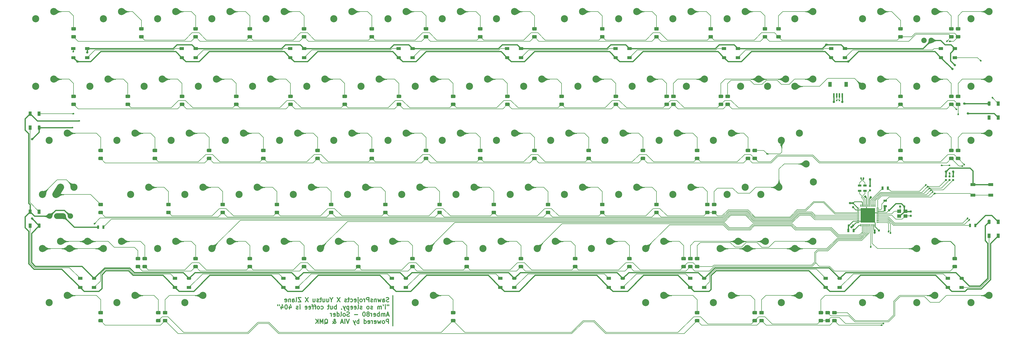
<source format=gbr>
%TF.GenerationSoftware,KiCad,Pcbnew,(5.1.10)-1*%
%TF.CreationDate,2022-04-07T18:11:12+07:00*%
%TF.ProjectId,solder,736f6c64-6572-42e6-9b69-6361645f7063,rev?*%
%TF.SameCoordinates,Original*%
%TF.FileFunction,Copper,L2,Bot*%
%TF.FilePolarity,Positive*%
%FSLAX46Y46*%
G04 Gerber Fmt 4.6, Leading zero omitted, Abs format (unit mm)*
G04 Created by KiCad (PCBNEW (5.1.10)-1) date 2022-04-07 18:11:12*
%MOMM*%
%LPD*%
G01*
G04 APERTURE LIST*
%TA.AperFunction,NonConductor*%
%ADD10C,0.300000*%
%TD*%
%TA.AperFunction,ComponentPad*%
%ADD11C,2.500000*%
%TD*%
%TA.AperFunction,ConnectorPad*%
%ADD12C,0.787400*%
%TD*%
%TA.AperFunction,SMDPad,CuDef*%
%ADD13R,1.800000X1.100000*%
%TD*%
%TA.AperFunction,SMDPad,CuDef*%
%ADD14R,0.700000X1.300000*%
%TD*%
%TA.AperFunction,ComponentPad*%
%ADD15C,1.905000*%
%TD*%
%TA.AperFunction,SMDPad,CuDef*%
%ADD16R,1.500000X1.000000*%
%TD*%
%TA.AperFunction,SMDPad,CuDef*%
%ADD17R,1.000000X1.500000*%
%TD*%
%TA.AperFunction,SMDPad,CuDef*%
%ADD18R,1.400000X1.200000*%
%TD*%
%TA.AperFunction,SMDPad,CuDef*%
%ADD19R,5.150000X5.150000*%
%TD*%
%TA.AperFunction,SMDPad,CuDef*%
%ADD20R,1.300000X0.700000*%
%TD*%
%TA.AperFunction,SMDPad,CuDef*%
%ADD21R,0.600000X1.550000*%
%TD*%
%TA.AperFunction,SMDPad,CuDef*%
%ADD22R,1.200000X1.800000*%
%TD*%
%TA.AperFunction,SMDPad,CuDef*%
%ADD23R,0.800000X0.750000*%
%TD*%
%TA.AperFunction,SMDPad,CuDef*%
%ADD24R,0.750000X0.800000*%
%TD*%
%TA.AperFunction,ViaPad*%
%ADD25C,0.800000*%
%TD*%
%TA.AperFunction,ViaPad*%
%ADD26C,0.600000*%
%TD*%
%TA.AperFunction,Conductor*%
%ADD27C,0.200000*%
%TD*%
%TA.AperFunction,Conductor*%
%ADD28C,2.500000*%
%TD*%
%TA.AperFunction,Conductor*%
%ADD29C,0.400000*%
%TD*%
%TA.AperFunction,Conductor*%
%ADD30C,0.250000*%
%TD*%
%TA.AperFunction,Conductor*%
%ADD31C,2.000000*%
%TD*%
%TA.AperFunction,Conductor*%
%ADD32C,0.025400*%
%TD*%
%TA.AperFunction,Conductor*%
%ADD33C,0.100000*%
%TD*%
G04 APERTURE END LIST*
D10*
X145530779Y-118757422D02*
X145530779Y-129473074D01*
X144081302Y-120897390D02*
X143867017Y-120968819D01*
X143509874Y-120968819D01*
X143367017Y-120897390D01*
X143295588Y-120825962D01*
X143224159Y-120683105D01*
X143224159Y-120540248D01*
X143295588Y-120397390D01*
X143367017Y-120325962D01*
X143509874Y-120254533D01*
X143795588Y-120183105D01*
X143938445Y-120111676D01*
X144009874Y-120040248D01*
X144081302Y-119897390D01*
X144081302Y-119754533D01*
X144009874Y-119611676D01*
X143938445Y-119540248D01*
X143795588Y-119468819D01*
X143438445Y-119468819D01*
X143224159Y-119540248D01*
X141938445Y-120968819D02*
X141938445Y-120183105D01*
X142009874Y-120040248D01*
X142152731Y-119968819D01*
X142438445Y-119968819D01*
X142581302Y-120040248D01*
X141938445Y-120897390D02*
X142081302Y-120968819D01*
X142438445Y-120968819D01*
X142581302Y-120897390D01*
X142652731Y-120754533D01*
X142652731Y-120611676D01*
X142581302Y-120468819D01*
X142438445Y-120397390D01*
X142081302Y-120397390D01*
X141938445Y-120325962D01*
X141367017Y-119968819D02*
X141081302Y-120968819D01*
X140795588Y-120254533D01*
X140509874Y-120968819D01*
X140224159Y-119968819D01*
X139652731Y-119968819D02*
X139652731Y-120968819D01*
X139652731Y-120111676D02*
X139581302Y-120040248D01*
X139438445Y-119968819D01*
X139224159Y-119968819D01*
X139081302Y-120040248D01*
X139009874Y-120183105D01*
X139009874Y-120968819D01*
X138367017Y-120897390D02*
X138224159Y-120968819D01*
X137938445Y-120968819D01*
X137795588Y-120897390D01*
X137724159Y-120754533D01*
X137724159Y-120683105D01*
X137795588Y-120540248D01*
X137938445Y-120468819D01*
X138152731Y-120468819D01*
X138295588Y-120397390D01*
X138367017Y-120254533D01*
X138367017Y-120183105D01*
X138295588Y-120040248D01*
X138152731Y-119968819D01*
X137938445Y-119968819D01*
X137795588Y-120040248D01*
X137081302Y-120968819D02*
X137081302Y-119468819D01*
X136509874Y-119468819D01*
X136367017Y-119540248D01*
X136295588Y-119611676D01*
X136224159Y-119754533D01*
X136224159Y-119968819D01*
X136295588Y-120111676D01*
X136367017Y-120183105D01*
X136509874Y-120254533D01*
X137081302Y-120254533D01*
X135581302Y-120968819D02*
X135581302Y-119968819D01*
X135581302Y-120254533D02*
X135509874Y-120111676D01*
X135438445Y-120040248D01*
X135295588Y-119968819D01*
X135152731Y-119968819D01*
X134438445Y-120968819D02*
X134581302Y-120897390D01*
X134652731Y-120825962D01*
X134724159Y-120683105D01*
X134724159Y-120254533D01*
X134652731Y-120111676D01*
X134581302Y-120040248D01*
X134438445Y-119968819D01*
X134224159Y-119968819D01*
X134081302Y-120040248D01*
X134009874Y-120111676D01*
X133938445Y-120254533D01*
X133938445Y-120683105D01*
X134009874Y-120825962D01*
X134081302Y-120897390D01*
X134224159Y-120968819D01*
X134438445Y-120968819D01*
X133295588Y-119968819D02*
X133295588Y-121254533D01*
X133367017Y-121397390D01*
X133509874Y-121468819D01*
X133581302Y-121468819D01*
X133295588Y-119468819D02*
X133367017Y-119540248D01*
X133295588Y-119611676D01*
X133224159Y-119540248D01*
X133295588Y-119468819D01*
X133295588Y-119611676D01*
X132009874Y-120897390D02*
X132152731Y-120968819D01*
X132438445Y-120968819D01*
X132581302Y-120897390D01*
X132652731Y-120754533D01*
X132652731Y-120183105D01*
X132581302Y-120040248D01*
X132438445Y-119968819D01*
X132152731Y-119968819D01*
X132009874Y-120040248D01*
X131938445Y-120183105D01*
X131938445Y-120325962D01*
X132652731Y-120468819D01*
X130652731Y-120897390D02*
X130795588Y-120968819D01*
X131081302Y-120968819D01*
X131224159Y-120897390D01*
X131295588Y-120825962D01*
X131367017Y-120683105D01*
X131367017Y-120254533D01*
X131295588Y-120111676D01*
X131224159Y-120040248D01*
X131081302Y-119968819D01*
X130795588Y-119968819D01*
X130652731Y-120040248D01*
X130224159Y-119968819D02*
X129652731Y-119968819D01*
X130009874Y-119468819D02*
X130009874Y-120754533D01*
X129938445Y-120897390D01*
X129795588Y-120968819D01*
X129652731Y-120968819D01*
X129224159Y-120897390D02*
X129081302Y-120968819D01*
X128795588Y-120968819D01*
X128652731Y-120897390D01*
X128581302Y-120754533D01*
X128581302Y-120683105D01*
X128652731Y-120540248D01*
X128795588Y-120468819D01*
X129009874Y-120468819D01*
X129152731Y-120397390D01*
X129224159Y-120254533D01*
X129224159Y-120183105D01*
X129152731Y-120040248D01*
X129009874Y-119968819D01*
X128795588Y-119968819D01*
X128652731Y-120040248D01*
X126938445Y-119468819D02*
X125938445Y-120968819D01*
X125938445Y-119468819D02*
X126938445Y-120968819D01*
X123938445Y-120254533D02*
X123938445Y-120968819D01*
X124438445Y-119468819D02*
X123938445Y-120254533D01*
X123438445Y-119468819D01*
X122295588Y-119968819D02*
X122295588Y-120968819D01*
X122938445Y-119968819D02*
X122938445Y-120754533D01*
X122867017Y-120897390D01*
X122724159Y-120968819D01*
X122509874Y-120968819D01*
X122367017Y-120897390D01*
X122295588Y-120825962D01*
X120938445Y-119968819D02*
X120938445Y-120968819D01*
X121581302Y-119968819D02*
X121581302Y-120754533D01*
X121509874Y-120897390D01*
X121367017Y-120968819D01*
X121152731Y-120968819D01*
X121009874Y-120897390D01*
X120938445Y-120825962D01*
X120438445Y-119968819D02*
X119867017Y-119968819D01*
X120224159Y-119468819D02*
X120224159Y-120754533D01*
X120152731Y-120897390D01*
X120009874Y-120968819D01*
X119867017Y-120968819D01*
X119438445Y-120897390D02*
X119295588Y-120968819D01*
X119009874Y-120968819D01*
X118867017Y-120897390D01*
X118795588Y-120754533D01*
X118795588Y-120683105D01*
X118867017Y-120540248D01*
X119009874Y-120468819D01*
X119224159Y-120468819D01*
X119367017Y-120397390D01*
X119438445Y-120254533D01*
X119438445Y-120183105D01*
X119367017Y-120040248D01*
X119224159Y-119968819D01*
X119009874Y-119968819D01*
X118867017Y-120040248D01*
X117509874Y-119968819D02*
X117509874Y-120968819D01*
X118152731Y-119968819D02*
X118152731Y-120754533D01*
X118081302Y-120897390D01*
X117938445Y-120968819D01*
X117724159Y-120968819D01*
X117581302Y-120897390D01*
X117509874Y-120825962D01*
X115795588Y-119468819D02*
X114795588Y-120968819D01*
X114795588Y-119468819D02*
X115795588Y-120968819D01*
X113224159Y-119468819D02*
X112224159Y-119468819D01*
X113224159Y-120968819D01*
X112224159Y-120968819D01*
X111438445Y-120968819D02*
X111581302Y-120897390D01*
X111652731Y-120754533D01*
X111652731Y-119468819D01*
X110224159Y-120968819D02*
X110224159Y-120183105D01*
X110295588Y-120040248D01*
X110438445Y-119968819D01*
X110724159Y-119968819D01*
X110867017Y-120040248D01*
X110224159Y-120897390D02*
X110367017Y-120968819D01*
X110724159Y-120968819D01*
X110867017Y-120897390D01*
X110938445Y-120754533D01*
X110938445Y-120611676D01*
X110867017Y-120468819D01*
X110724159Y-120397390D01*
X110367017Y-120397390D01*
X110224159Y-120325962D01*
X109509874Y-119968819D02*
X109509874Y-120968819D01*
X109509874Y-120111676D02*
X109438445Y-120040248D01*
X109295588Y-119968819D01*
X109081302Y-119968819D01*
X108938445Y-120040248D01*
X108867017Y-120183105D01*
X108867017Y-120968819D01*
X107581302Y-120897390D02*
X107724159Y-120968819D01*
X108009874Y-120968819D01*
X108152731Y-120897390D01*
X108224159Y-120754533D01*
X108224159Y-120183105D01*
X108152731Y-120040248D01*
X108009874Y-119968819D01*
X107724159Y-119968819D01*
X107581302Y-120040248D01*
X107509874Y-120183105D01*
X107509874Y-120325962D01*
X108224159Y-120468819D01*
X144081302Y-122018819D02*
X144081302Y-122304533D01*
X143509874Y-122018819D02*
X143509874Y-122304533D01*
X142867017Y-123518819D02*
X142867017Y-122518819D01*
X142867017Y-122018819D02*
X142938445Y-122090248D01*
X142867017Y-122161676D01*
X142795588Y-122090248D01*
X142867017Y-122018819D01*
X142867017Y-122161676D01*
X142081302Y-122018819D02*
X142224159Y-122304533D01*
X141438445Y-123518819D02*
X141438445Y-122518819D01*
X141438445Y-122661676D02*
X141367017Y-122590248D01*
X141224159Y-122518819D01*
X141009874Y-122518819D01*
X140867017Y-122590248D01*
X140795588Y-122733105D01*
X140795588Y-123518819D01*
X140795588Y-122733105D02*
X140724159Y-122590248D01*
X140581302Y-122518819D01*
X140367017Y-122518819D01*
X140224159Y-122590248D01*
X140152731Y-122733105D01*
X140152731Y-123518819D01*
X138367017Y-123447390D02*
X138224159Y-123518819D01*
X137938445Y-123518819D01*
X137795588Y-123447390D01*
X137724159Y-123304533D01*
X137724159Y-123233105D01*
X137795588Y-123090248D01*
X137938445Y-123018819D01*
X138152731Y-123018819D01*
X138295588Y-122947390D01*
X138367017Y-122804533D01*
X138367017Y-122733105D01*
X138295588Y-122590248D01*
X138152731Y-122518819D01*
X137938445Y-122518819D01*
X137795588Y-122590248D01*
X136867017Y-123518819D02*
X137009874Y-123447390D01*
X137081302Y-123375962D01*
X137152731Y-123233105D01*
X137152731Y-122804533D01*
X137081302Y-122661676D01*
X137009874Y-122590248D01*
X136867017Y-122518819D01*
X136652731Y-122518819D01*
X136509874Y-122590248D01*
X136438445Y-122661676D01*
X136367017Y-122804533D01*
X136367017Y-123233105D01*
X136438445Y-123375962D01*
X136509874Y-123447390D01*
X136652731Y-123518819D01*
X136867017Y-123518819D01*
X134652731Y-123447390D02*
X134509874Y-123518819D01*
X134224159Y-123518819D01*
X134081302Y-123447390D01*
X134009874Y-123304533D01*
X134009874Y-123233105D01*
X134081302Y-123090248D01*
X134224159Y-123018819D01*
X134438445Y-123018819D01*
X134581302Y-122947390D01*
X134652731Y-122804533D01*
X134652731Y-122733105D01*
X134581302Y-122590248D01*
X134438445Y-122518819D01*
X134224159Y-122518819D01*
X134081302Y-122590248D01*
X133152731Y-123518819D02*
X133295588Y-123447390D01*
X133367017Y-123304533D01*
X133367017Y-122018819D01*
X132009874Y-123447390D02*
X132152731Y-123518819D01*
X132438445Y-123518819D01*
X132581302Y-123447390D01*
X132652731Y-123304533D01*
X132652731Y-122733105D01*
X132581302Y-122590248D01*
X132438445Y-122518819D01*
X132152731Y-122518819D01*
X132009874Y-122590248D01*
X131938445Y-122733105D01*
X131938445Y-122875962D01*
X132652731Y-123018819D01*
X130724159Y-123447390D02*
X130867017Y-123518819D01*
X131152731Y-123518819D01*
X131295588Y-123447390D01*
X131367017Y-123304533D01*
X131367017Y-122733105D01*
X131295588Y-122590248D01*
X131152731Y-122518819D01*
X130867017Y-122518819D01*
X130724159Y-122590248D01*
X130652731Y-122733105D01*
X130652731Y-122875962D01*
X131367017Y-123018819D01*
X130009874Y-122518819D02*
X130009874Y-124018819D01*
X130009874Y-122590248D02*
X129867017Y-122518819D01*
X129581302Y-122518819D01*
X129438445Y-122590248D01*
X129367017Y-122661676D01*
X129295588Y-122804533D01*
X129295588Y-123233105D01*
X129367017Y-123375962D01*
X129438445Y-123447390D01*
X129581302Y-123518819D01*
X129867017Y-123518819D01*
X130009874Y-123447390D01*
X128795588Y-122518819D02*
X128438445Y-123518819D01*
X128081302Y-122518819D02*
X128438445Y-123518819D01*
X128581302Y-123875962D01*
X128652731Y-123947390D01*
X128795588Y-124018819D01*
X127438445Y-123447390D02*
X127438445Y-123518819D01*
X127509874Y-123661676D01*
X127581302Y-123733105D01*
X125652731Y-123518819D02*
X125652731Y-122018819D01*
X125652731Y-122590248D02*
X125509874Y-122518819D01*
X125224159Y-122518819D01*
X125081302Y-122590248D01*
X125009874Y-122661676D01*
X124938445Y-122804533D01*
X124938445Y-123233105D01*
X125009874Y-123375962D01*
X125081302Y-123447390D01*
X125224159Y-123518819D01*
X125509874Y-123518819D01*
X125652731Y-123447390D01*
X123652731Y-122518819D02*
X123652731Y-123518819D01*
X124295588Y-122518819D02*
X124295588Y-123304533D01*
X124224159Y-123447390D01*
X124081302Y-123518819D01*
X123867017Y-123518819D01*
X123724159Y-123447390D01*
X123652731Y-123375962D01*
X123152731Y-122518819D02*
X122581302Y-122518819D01*
X122938445Y-122018819D02*
X122938445Y-123304533D01*
X122867017Y-123447390D01*
X122724159Y-123518819D01*
X122581302Y-123518819D01*
X120295588Y-123447390D02*
X120438445Y-123518819D01*
X120724159Y-123518819D01*
X120867017Y-123447390D01*
X120938445Y-123375962D01*
X121009874Y-123233105D01*
X121009874Y-122804533D01*
X120938445Y-122661676D01*
X120867017Y-122590248D01*
X120724159Y-122518819D01*
X120438445Y-122518819D01*
X120295588Y-122590248D01*
X119438445Y-123518819D02*
X119581302Y-123447390D01*
X119652731Y-123375962D01*
X119724159Y-123233105D01*
X119724159Y-122804533D01*
X119652731Y-122661676D01*
X119581302Y-122590248D01*
X119438445Y-122518819D01*
X119224159Y-122518819D01*
X119081302Y-122590248D01*
X119009874Y-122661676D01*
X118938445Y-122804533D01*
X118938445Y-123233105D01*
X119009874Y-123375962D01*
X119081302Y-123447390D01*
X119224159Y-123518819D01*
X119438445Y-123518819D01*
X118509874Y-122518819D02*
X117938445Y-122518819D01*
X118295588Y-123518819D02*
X118295588Y-122233105D01*
X118224159Y-122090248D01*
X118081302Y-122018819D01*
X117938445Y-122018819D01*
X117652731Y-122518819D02*
X117081302Y-122518819D01*
X117438445Y-123518819D02*
X117438445Y-122233105D01*
X117367017Y-122090248D01*
X117224159Y-122018819D01*
X117081302Y-122018819D01*
X116009874Y-123447390D02*
X116152731Y-123518819D01*
X116438445Y-123518819D01*
X116581302Y-123447390D01*
X116652731Y-123304533D01*
X116652731Y-122733105D01*
X116581302Y-122590248D01*
X116438445Y-122518819D01*
X116152731Y-122518819D01*
X116009874Y-122590248D01*
X115938445Y-122733105D01*
X115938445Y-122875962D01*
X116652731Y-123018819D01*
X114724159Y-123447390D02*
X114867017Y-123518819D01*
X115152731Y-123518819D01*
X115295588Y-123447390D01*
X115367017Y-123304533D01*
X115367017Y-122733105D01*
X115295588Y-122590248D01*
X115152731Y-122518819D01*
X114867017Y-122518819D01*
X114724159Y-122590248D01*
X114652731Y-122733105D01*
X114652731Y-122875962D01*
X115367017Y-123018819D01*
X112867017Y-123518819D02*
X112867017Y-122518819D01*
X112867017Y-122018819D02*
X112938445Y-122090248D01*
X112867017Y-122161676D01*
X112795588Y-122090248D01*
X112867017Y-122018819D01*
X112867017Y-122161676D01*
X112224159Y-123447390D02*
X112081302Y-123518819D01*
X111795588Y-123518819D01*
X111652731Y-123447390D01*
X111581302Y-123304533D01*
X111581302Y-123233105D01*
X111652731Y-123090248D01*
X111795588Y-123018819D01*
X112009874Y-123018819D01*
X112152731Y-122947390D01*
X112224159Y-122804533D01*
X112224159Y-122733105D01*
X112152731Y-122590248D01*
X112009874Y-122518819D01*
X111795588Y-122518819D01*
X111652731Y-122590248D01*
X109152731Y-122518819D02*
X109152731Y-123518819D01*
X109509874Y-121947390D02*
X109867017Y-123018819D01*
X108938445Y-123018819D01*
X108081302Y-122018819D02*
X107938445Y-122018819D01*
X107795588Y-122090248D01*
X107724159Y-122161676D01*
X107652731Y-122304533D01*
X107581302Y-122590248D01*
X107581302Y-122947390D01*
X107652731Y-123233105D01*
X107724159Y-123375962D01*
X107795588Y-123447390D01*
X107938445Y-123518819D01*
X108081302Y-123518819D01*
X108224159Y-123447390D01*
X108295588Y-123375962D01*
X108367017Y-123233105D01*
X108438445Y-122947390D01*
X108438445Y-122590248D01*
X108367017Y-122304533D01*
X108295588Y-122161676D01*
X108224159Y-122090248D01*
X108081302Y-122018819D01*
X106295588Y-122518819D02*
X106295588Y-123518819D01*
X106652731Y-121947390D02*
X107009874Y-123018819D01*
X106081302Y-123018819D01*
X105581302Y-122018819D02*
X105581302Y-122304533D01*
X105009874Y-122018819D02*
X105009874Y-122304533D01*
X144081302Y-125640248D02*
X143367017Y-125640248D01*
X144224159Y-126068819D02*
X143724159Y-124568819D01*
X143224159Y-126068819D01*
X142724159Y-126068819D02*
X142724159Y-125068819D01*
X142724159Y-125211676D02*
X142652731Y-125140248D01*
X142509874Y-125068819D01*
X142295588Y-125068819D01*
X142152731Y-125140248D01*
X142081302Y-125283105D01*
X142081302Y-126068819D01*
X142081302Y-125283105D02*
X142009874Y-125140248D01*
X141867017Y-125068819D01*
X141652731Y-125068819D01*
X141509874Y-125140248D01*
X141438445Y-125283105D01*
X141438445Y-126068819D01*
X140724159Y-126068819D02*
X140724159Y-124568819D01*
X140724159Y-125140248D02*
X140581302Y-125068819D01*
X140295588Y-125068819D01*
X140152731Y-125140248D01*
X140081302Y-125211676D01*
X140009874Y-125354533D01*
X140009874Y-125783105D01*
X140081302Y-125925962D01*
X140152731Y-125997390D01*
X140295588Y-126068819D01*
X140581302Y-126068819D01*
X140724159Y-125997390D01*
X138795588Y-125997390D02*
X138938445Y-126068819D01*
X139224159Y-126068819D01*
X139367017Y-125997390D01*
X139438445Y-125854533D01*
X139438445Y-125283105D01*
X139367017Y-125140248D01*
X139224159Y-125068819D01*
X138938445Y-125068819D01*
X138795588Y-125140248D01*
X138724159Y-125283105D01*
X138724159Y-125425962D01*
X139438445Y-125568819D01*
X138081302Y-126068819D02*
X138081302Y-125068819D01*
X138081302Y-125354533D02*
X138009874Y-125211676D01*
X137938445Y-125140248D01*
X137795588Y-125068819D01*
X137652731Y-125068819D01*
X136938445Y-125211676D02*
X137081302Y-125140248D01*
X137152731Y-125068819D01*
X137224159Y-124925962D01*
X137224159Y-124854533D01*
X137152731Y-124711676D01*
X137081302Y-124640248D01*
X136938445Y-124568819D01*
X136652731Y-124568819D01*
X136509874Y-124640248D01*
X136438445Y-124711676D01*
X136367017Y-124854533D01*
X136367017Y-124925962D01*
X136438445Y-125068819D01*
X136509874Y-125140248D01*
X136652731Y-125211676D01*
X136938445Y-125211676D01*
X137081302Y-125283105D01*
X137152731Y-125354533D01*
X137224159Y-125497390D01*
X137224159Y-125783105D01*
X137152731Y-125925962D01*
X137081302Y-125997390D01*
X136938445Y-126068819D01*
X136652731Y-126068819D01*
X136509874Y-125997390D01*
X136438445Y-125925962D01*
X136367017Y-125783105D01*
X136367017Y-125497390D01*
X136438445Y-125354533D01*
X136509874Y-125283105D01*
X136652731Y-125211676D01*
X135438445Y-124568819D02*
X135295588Y-124568819D01*
X135152731Y-124640248D01*
X135081302Y-124711676D01*
X135009874Y-124854533D01*
X134938445Y-125140248D01*
X134938445Y-125497390D01*
X135009874Y-125783105D01*
X135081302Y-125925962D01*
X135152731Y-125997390D01*
X135295588Y-126068819D01*
X135438445Y-126068819D01*
X135581302Y-125997390D01*
X135652731Y-125925962D01*
X135724159Y-125783105D01*
X135795588Y-125497390D01*
X135795588Y-125140248D01*
X135724159Y-124854533D01*
X135652731Y-124711676D01*
X135581302Y-124640248D01*
X135438445Y-124568819D01*
X133152731Y-125497390D02*
X132009874Y-125497390D01*
X130224159Y-125997390D02*
X130009874Y-126068819D01*
X129652731Y-126068819D01*
X129509874Y-125997390D01*
X129438445Y-125925962D01*
X129367017Y-125783105D01*
X129367017Y-125640248D01*
X129438445Y-125497390D01*
X129509874Y-125425962D01*
X129652731Y-125354533D01*
X129938445Y-125283105D01*
X130081302Y-125211676D01*
X130152731Y-125140248D01*
X130224159Y-124997390D01*
X130224159Y-124854533D01*
X130152731Y-124711676D01*
X130081302Y-124640248D01*
X129938445Y-124568819D01*
X129581302Y-124568819D01*
X129367017Y-124640248D01*
X128509874Y-126068819D02*
X128652731Y-125997390D01*
X128724159Y-125925962D01*
X128795588Y-125783105D01*
X128795588Y-125354533D01*
X128724159Y-125211676D01*
X128652731Y-125140248D01*
X128509874Y-125068819D01*
X128295588Y-125068819D01*
X128152731Y-125140248D01*
X128081302Y-125211676D01*
X128009874Y-125354533D01*
X128009874Y-125783105D01*
X128081302Y-125925962D01*
X128152731Y-125997390D01*
X128295588Y-126068819D01*
X128509874Y-126068819D01*
X127152731Y-126068819D02*
X127295588Y-125997390D01*
X127367017Y-125854533D01*
X127367017Y-124568819D01*
X125938445Y-126068819D02*
X125938445Y-124568819D01*
X125938445Y-125997390D02*
X126081302Y-126068819D01*
X126367017Y-126068819D01*
X126509874Y-125997390D01*
X126581302Y-125925962D01*
X126652731Y-125783105D01*
X126652731Y-125354533D01*
X126581302Y-125211676D01*
X126509874Y-125140248D01*
X126367017Y-125068819D01*
X126081302Y-125068819D01*
X125938445Y-125140248D01*
X124652731Y-125997390D02*
X124795588Y-126068819D01*
X125081302Y-126068819D01*
X125224159Y-125997390D01*
X125295588Y-125854533D01*
X125295588Y-125283105D01*
X125224159Y-125140248D01*
X125081302Y-125068819D01*
X124795588Y-125068819D01*
X124652731Y-125140248D01*
X124581302Y-125283105D01*
X124581302Y-125425962D01*
X125295588Y-125568819D01*
X123938445Y-126068819D02*
X123938445Y-125068819D01*
X123938445Y-125354533D02*
X123867017Y-125211676D01*
X123795588Y-125140248D01*
X123652731Y-125068819D01*
X123509874Y-125068819D01*
X144009874Y-128618819D02*
X144009874Y-127118819D01*
X143438445Y-127118819D01*
X143295588Y-127190248D01*
X143224159Y-127261676D01*
X143152731Y-127404533D01*
X143152731Y-127618819D01*
X143224159Y-127761676D01*
X143295588Y-127833105D01*
X143438445Y-127904533D01*
X144009874Y-127904533D01*
X142295588Y-128618819D02*
X142438445Y-128547390D01*
X142509874Y-128475962D01*
X142581302Y-128333105D01*
X142581302Y-127904533D01*
X142509874Y-127761676D01*
X142438445Y-127690248D01*
X142295588Y-127618819D01*
X142081302Y-127618819D01*
X141938445Y-127690248D01*
X141867017Y-127761676D01*
X141795588Y-127904533D01*
X141795588Y-128333105D01*
X141867017Y-128475962D01*
X141938445Y-128547390D01*
X142081302Y-128618819D01*
X142295588Y-128618819D01*
X141295588Y-127618819D02*
X141009874Y-128618819D01*
X140724159Y-127904533D01*
X140438445Y-128618819D01*
X140152731Y-127618819D01*
X139009874Y-128547390D02*
X139152731Y-128618819D01*
X139438445Y-128618819D01*
X139581302Y-128547390D01*
X139652731Y-128404533D01*
X139652731Y-127833105D01*
X139581302Y-127690248D01*
X139438445Y-127618819D01*
X139152731Y-127618819D01*
X139009874Y-127690248D01*
X138938445Y-127833105D01*
X138938445Y-127975962D01*
X139652731Y-128118819D01*
X138295588Y-128618819D02*
X138295588Y-127618819D01*
X138295588Y-127904533D02*
X138224159Y-127761676D01*
X138152731Y-127690248D01*
X138009874Y-127618819D01*
X137867017Y-127618819D01*
X136795588Y-128547390D02*
X136938445Y-128618819D01*
X137224159Y-128618819D01*
X137367017Y-128547390D01*
X137438445Y-128404533D01*
X137438445Y-127833105D01*
X137367017Y-127690248D01*
X137224159Y-127618819D01*
X136938445Y-127618819D01*
X136795588Y-127690248D01*
X136724159Y-127833105D01*
X136724159Y-127975962D01*
X137438445Y-128118819D01*
X135438445Y-128618819D02*
X135438445Y-127118819D01*
X135438445Y-128547390D02*
X135581302Y-128618819D01*
X135867017Y-128618819D01*
X136009874Y-128547390D01*
X136081302Y-128475962D01*
X136152731Y-128333105D01*
X136152731Y-127904533D01*
X136081302Y-127761676D01*
X136009874Y-127690248D01*
X135867017Y-127618819D01*
X135581302Y-127618819D01*
X135438445Y-127690248D01*
X133581302Y-128618819D02*
X133581302Y-127118819D01*
X133581302Y-127690248D02*
X133438445Y-127618819D01*
X133152731Y-127618819D01*
X133009874Y-127690248D01*
X132938445Y-127761676D01*
X132867017Y-127904533D01*
X132867017Y-128333105D01*
X132938445Y-128475962D01*
X133009874Y-128547390D01*
X133152731Y-128618819D01*
X133438445Y-128618819D01*
X133581302Y-128547390D01*
X132367017Y-127618819D02*
X132009874Y-128618819D01*
X131652731Y-127618819D02*
X132009874Y-128618819D01*
X132152731Y-128975962D01*
X132224159Y-129047390D01*
X132367017Y-129118819D01*
X130152731Y-127118819D02*
X129652731Y-128618819D01*
X129152731Y-127118819D01*
X128652731Y-128618819D02*
X128652731Y-127118819D01*
X128009874Y-128190248D02*
X127295588Y-128190248D01*
X128152731Y-128618819D02*
X127652731Y-127118819D01*
X127152731Y-128618819D01*
X124295588Y-128618819D02*
X124367017Y-128618819D01*
X124509874Y-128547390D01*
X124724159Y-128333105D01*
X125081302Y-127904533D01*
X125224159Y-127690248D01*
X125295588Y-127475962D01*
X125295588Y-127333105D01*
X125224159Y-127190248D01*
X125081302Y-127118819D01*
X125009874Y-127118819D01*
X124867017Y-127190248D01*
X124795588Y-127333105D01*
X124795588Y-127404533D01*
X124867017Y-127547390D01*
X124938445Y-127618819D01*
X125367017Y-127904533D01*
X125438445Y-127975962D01*
X125509874Y-128118819D01*
X125509874Y-128333105D01*
X125438445Y-128475962D01*
X125367017Y-128547390D01*
X125224159Y-128618819D01*
X125009874Y-128618819D01*
X124867017Y-128547390D01*
X124795588Y-128475962D01*
X124581302Y-128190248D01*
X124509874Y-127975962D01*
X124509874Y-127833105D01*
X121509874Y-128761676D02*
X121652731Y-128690248D01*
X121795588Y-128547390D01*
X122009874Y-128333105D01*
X122152731Y-128261676D01*
X122295588Y-128261676D01*
X122224159Y-128618819D02*
X122367017Y-128547390D01*
X122509874Y-128404533D01*
X122581302Y-128118819D01*
X122581302Y-127618819D01*
X122509874Y-127333105D01*
X122367017Y-127190248D01*
X122224159Y-127118819D01*
X121938445Y-127118819D01*
X121795588Y-127190248D01*
X121652731Y-127333105D01*
X121581302Y-127618819D01*
X121581302Y-128118819D01*
X121652731Y-128404533D01*
X121795588Y-128547390D01*
X121938445Y-128618819D01*
X122224159Y-128618819D01*
X120938445Y-128618819D02*
X120938445Y-127118819D01*
X120438445Y-128190248D01*
X119938445Y-127118819D01*
X119938445Y-128618819D01*
X119224159Y-128618819D02*
X119224159Y-127118819D01*
X118367017Y-128618819D02*
X119009874Y-127761676D01*
X118367017Y-127118819D02*
X119224159Y-127975962D01*
D11*
%TO.P,MX90,1*%
%TO.N,C8*%
X329565000Y-64135000D03*
%TO.P,MX90,2*%
%TO.N,Net-(D84-Pad2)*%
X335915000Y-61595000D03*
%TD*%
%TO.P,MX17,1*%
%TO.N,C1*%
X67627500Y-64135000D03*
%TO.P,MX17,2*%
%TO.N,Net-(D15-Pad2)*%
X73977500Y-61595000D03*
%TD*%
D12*
%TO.P,U1,1*%
%TO.N,GND*%
X339844349Y-76755690D03*
%TO.P,U1,2*%
%TO.N,R0*%
X339844349Y-78025690D03*
%TO.P,U1,3*%
%TO.N,RST*%
X341114349Y-76755690D03*
%TO.P,U1,4*%
%TO.N,MOSI*%
X341114349Y-78025690D03*
%TO.P,U1,5*%
%TO.N,+5V*%
X342384349Y-76755690D03*
%TO.P,U1,6*%
%TO.N,MISO*%
X342384349Y-78025690D03*
%TD*%
D13*
%TO.P,SW1,1*%
%TO.N,GND*%
X349325296Y-79707881D03*
%TO.P,SW1,2*%
%TO.N,RST*%
X355525296Y-83407881D03*
X349325296Y-83407881D03*
%TO.P,SW1,1*%
%TO.N,GND*%
X355525296Y-79707881D03*
%TD*%
D14*
%TO.P,R3,1*%
%TO.N,Net-(LED2-Pad1)*%
X41912536Y-94654767D03*
%TO.P,R3,2*%
%TO.N,indicator2*%
X43812536Y-94654767D03*
%TD*%
D15*
%TO.P,LED3,1*%
%TO.N,Net-(LED2-Pad1)*%
X29686250Y-90805000D03*
%TO.P,LED3,2*%
%TO.N,+5V*%
X32226250Y-90805000D03*
%TD*%
%TO.P,LED2,1*%
%TO.N,Net-(LED2-Pad1)*%
X27463772Y-90805072D03*
%TO.P,LED2,2*%
%TO.N,+5V*%
X24923772Y-90805072D03*
%TD*%
D14*
%TO.P,R2,1*%
%TO.N,Net-(LED1-Pad1)*%
X319442455Y-80962568D03*
%TO.P,R2,2*%
%TO.N,indicator1*%
X317542455Y-80962568D03*
%TD*%
D15*
%TO.P,LED1,1*%
%TO.N,Net-(LED1-Pad1)*%
X332105000Y-28892500D03*
%TO.P,LED1,2*%
%TO.N,+5V*%
X334645000Y-28892500D03*
%TD*%
D16*
%TO.P,RGB22,1*%
%TO.N,+5V*%
X68987656Y-115900096D03*
%TO.P,RGB22,2*%
%TO.N,Net-(RGB13-Pad4)*%
X68987656Y-112700096D03*
%TO.P,RGB22,4*%
%TO.N,Net-(RGB21-Pad2)*%
X73887656Y-115900096D03*
%TO.P,RGB22,3*%
%TO.N,GND*%
%TA.AperFunction,SMDPad,CuDef*%
G36*
G01*
X73137656Y-112950096D02*
X73137656Y-112450096D01*
G75*
G02*
X73387656Y-112200096I250000J0D01*
G01*
X74387656Y-112200096D01*
G75*
G02*
X74637656Y-112450096I0J-250000D01*
G01*
X74637656Y-112950096D01*
G75*
G02*
X74387656Y-113200096I-250000J0D01*
G01*
X73387656Y-113200096D01*
G75*
G02*
X73137656Y-112950096I0J250000D01*
G01*
G37*
%TD.AperFunction*%
%TD*%
%TO.P,RGB21,1*%
%TO.N,+5V*%
X107087656Y-115900096D03*
%TO.P,RGB21,2*%
%TO.N,Net-(RGB21-Pad2)*%
X107087656Y-112700096D03*
%TO.P,RGB21,4*%
%TO.N,Net-(RGB20-Pad2)*%
X111987656Y-115900096D03*
%TO.P,RGB21,3*%
%TO.N,GND*%
%TA.AperFunction,SMDPad,CuDef*%
G36*
G01*
X111237656Y-112950096D02*
X111237656Y-112450096D01*
G75*
G02*
X111487656Y-112200096I250000J0D01*
G01*
X112487656Y-112200096D01*
G75*
G02*
X112737656Y-112450096I0J-250000D01*
G01*
X112737656Y-112950096D01*
G75*
G02*
X112487656Y-113200096I-250000J0D01*
G01*
X111487656Y-113200096D01*
G75*
G02*
X111237656Y-112950096I0J250000D01*
G01*
G37*
%TD.AperFunction*%
%TD*%
%TO.P,RGB20,1*%
%TO.N,+5V*%
X145187656Y-115900096D03*
%TO.P,RGB20,2*%
%TO.N,Net-(RGB20-Pad2)*%
X145187656Y-112700096D03*
%TO.P,RGB20,4*%
%TO.N,Net-(RGB19-Pad2)*%
X150087656Y-115900096D03*
%TO.P,RGB20,3*%
%TO.N,GND*%
%TA.AperFunction,SMDPad,CuDef*%
G36*
G01*
X149337656Y-112950096D02*
X149337656Y-112450096D01*
G75*
G02*
X149587656Y-112200096I250000J0D01*
G01*
X150587656Y-112200096D01*
G75*
G02*
X150837656Y-112450096I0J-250000D01*
G01*
X150837656Y-112950096D01*
G75*
G02*
X150587656Y-113200096I-250000J0D01*
G01*
X149587656Y-113200096D01*
G75*
G02*
X149337656Y-112950096I0J250000D01*
G01*
G37*
%TD.AperFunction*%
%TD*%
%TO.P,RGB19,1*%
%TO.N,+5V*%
X183287656Y-115900096D03*
%TO.P,RGB19,2*%
%TO.N,Net-(RGB19-Pad2)*%
X183287656Y-112700096D03*
%TO.P,RGB19,4*%
%TO.N,Net-(RGB18-Pad2)*%
X188187656Y-115900096D03*
%TO.P,RGB19,3*%
%TO.N,GND*%
%TA.AperFunction,SMDPad,CuDef*%
G36*
G01*
X187437656Y-112950096D02*
X187437656Y-112450096D01*
G75*
G02*
X187687656Y-112200096I250000J0D01*
G01*
X188687656Y-112200096D01*
G75*
G02*
X188937656Y-112450096I0J-250000D01*
G01*
X188937656Y-112950096D01*
G75*
G02*
X188687656Y-113200096I-250000J0D01*
G01*
X187687656Y-113200096D01*
G75*
G02*
X187437656Y-112950096I0J250000D01*
G01*
G37*
%TD.AperFunction*%
%TD*%
%TO.P,RGB18,1*%
%TO.N,+5V*%
X221387688Y-115900096D03*
%TO.P,RGB18,2*%
%TO.N,Net-(RGB18-Pad2)*%
X221387688Y-112700096D03*
%TO.P,RGB18,4*%
%TO.N,Net-(RGB17-Pad2)*%
X226287688Y-115900096D03*
%TO.P,RGB18,3*%
%TO.N,GND*%
%TA.AperFunction,SMDPad,CuDef*%
G36*
G01*
X225537688Y-112950096D02*
X225537688Y-112450096D01*
G75*
G02*
X225787688Y-112200096I250000J0D01*
G01*
X226787688Y-112200096D01*
G75*
G02*
X227037688Y-112450096I0J-250000D01*
G01*
X227037688Y-112950096D01*
G75*
G02*
X226787688Y-113200096I-250000J0D01*
G01*
X225787688Y-113200096D01*
G75*
G02*
X225537688Y-112950096I0J250000D01*
G01*
G37*
%TD.AperFunction*%
%TD*%
%TO.P,RGB17,1*%
%TO.N,+5V*%
X249962712Y-115900096D03*
%TO.P,RGB17,2*%
%TO.N,Net-(RGB17-Pad2)*%
X249962712Y-112700096D03*
%TO.P,RGB17,4*%
%TO.N,Net-(RGB16-Pad2)*%
X254862712Y-115900096D03*
%TO.P,RGB17,3*%
%TO.N,GND*%
%TA.AperFunction,SMDPad,CuDef*%
G36*
G01*
X254112712Y-112950096D02*
X254112712Y-112450096D01*
G75*
G02*
X254362712Y-112200096I250000J0D01*
G01*
X255362712Y-112200096D01*
G75*
G02*
X255612712Y-112450096I0J-250000D01*
G01*
X255612712Y-112950096D01*
G75*
G02*
X255362712Y-113200096I-250000J0D01*
G01*
X254362712Y-113200096D01*
G75*
G02*
X254112712Y-112950096I0J250000D01*
G01*
G37*
%TD.AperFunction*%
%TD*%
%TO.P,RGB16,1*%
%TO.N,+5V*%
X297587752Y-115900096D03*
%TO.P,RGB16,2*%
%TO.N,Net-(RGB16-Pad2)*%
X297587752Y-112700096D03*
%TO.P,RGB16,4*%
%TO.N,Net-(RGB15-Pad2)*%
X302487752Y-115900096D03*
%TO.P,RGB16,3*%
%TO.N,GND*%
%TA.AperFunction,SMDPad,CuDef*%
G36*
G01*
X301737752Y-112950096D02*
X301737752Y-112450096D01*
G75*
G02*
X301987752Y-112200096I250000J0D01*
G01*
X302987752Y-112200096D01*
G75*
G02*
X303237752Y-112450096I0J-250000D01*
G01*
X303237752Y-112950096D01*
G75*
G02*
X302987752Y-113200096I-250000J0D01*
G01*
X301987752Y-113200096D01*
G75*
G02*
X301737752Y-112950096I0J250000D01*
G01*
G37*
%TD.AperFunction*%
%TD*%
%TO.P,RGB15,1*%
%TO.N,+5V*%
X340450288Y-115900096D03*
%TO.P,RGB15,2*%
%TO.N,Net-(RGB15-Pad2)*%
X340450288Y-112700096D03*
%TO.P,RGB15,4*%
%TO.N,Net-(RGB14-Pad2)*%
X345350288Y-115900096D03*
%TO.P,RGB15,3*%
%TO.N,GND*%
%TA.AperFunction,SMDPad,CuDef*%
G36*
G01*
X344600288Y-112950096D02*
X344600288Y-112450096D01*
G75*
G02*
X344850288Y-112200096I250000J0D01*
G01*
X345850288Y-112200096D01*
G75*
G02*
X346100288Y-112450096I0J-250000D01*
G01*
X346100288Y-112950096D01*
G75*
G02*
X345850288Y-113200096I-250000J0D01*
G01*
X344850288Y-113200096D01*
G75*
G02*
X344600288Y-112950096I0J250000D01*
G01*
G37*
%TD.AperFunction*%
%TD*%
D17*
%TO.P,RGB14,1*%
%TO.N,+5V*%
X358192487Y-97700080D03*
%TO.P,RGB14,2*%
%TO.N,Net-(RGB14-Pad2)*%
X354992487Y-97700080D03*
%TO.P,RGB14,4*%
%TO.N,Net-(R1-Pad1)*%
X358192487Y-92800080D03*
%TO.P,RGB14,3*%
%TO.N,GND*%
%TA.AperFunction,SMDPad,CuDef*%
G36*
G01*
X355242487Y-93550080D02*
X354742487Y-93550080D01*
G75*
G02*
X354492487Y-93300080I0J250000D01*
G01*
X354492487Y-92300080D01*
G75*
G02*
X354742487Y-92050080I250000J0D01*
G01*
X355242487Y-92050080D01*
G75*
G02*
X355492487Y-92300080I0J-250000D01*
G01*
X355492487Y-93300080D01*
G75*
G02*
X355242487Y-93550080I-250000J0D01*
G01*
G37*
%TD.AperFunction*%
%TD*%
D16*
%TO.P,RGB13,1*%
%TO.N,+5V*%
X35650032Y-115900096D03*
%TO.P,RGB13,2*%
%TO.N,Net-(RGB12-Pad4)*%
X35650032Y-112700096D03*
%TO.P,RGB13,4*%
%TO.N,Net-(RGB13-Pad4)*%
X40550032Y-115900096D03*
%TO.P,RGB13,3*%
%TO.N,GND*%
%TA.AperFunction,SMDPad,CuDef*%
G36*
G01*
X39800032Y-112950096D02*
X39800032Y-112450096D01*
G75*
G02*
X40050032Y-112200096I250000J0D01*
G01*
X41050032Y-112200096D01*
G75*
G02*
X41300032Y-112450096I0J-250000D01*
G01*
X41300032Y-112950096D01*
G75*
G02*
X41050032Y-113200096I-250000J0D01*
G01*
X40050032Y-113200096D01*
G75*
G02*
X39800032Y-112950096I0J250000D01*
G01*
G37*
%TD.AperFunction*%
%TD*%
D17*
%TO.P,RGB12,1*%
%TO.N,+5V*%
X18045329Y-89228202D03*
%TO.P,RGB12,2*%
%TO.N,Net-(RGB11-Pad4)*%
X21245329Y-89228202D03*
%TO.P,RGB12,4*%
%TO.N,Net-(RGB12-Pad4)*%
X18045329Y-94128202D03*
%TO.P,RGB12,3*%
%TO.N,GND*%
%TA.AperFunction,SMDPad,CuDef*%
G36*
G01*
X20995329Y-93378202D02*
X21495329Y-93378202D01*
G75*
G02*
X21745329Y-93628202I0J-250000D01*
G01*
X21745329Y-94628202D01*
G75*
G02*
X21495329Y-94878202I-250000J0D01*
G01*
X20995329Y-94878202D01*
G75*
G02*
X20745329Y-94628202I0J250000D01*
G01*
X20745329Y-93628202D01*
G75*
G02*
X20995329Y-93378202I250000J0D01*
G01*
G37*
%TD.AperFunction*%
%TD*%
%TO.P,RGB11,1*%
%TO.N,+5V*%
X18045329Y-54700048D03*
%TO.P,RGB11,2*%
%TO.N,Net-(RGB10-Pad4)*%
X21245329Y-54700048D03*
%TO.P,RGB11,4*%
%TO.N,Net-(RGB11-Pad4)*%
X18045329Y-59600048D03*
%TO.P,RGB11,3*%
%TO.N,GND*%
%TA.AperFunction,SMDPad,CuDef*%
G36*
G01*
X20995329Y-58850048D02*
X21495329Y-58850048D01*
G75*
G02*
X21745329Y-59100048I0J-250000D01*
G01*
X21745329Y-60100048D01*
G75*
G02*
X21495329Y-60350048I-250000J0D01*
G01*
X20995329Y-60350048D01*
G75*
G02*
X20745329Y-60100048I0J250000D01*
G01*
X20745329Y-59100048D01*
G75*
G02*
X20995329Y-58850048I250000J0D01*
G01*
G37*
%TD.AperFunction*%
%TD*%
D16*
%TO.P,RGB10,1*%
%TO.N,+5V*%
X38168780Y-31737528D03*
%TO.P,RGB10,2*%
%TO.N,Net-(RGB10-Pad2)*%
X38168780Y-34937528D03*
%TO.P,RGB10,4*%
%TO.N,Net-(RGB10-Pad4)*%
X33268780Y-31737528D03*
%TO.P,RGB10,3*%
%TO.N,GND*%
%TA.AperFunction,SMDPad,CuDef*%
G36*
G01*
X34018780Y-34687528D02*
X34018780Y-35187528D01*
G75*
G02*
X33768780Y-35437528I-250000J0D01*
G01*
X32768780Y-35437528D01*
G75*
G02*
X32518780Y-35187528I0J250000D01*
G01*
X32518780Y-34687528D01*
G75*
G02*
X32768780Y-34437528I250000J0D01*
G01*
X33768780Y-34437528D01*
G75*
G02*
X34018780Y-34687528I0J-250000D01*
G01*
G37*
%TD.AperFunction*%
%TD*%
%TO.P,RGB9,1*%
%TO.N,+5V*%
X76268780Y-31737528D03*
%TO.P,RGB9,2*%
%TO.N,Net-(RGB8-Pad4)*%
X76268780Y-34937528D03*
%TO.P,RGB9,4*%
%TO.N,Net-(RGB10-Pad2)*%
X71368780Y-31737528D03*
%TO.P,RGB9,3*%
%TO.N,GND*%
%TA.AperFunction,SMDPad,CuDef*%
G36*
G01*
X72118780Y-34687528D02*
X72118780Y-35187528D01*
G75*
G02*
X71868780Y-35437528I-250000J0D01*
G01*
X70868780Y-35437528D01*
G75*
G02*
X70618780Y-35187528I0J250000D01*
G01*
X70618780Y-34687528D01*
G75*
G02*
X70868780Y-34437528I250000J0D01*
G01*
X71868780Y-34437528D01*
G75*
G02*
X72118780Y-34687528I0J-250000D01*
G01*
G37*
%TD.AperFunction*%
%TD*%
%TO.P,RGB8,1*%
%TO.N,+5V*%
X114368780Y-31737528D03*
%TO.P,RGB8,2*%
%TO.N,Net-(RGB7-Pad4)*%
X114368780Y-34937528D03*
%TO.P,RGB8,4*%
%TO.N,Net-(RGB8-Pad4)*%
X109468780Y-31737528D03*
%TO.P,RGB8,3*%
%TO.N,GND*%
%TA.AperFunction,SMDPad,CuDef*%
G36*
G01*
X110218780Y-34687528D02*
X110218780Y-35187528D01*
G75*
G02*
X109968780Y-35437528I-250000J0D01*
G01*
X108968780Y-35437528D01*
G75*
G02*
X108718780Y-35187528I0J250000D01*
G01*
X108718780Y-34687528D01*
G75*
G02*
X108968780Y-34437528I250000J0D01*
G01*
X109968780Y-34437528D01*
G75*
G02*
X110218780Y-34687528I0J-250000D01*
G01*
G37*
%TD.AperFunction*%
%TD*%
%TO.P,RGB7,1*%
%TO.N,+5V*%
X152468780Y-31737528D03*
%TO.P,RGB7,2*%
%TO.N,Net-(RGB6-Pad4)*%
X152468780Y-34937528D03*
%TO.P,RGB7,4*%
%TO.N,Net-(RGB7-Pad4)*%
X147568780Y-31737528D03*
%TO.P,RGB7,3*%
%TO.N,GND*%
%TA.AperFunction,SMDPad,CuDef*%
G36*
G01*
X148318780Y-34687528D02*
X148318780Y-35187528D01*
G75*
G02*
X148068780Y-35437528I-250000J0D01*
G01*
X147068780Y-35437528D01*
G75*
G02*
X146818780Y-35187528I0J250000D01*
G01*
X146818780Y-34687528D01*
G75*
G02*
X147068780Y-34437528I250000J0D01*
G01*
X148068780Y-34437528D01*
G75*
G02*
X148318780Y-34687528I0J-250000D01*
G01*
G37*
%TD.AperFunction*%
%TD*%
%TO.P,RGB6,1*%
%TO.N,+5V*%
X190568780Y-31737528D03*
%TO.P,RGB6,2*%
%TO.N,Net-(RGB5-Pad4)*%
X190568780Y-34937528D03*
%TO.P,RGB6,4*%
%TO.N,Net-(RGB6-Pad4)*%
X185668780Y-31737528D03*
%TO.P,RGB6,3*%
%TO.N,GND*%
%TA.AperFunction,SMDPad,CuDef*%
G36*
G01*
X186418780Y-34687528D02*
X186418780Y-35187528D01*
G75*
G02*
X186168780Y-35437528I-250000J0D01*
G01*
X185168780Y-35437528D01*
G75*
G02*
X184918780Y-35187528I0J250000D01*
G01*
X184918780Y-34687528D01*
G75*
G02*
X185168780Y-34437528I250000J0D01*
G01*
X186168780Y-34437528D01*
G75*
G02*
X186418780Y-34687528I0J-250000D01*
G01*
G37*
%TD.AperFunction*%
%TD*%
%TO.P,RGB5,1*%
%TO.N,+5V*%
X228668780Y-31737528D03*
%TO.P,RGB5,2*%
%TO.N,Net-(RGB4-Pad4)*%
X228668780Y-34937528D03*
%TO.P,RGB5,4*%
%TO.N,Net-(RGB5-Pad4)*%
X223768780Y-31737528D03*
%TO.P,RGB5,3*%
%TO.N,GND*%
%TA.AperFunction,SMDPad,CuDef*%
G36*
G01*
X224518780Y-34687528D02*
X224518780Y-35187528D01*
G75*
G02*
X224268780Y-35437528I-250000J0D01*
G01*
X223268780Y-35437528D01*
G75*
G02*
X223018780Y-35187528I0J250000D01*
G01*
X223018780Y-34687528D01*
G75*
G02*
X223268780Y-34437528I250000J0D01*
G01*
X224268780Y-34437528D01*
G75*
G02*
X224518780Y-34687528I0J-250000D01*
G01*
G37*
%TD.AperFunction*%
%TD*%
%TO.P,RGB4,1*%
%TO.N,+5V*%
X266768780Y-31737528D03*
%TO.P,RGB4,2*%
%TO.N,Net-(RGB3-Pad4)*%
X266768780Y-34937528D03*
%TO.P,RGB4,4*%
%TO.N,Net-(RGB4-Pad4)*%
X261868780Y-31737528D03*
%TO.P,RGB4,3*%
%TO.N,GND*%
%TA.AperFunction,SMDPad,CuDef*%
G36*
G01*
X262618780Y-34687528D02*
X262618780Y-35187528D01*
G75*
G02*
X262368780Y-35437528I-250000J0D01*
G01*
X261368780Y-35437528D01*
G75*
G02*
X261118780Y-35187528I0J250000D01*
G01*
X261118780Y-34687528D01*
G75*
G02*
X261368780Y-34437528I250000J0D01*
G01*
X262368780Y-34437528D01*
G75*
G02*
X262618780Y-34687528I0J-250000D01*
G01*
G37*
%TD.AperFunction*%
%TD*%
%TO.P,RGB3,1*%
%TO.N,+5V*%
X304368780Y-31737528D03*
%TO.P,RGB3,2*%
%TO.N,Net-(RGB2-Pad4)*%
X304368780Y-34937528D03*
%TO.P,RGB3,4*%
%TO.N,Net-(RGB3-Pad4)*%
X299468780Y-31737528D03*
%TO.P,RGB3,3*%
%TO.N,GND*%
%TA.AperFunction,SMDPad,CuDef*%
G36*
G01*
X300218780Y-34687528D02*
X300218780Y-35187528D01*
G75*
G02*
X299968780Y-35437528I-250000J0D01*
G01*
X298968780Y-35437528D01*
G75*
G02*
X298718780Y-35187528I0J250000D01*
G01*
X298718780Y-34687528D01*
G75*
G02*
X298968780Y-34437528I250000J0D01*
G01*
X299968780Y-34437528D01*
G75*
G02*
X300218780Y-34687528I0J-250000D01*
G01*
G37*
%TD.AperFunction*%
%TD*%
%TO.P,RGB2,1*%
%TO.N,+5V*%
X342968780Y-31737528D03*
%TO.P,RGB2,2*%
%TO.N,Net-(RGB1-Pad4)*%
X342968780Y-34937528D03*
%TO.P,RGB2,4*%
%TO.N,Net-(RGB2-Pad4)*%
X338068780Y-31737528D03*
%TO.P,RGB2,3*%
%TO.N,GND*%
%TA.AperFunction,SMDPad,CuDef*%
G36*
G01*
X338818780Y-34687528D02*
X338818780Y-35187528D01*
G75*
G02*
X338568780Y-35437528I-250000J0D01*
G01*
X337568780Y-35437528D01*
G75*
G02*
X337318780Y-35187528I0J250000D01*
G01*
X337318780Y-34687528D01*
G75*
G02*
X337568780Y-34437528I250000J0D01*
G01*
X338568780Y-34437528D01*
G75*
G02*
X338818780Y-34687528I0J-250000D01*
G01*
G37*
%TD.AperFunction*%
%TD*%
%TO.P,RGB1,3*%
%TO.N,GND*%
%TA.AperFunction,SMDPad,CuDef*%
G36*
G01*
X355242487Y-51878170D02*
X354742487Y-51878170D01*
G75*
G02*
X354492487Y-51628170I0J250000D01*
G01*
X354492487Y-50628170D01*
G75*
G02*
X354742487Y-50378170I250000J0D01*
G01*
X355242487Y-50378170D01*
G75*
G02*
X355492487Y-50628170I0J-250000D01*
G01*
X355492487Y-51628170D01*
G75*
G02*
X355242487Y-51878170I-250000J0D01*
G01*
G37*
%TD.AperFunction*%
D17*
%TO.P,RGB1,4*%
%TO.N,Net-(RGB1-Pad4)*%
X358192487Y-51128170D03*
%TO.P,RGB1,2*%
%TO.N,N/C*%
X354992487Y-56028170D03*
%TO.P,RGB1,1*%
%TO.N,+5V*%
X358192487Y-56028170D03*
%TD*%
D11*
%TO.P,MX77,2*%
%TO.N,Net-(D73-Pad2)*%
X281146250Y-80645000D03*
%TO.P,MX77,1*%
%TO.N,C6*%
X274796250Y-83185000D03*
%TD*%
%TO.P,MX46,2*%
%TO.N,Net-(D44-Pad2)*%
X159702500Y-118745000D03*
%TO.P,MX46,1*%
%TO.N,C3*%
X153352500Y-121285000D03*
%TD*%
D14*
%TO.P,R1,1*%
%TO.N,Net-(R1-Pad1)*%
X350158105Y-94059454D03*
%TO.P,R1,2*%
%TO.N,RGB*%
X348258105Y-94059454D03*
%TD*%
D11*
%TO.P,MX93,1*%
%TO.N,C8*%
X348615000Y-21272500D03*
%TO.P,MX93,2*%
%TO.N,Net-(D87-Pad2)*%
X354965000Y-18732500D03*
%TD*%
%TO.P,MX96,1*%
%TO.N,C8*%
X348615000Y-121285000D03*
%TO.P,MX96,2*%
%TO.N,Net-(D90-Pad2)*%
X354965000Y-118745000D03*
%TD*%
%TO.P,MX81,2*%
%TO.N,C6*%
X293211492Y-78740064D03*
%TO.P,MX81,1*%
%TO.N,Net-(D73-Pad2)*%
X290671492Y-72390064D03*
%TD*%
%TO.P,MX76,1*%
%TO.N,C6*%
X262890224Y-83185072D03*
%TO.P,MX76,2*%
%TO.N,Net-(D72-Pad2)*%
X269240224Y-80645072D03*
%TD*%
%TO.P,MX4,1*%
%TO.N,C0*%
X22383772Y-83185072D03*
%TO.P,MX4,2*%
%TO.N,Net-(D4-Pad2)*%
X28733772Y-80645072D03*
%TD*%
%TO.P,D90,1*%
%TO.N,R11*%
%TA.AperFunction,SMDPad,CuDef*%
G36*
G01*
X298811813Y-128206356D02*
X297691813Y-128206356D01*
G75*
G02*
X297451813Y-127966356I0J240000D01*
G01*
X297451813Y-127246356D01*
G75*
G02*
X297691813Y-127006356I240000J0D01*
G01*
X298811813Y-127006356D01*
G75*
G02*
X299051813Y-127246356I0J-240000D01*
G01*
X299051813Y-127966356D01*
G75*
G02*
X298811813Y-128206356I-240000J0D01*
G01*
G37*
%TD.AperFunction*%
%TO.P,D90,2*%
%TO.N,Net-(D90-Pad2)*%
%TA.AperFunction,SMDPad,CuDef*%
G36*
G01*
X298811813Y-125406356D02*
X297691813Y-125406356D01*
G75*
G02*
X297451813Y-125166356I0J240000D01*
G01*
X297451813Y-124446356D01*
G75*
G02*
X297691813Y-124206356I240000J0D01*
G01*
X298811813Y-124206356D01*
G75*
G02*
X299051813Y-124446356I0J-240000D01*
G01*
X299051813Y-125166356D01*
G75*
G02*
X298811813Y-125406356I-240000J0D01*
G01*
G37*
%TD.AperFunction*%
%TD*%
%TO.P,D89,1*%
%TO.N,R5*%
%TA.AperFunction,SMDPad,CuDef*%
G36*
G01*
X344650914Y-71056308D02*
X343530914Y-71056308D01*
G75*
G02*
X343290914Y-70816308I0J240000D01*
G01*
X343290914Y-70096308D01*
G75*
G02*
X343530914Y-69856308I240000J0D01*
G01*
X344650914Y-69856308D01*
G75*
G02*
X344890914Y-70096308I0J-240000D01*
G01*
X344890914Y-70816308D01*
G75*
G02*
X344650914Y-71056308I-240000J0D01*
G01*
G37*
%TD.AperFunction*%
%TO.P,D89,2*%
%TO.N,Net-(D89-Pad2)*%
%TA.AperFunction,SMDPad,CuDef*%
G36*
G01*
X344650914Y-68256308D02*
X343530914Y-68256308D01*
G75*
G02*
X343290914Y-68016308I0J240000D01*
G01*
X343290914Y-67296308D01*
G75*
G02*
X343530914Y-67056308I240000J0D01*
G01*
X344650914Y-67056308D01*
G75*
G02*
X344890914Y-67296308I0J-240000D01*
G01*
X344890914Y-68016308D01*
G75*
G02*
X344650914Y-68256308I-240000J0D01*
G01*
G37*
%TD.AperFunction*%
%TD*%
%TO.P,D88,1*%
%TO.N,R3*%
%TA.AperFunction,SMDPad,CuDef*%
G36*
G01*
X344650914Y-52006292D02*
X343530914Y-52006292D01*
G75*
G02*
X343290914Y-51766292I0J240000D01*
G01*
X343290914Y-51046292D01*
G75*
G02*
X343530914Y-50806292I240000J0D01*
G01*
X344650914Y-50806292D01*
G75*
G02*
X344890914Y-51046292I0J-240000D01*
G01*
X344890914Y-51766292D01*
G75*
G02*
X344650914Y-52006292I-240000J0D01*
G01*
G37*
%TD.AperFunction*%
%TO.P,D88,2*%
%TO.N,Net-(D88-Pad2)*%
%TA.AperFunction,SMDPad,CuDef*%
G36*
G01*
X344650914Y-49206292D02*
X343530914Y-49206292D01*
G75*
G02*
X343290914Y-48966292I0J240000D01*
G01*
X343290914Y-48246292D01*
G75*
G02*
X343530914Y-48006292I240000J0D01*
G01*
X344650914Y-48006292D01*
G75*
G02*
X344890914Y-48246292I0J-240000D01*
G01*
X344890914Y-48966292D01*
G75*
G02*
X344650914Y-49206292I-240000J0D01*
G01*
G37*
%TD.AperFunction*%
%TD*%
%TO.P,D87,1*%
%TO.N,MOSI*%
%TA.AperFunction,SMDPad,CuDef*%
G36*
G01*
X344650625Y-28193750D02*
X343530625Y-28193750D01*
G75*
G02*
X343290625Y-27953750I0J240000D01*
G01*
X343290625Y-27233750D01*
G75*
G02*
X343530625Y-26993750I240000J0D01*
G01*
X344650625Y-26993750D01*
G75*
G02*
X344890625Y-27233750I0J-240000D01*
G01*
X344890625Y-27953750D01*
G75*
G02*
X344650625Y-28193750I-240000J0D01*
G01*
G37*
%TD.AperFunction*%
%TO.P,D87,2*%
%TO.N,Net-(D87-Pad2)*%
%TA.AperFunction,SMDPad,CuDef*%
G36*
G01*
X344650625Y-25393750D02*
X343530625Y-25393750D01*
G75*
G02*
X343290625Y-25153750I0J240000D01*
G01*
X343290625Y-24433750D01*
G75*
G02*
X343530625Y-24193750I240000J0D01*
G01*
X344650625Y-24193750D01*
G75*
G02*
X344890625Y-24433750I0J-240000D01*
G01*
X344890625Y-25153750D01*
G75*
G02*
X344650625Y-25393750I-240000J0D01*
G01*
G37*
%TD.AperFunction*%
%TD*%
%TO.P,D86,1*%
%TO.N,R10*%
%TA.AperFunction,SMDPad,CuDef*%
G36*
G01*
X301193065Y-128206356D02*
X300073065Y-128206356D01*
G75*
G02*
X299833065Y-127966356I0J240000D01*
G01*
X299833065Y-127246356D01*
G75*
G02*
X300073065Y-127006356I240000J0D01*
G01*
X301193065Y-127006356D01*
G75*
G02*
X301433065Y-127246356I0J-240000D01*
G01*
X301433065Y-127966356D01*
G75*
G02*
X301193065Y-128206356I-240000J0D01*
G01*
G37*
%TD.AperFunction*%
%TO.P,D86,2*%
%TO.N,Net-(D86-Pad2)*%
%TA.AperFunction,SMDPad,CuDef*%
G36*
G01*
X301193065Y-125406356D02*
X300073065Y-125406356D01*
G75*
G02*
X299833065Y-125166356I0J240000D01*
G01*
X299833065Y-124446356D01*
G75*
G02*
X300073065Y-124206356I240000J0D01*
G01*
X301193065Y-124206356D01*
G75*
G02*
X301433065Y-124446356I0J-240000D01*
G01*
X301433065Y-125166356D01*
G75*
G02*
X301193065Y-125406356I-240000J0D01*
G01*
G37*
%TD.AperFunction*%
%TD*%
%TO.P,D85,1*%
%TO.N,R8*%
%TA.AperFunction,SMDPad,CuDef*%
G36*
G01*
X343460288Y-109156340D02*
X342340288Y-109156340D01*
G75*
G02*
X342100288Y-108916340I0J240000D01*
G01*
X342100288Y-108196340D01*
G75*
G02*
X342340288Y-107956340I240000J0D01*
G01*
X343460288Y-107956340D01*
G75*
G02*
X343700288Y-108196340I0J-240000D01*
G01*
X343700288Y-108916340D01*
G75*
G02*
X343460288Y-109156340I-240000J0D01*
G01*
G37*
%TD.AperFunction*%
%TO.P,D85,2*%
%TO.N,Net-(D85-Pad2)*%
%TA.AperFunction,SMDPad,CuDef*%
G36*
G01*
X343460288Y-106356340D02*
X342340288Y-106356340D01*
G75*
G02*
X342100288Y-106116340I0J240000D01*
G01*
X342100288Y-105396340D01*
G75*
G02*
X342340288Y-105156340I240000J0D01*
G01*
X343460288Y-105156340D01*
G75*
G02*
X343700288Y-105396340I0J-240000D01*
G01*
X343700288Y-106116340D01*
G75*
G02*
X343460288Y-106356340I-240000J0D01*
G01*
G37*
%TD.AperFunction*%
%TD*%
%TO.P,D83,1*%
%TO.N,MISO*%
%TA.AperFunction,SMDPad,CuDef*%
G36*
G01*
X342269662Y-52006292D02*
X341149662Y-52006292D01*
G75*
G02*
X340909662Y-51766292I0J240000D01*
G01*
X340909662Y-51046292D01*
G75*
G02*
X341149662Y-50806292I240000J0D01*
G01*
X342269662Y-50806292D01*
G75*
G02*
X342509662Y-51046292I0J-240000D01*
G01*
X342509662Y-51766292D01*
G75*
G02*
X342269662Y-52006292I-240000J0D01*
G01*
G37*
%TD.AperFunction*%
%TO.P,D83,2*%
%TO.N,Net-(D83-Pad2)*%
%TA.AperFunction,SMDPad,CuDef*%
G36*
G01*
X342269662Y-49206292D02*
X341149662Y-49206292D01*
G75*
G02*
X340909662Y-48966292I0J240000D01*
G01*
X340909662Y-48246292D01*
G75*
G02*
X341149662Y-48006292I240000J0D01*
G01*
X342269662Y-48006292D01*
G75*
G02*
X342509662Y-48246292I0J-240000D01*
G01*
X342509662Y-48966292D01*
G75*
G02*
X342269662Y-49206292I-240000J0D01*
G01*
G37*
%TD.AperFunction*%
%TD*%
%TO.P,D82,1*%
%TO.N,R0*%
%TA.AperFunction,SMDPad,CuDef*%
G36*
G01*
X342269375Y-28193750D02*
X341149375Y-28193750D01*
G75*
G02*
X340909375Y-27953750I0J240000D01*
G01*
X340909375Y-27233750D01*
G75*
G02*
X341149375Y-26993750I240000J0D01*
G01*
X342269375Y-26993750D01*
G75*
G02*
X342509375Y-27233750I0J-240000D01*
G01*
X342509375Y-27953750D01*
G75*
G02*
X342269375Y-28193750I-240000J0D01*
G01*
G37*
%TD.AperFunction*%
%TO.P,D82,2*%
%TO.N,Net-(D82-Pad2)*%
%TA.AperFunction,SMDPad,CuDef*%
G36*
G01*
X342269375Y-25393750D02*
X341149375Y-25393750D01*
G75*
G02*
X340909375Y-25153750I0J240000D01*
G01*
X340909375Y-24433750D01*
G75*
G02*
X341149375Y-24193750I240000J0D01*
G01*
X342269375Y-24193750D01*
G75*
G02*
X342509375Y-24433750I0J-240000D01*
G01*
X342509375Y-25153750D01*
G75*
G02*
X342269375Y-25393750I-240000J0D01*
G01*
G37*
%TD.AperFunction*%
%TD*%
%TO.P,D81,1*%
%TO.N,R11*%
%TA.AperFunction,SMDPad,CuDef*%
G36*
G01*
X296430561Y-128206356D02*
X295310561Y-128206356D01*
G75*
G02*
X295070561Y-127966356I0J240000D01*
G01*
X295070561Y-127246356D01*
G75*
G02*
X295310561Y-127006356I240000J0D01*
G01*
X296430561Y-127006356D01*
G75*
G02*
X296670561Y-127246356I0J-240000D01*
G01*
X296670561Y-127966356D01*
G75*
G02*
X296430561Y-128206356I-240000J0D01*
G01*
G37*
%TD.AperFunction*%
%TO.P,D81,2*%
%TO.N,Net-(D81-Pad2)*%
%TA.AperFunction,SMDPad,CuDef*%
G36*
G01*
X296430561Y-125406356D02*
X295310561Y-125406356D01*
G75*
G02*
X295070561Y-125166356I0J240000D01*
G01*
X295070561Y-124446356D01*
G75*
G02*
X295310561Y-124206356I240000J0D01*
G01*
X296430561Y-124206356D01*
G75*
G02*
X296670561Y-124446356I0J-240000D01*
G01*
X296670561Y-125166356D01*
G75*
G02*
X296430561Y-125406356I-240000J0D01*
G01*
G37*
%TD.AperFunction*%
%TD*%
%TO.P,D80,1*%
%TO.N,R5*%
%TA.AperFunction,SMDPad,CuDef*%
G36*
G01*
X324410272Y-71056308D02*
X323290272Y-71056308D01*
G75*
G02*
X323050272Y-70816308I0J240000D01*
G01*
X323050272Y-70096308D01*
G75*
G02*
X323290272Y-69856308I240000J0D01*
G01*
X324410272Y-69856308D01*
G75*
G02*
X324650272Y-70096308I0J-240000D01*
G01*
X324650272Y-70816308D01*
G75*
G02*
X324410272Y-71056308I-240000J0D01*
G01*
G37*
%TD.AperFunction*%
%TO.P,D80,2*%
%TO.N,Net-(D80-Pad2)*%
%TA.AperFunction,SMDPad,CuDef*%
G36*
G01*
X324410272Y-68256308D02*
X323290272Y-68256308D01*
G75*
G02*
X323050272Y-68016308I0J240000D01*
G01*
X323050272Y-67296308D01*
G75*
G02*
X323290272Y-67056308I240000J0D01*
G01*
X324410272Y-67056308D01*
G75*
G02*
X324650272Y-67296308I0J-240000D01*
G01*
X324650272Y-68016308D01*
G75*
G02*
X324410272Y-68256308I-240000J0D01*
G01*
G37*
%TD.AperFunction*%
%TD*%
%TO.P,D79,1*%
%TO.N,R3*%
%TA.AperFunction,SMDPad,CuDef*%
G36*
G01*
X324410272Y-52006292D02*
X323290272Y-52006292D01*
G75*
G02*
X323050272Y-51766292I0J240000D01*
G01*
X323050272Y-51046292D01*
G75*
G02*
X323290272Y-50806292I240000J0D01*
G01*
X324410272Y-50806292D01*
G75*
G02*
X324650272Y-51046292I0J-240000D01*
G01*
X324650272Y-51766292D01*
G75*
G02*
X324410272Y-52006292I-240000J0D01*
G01*
G37*
%TD.AperFunction*%
%TO.P,D79,2*%
%TO.N,Net-(D79-Pad2)*%
%TA.AperFunction,SMDPad,CuDef*%
G36*
G01*
X324410272Y-49206292D02*
X323290272Y-49206292D01*
G75*
G02*
X323050272Y-48966292I0J240000D01*
G01*
X323050272Y-48246292D01*
G75*
G02*
X323290272Y-48006292I240000J0D01*
G01*
X324410272Y-48006292D01*
G75*
G02*
X324650272Y-48246292I0J-240000D01*
G01*
X324650272Y-48966292D01*
G75*
G02*
X324410272Y-49206292I-240000J0D01*
G01*
G37*
%TD.AperFunction*%
%TD*%
%TO.P,D78,1*%
%TO.N,MOSI*%
%TA.AperFunction,SMDPad,CuDef*%
G36*
G01*
X324410000Y-28193750D02*
X323290000Y-28193750D01*
G75*
G02*
X323050000Y-27953750I0J240000D01*
G01*
X323050000Y-27233750D01*
G75*
G02*
X323290000Y-26993750I240000J0D01*
G01*
X324410000Y-26993750D01*
G75*
G02*
X324650000Y-27233750I0J-240000D01*
G01*
X324650000Y-27953750D01*
G75*
G02*
X324410000Y-28193750I-240000J0D01*
G01*
G37*
%TD.AperFunction*%
%TO.P,D78,2*%
%TO.N,Net-(D78-Pad2)*%
%TA.AperFunction,SMDPad,CuDef*%
G36*
G01*
X324410000Y-25393750D02*
X323290000Y-25393750D01*
G75*
G02*
X323050000Y-25153750I0J240000D01*
G01*
X323050000Y-24433750D01*
G75*
G02*
X323290000Y-24193750I240000J0D01*
G01*
X324410000Y-24193750D01*
G75*
G02*
X324650000Y-24433750I0J-240000D01*
G01*
X324650000Y-25153750D01*
G75*
G02*
X324410000Y-25393750I-240000J0D01*
G01*
G37*
%TD.AperFunction*%
%TD*%
%TO.P,D77,1*%
%TO.N,R10*%
%TA.AperFunction,SMDPad,CuDef*%
G36*
G01*
X275594606Y-128206356D02*
X274474606Y-128206356D01*
G75*
G02*
X274234606Y-127966356I0J240000D01*
G01*
X274234606Y-127246356D01*
G75*
G02*
X274474606Y-127006356I240000J0D01*
G01*
X275594606Y-127006356D01*
G75*
G02*
X275834606Y-127246356I0J-240000D01*
G01*
X275834606Y-127966356D01*
G75*
G02*
X275594606Y-128206356I-240000J0D01*
G01*
G37*
%TD.AperFunction*%
%TO.P,D77,2*%
%TO.N,Net-(D77-Pad2)*%
%TA.AperFunction,SMDPad,CuDef*%
G36*
G01*
X275594606Y-125406356D02*
X274474606Y-125406356D01*
G75*
G02*
X274234606Y-125166356I0J240000D01*
G01*
X274234606Y-124446356D01*
G75*
G02*
X274474606Y-124206356I240000J0D01*
G01*
X275594606Y-124206356D01*
G75*
G02*
X275834606Y-124446356I0J-240000D01*
G01*
X275834606Y-125166356D01*
G75*
G02*
X275594606Y-125406356I-240000J0D01*
G01*
G37*
%TD.AperFunction*%
%TD*%
%TO.P,D84,1*%
%TO.N,R4*%
%TA.AperFunction,SMDPad,CuDef*%
G36*
G01*
X342269662Y-71056308D02*
X341149662Y-71056308D01*
G75*
G02*
X340909662Y-70816308I0J240000D01*
G01*
X340909662Y-70096308D01*
G75*
G02*
X341149662Y-69856308I240000J0D01*
G01*
X342269662Y-69856308D01*
G75*
G02*
X342509662Y-70096308I0J-240000D01*
G01*
X342509662Y-70816308D01*
G75*
G02*
X342269662Y-71056308I-240000J0D01*
G01*
G37*
%TD.AperFunction*%
%TO.P,D84,2*%
%TO.N,Net-(D84-Pad2)*%
%TA.AperFunction,SMDPad,CuDef*%
G36*
G01*
X342269662Y-68256308D02*
X341149662Y-68256308D01*
G75*
G02*
X340909662Y-68016308I0J240000D01*
G01*
X340909662Y-67296308D01*
G75*
G02*
X341149662Y-67056308I240000J0D01*
G01*
X342269662Y-67056308D01*
G75*
G02*
X342509662Y-67296308I0J-240000D01*
G01*
X342509662Y-68016308D01*
G75*
G02*
X342269662Y-68256308I-240000J0D01*
G01*
G37*
%TD.AperFunction*%
%TD*%
%TO.P,D76,1*%
%TO.N,MISO*%
%TA.AperFunction,SMDPad,CuDef*%
G36*
G01*
X263688346Y-52006292D02*
X262568346Y-52006292D01*
G75*
G02*
X262328346Y-51766292I0J240000D01*
G01*
X262328346Y-51046292D01*
G75*
G02*
X262568346Y-50806292I240000J0D01*
G01*
X263688346Y-50806292D01*
G75*
G02*
X263928346Y-51046292I0J-240000D01*
G01*
X263928346Y-51766292D01*
G75*
G02*
X263688346Y-52006292I-240000J0D01*
G01*
G37*
%TD.AperFunction*%
%TO.P,D76,2*%
%TO.N,Net-(D76-Pad2)*%
%TA.AperFunction,SMDPad,CuDef*%
G36*
G01*
X263688346Y-49206292D02*
X262568346Y-49206292D01*
G75*
G02*
X262328346Y-48966292I0J240000D01*
G01*
X262328346Y-48246292D01*
G75*
G02*
X262568346Y-48006292I240000J0D01*
G01*
X263688346Y-48006292D01*
G75*
G02*
X263928346Y-48246292I0J-240000D01*
G01*
X263928346Y-48966292D01*
G75*
G02*
X263688346Y-49206292I-240000J0D01*
G01*
G37*
%TD.AperFunction*%
%TD*%
%TO.P,D75,1*%
%TO.N,R11*%
%TA.AperFunction,SMDPad,CuDef*%
G36*
G01*
X273213354Y-128206356D02*
X272093354Y-128206356D01*
G75*
G02*
X271853354Y-127966356I0J240000D01*
G01*
X271853354Y-127246356D01*
G75*
G02*
X272093354Y-127006356I240000J0D01*
G01*
X273213354Y-127006356D01*
G75*
G02*
X273453354Y-127246356I0J-240000D01*
G01*
X273453354Y-127966356D01*
G75*
G02*
X273213354Y-128206356I-240000J0D01*
G01*
G37*
%TD.AperFunction*%
%TO.P,D75,2*%
%TO.N,Net-(D75-Pad2)*%
%TA.AperFunction,SMDPad,CuDef*%
G36*
G01*
X273213354Y-125406356D02*
X272093354Y-125406356D01*
G75*
G02*
X271853354Y-125166356I0J240000D01*
G01*
X271853354Y-124446356D01*
G75*
G02*
X272093354Y-124206356I240000J0D01*
G01*
X273213354Y-124206356D01*
G75*
G02*
X273453354Y-124446356I0J-240000D01*
G01*
X273453354Y-125166356D01*
G75*
G02*
X273213354Y-125406356I-240000J0D01*
G01*
G37*
%TD.AperFunction*%
%TD*%
%TO.P,D74,1*%
%TO.N,R9*%
%TA.AperFunction,SMDPad,CuDef*%
G36*
G01*
X252972712Y-109156340D02*
X251852712Y-109156340D01*
G75*
G02*
X251612712Y-108916340I0J240000D01*
G01*
X251612712Y-108196340D01*
G75*
G02*
X251852712Y-107956340I240000J0D01*
G01*
X252972712Y-107956340D01*
G75*
G02*
X253212712Y-108196340I0J-240000D01*
G01*
X253212712Y-108916340D01*
G75*
G02*
X252972712Y-109156340I-240000J0D01*
G01*
G37*
%TD.AperFunction*%
%TO.P,D74,2*%
%TO.N,Net-(D74-Pad2)*%
%TA.AperFunction,SMDPad,CuDef*%
G36*
G01*
X252972712Y-106356340D02*
X251852712Y-106356340D01*
G75*
G02*
X251612712Y-106116340I0J240000D01*
G01*
X251612712Y-105396340D01*
G75*
G02*
X251852712Y-105156340I240000J0D01*
G01*
X252972712Y-105156340D01*
G75*
G02*
X253212712Y-105396340I0J-240000D01*
G01*
X253212712Y-106116340D01*
G75*
G02*
X252972712Y-106356340I-240000J0D01*
G01*
G37*
%TD.AperFunction*%
%TD*%
%TO.P,D73,1*%
%TO.N,R7*%
%TA.AperFunction,SMDPad,CuDef*%
G36*
G01*
X258925842Y-90106324D02*
X257805842Y-90106324D01*
G75*
G02*
X257565842Y-89866324I0J240000D01*
G01*
X257565842Y-89146324D01*
G75*
G02*
X257805842Y-88906324I240000J0D01*
G01*
X258925842Y-88906324D01*
G75*
G02*
X259165842Y-89146324I0J-240000D01*
G01*
X259165842Y-89866324D01*
G75*
G02*
X258925842Y-90106324I-240000J0D01*
G01*
G37*
%TD.AperFunction*%
%TO.P,D73,2*%
%TO.N,Net-(D73-Pad2)*%
%TA.AperFunction,SMDPad,CuDef*%
G36*
G01*
X258925842Y-87306324D02*
X257805842Y-87306324D01*
G75*
G02*
X257565842Y-87066324I0J240000D01*
G01*
X257565842Y-86346324D01*
G75*
G02*
X257805842Y-86106324I240000J0D01*
G01*
X258925842Y-86106324D01*
G75*
G02*
X259165842Y-86346324I0J-240000D01*
G01*
X259165842Y-87066324D01*
G75*
G02*
X258925842Y-87306324I-240000J0D01*
G01*
G37*
%TD.AperFunction*%
%TD*%
%TO.P,D72,1*%
%TO.N,R5*%
%TA.AperFunction,SMDPad,CuDef*%
G36*
G01*
X273213354Y-71056308D02*
X272093354Y-71056308D01*
G75*
G02*
X271853354Y-70816308I0J240000D01*
G01*
X271853354Y-70096308D01*
G75*
G02*
X272093354Y-69856308I240000J0D01*
G01*
X273213354Y-69856308D01*
G75*
G02*
X273453354Y-70096308I0J-240000D01*
G01*
X273453354Y-70816308D01*
G75*
G02*
X273213354Y-71056308I-240000J0D01*
G01*
G37*
%TD.AperFunction*%
%TO.P,D72,2*%
%TO.N,Net-(D72-Pad2)*%
%TA.AperFunction,SMDPad,CuDef*%
G36*
G01*
X273213354Y-68256308D02*
X272093354Y-68256308D01*
G75*
G02*
X271853354Y-68016308I0J240000D01*
G01*
X271853354Y-67296308D01*
G75*
G02*
X272093354Y-67056308I240000J0D01*
G01*
X273213354Y-67056308D01*
G75*
G02*
X273453354Y-67296308I0J-240000D01*
G01*
X273453354Y-68016308D01*
G75*
G02*
X273213354Y-68256308I-240000J0D01*
G01*
G37*
%TD.AperFunction*%
%TD*%
%TO.P,D71,1*%
%TO.N,R3*%
%TA.AperFunction,SMDPad,CuDef*%
G36*
G01*
X261307094Y-52006292D02*
X260187094Y-52006292D01*
G75*
G02*
X259947094Y-51766292I0J240000D01*
G01*
X259947094Y-51046292D01*
G75*
G02*
X260187094Y-50806292I240000J0D01*
G01*
X261307094Y-50806292D01*
G75*
G02*
X261547094Y-51046292I0J-240000D01*
G01*
X261547094Y-51766292D01*
G75*
G02*
X261307094Y-52006292I-240000J0D01*
G01*
G37*
%TD.AperFunction*%
%TO.P,D71,2*%
%TO.N,Net-(D71-Pad2)*%
%TA.AperFunction,SMDPad,CuDef*%
G36*
G01*
X261307094Y-49206292D02*
X260187094Y-49206292D01*
G75*
G02*
X259947094Y-48966292I0J240000D01*
G01*
X259947094Y-48246292D01*
G75*
G02*
X260187094Y-48006292I240000J0D01*
G01*
X261307094Y-48006292D01*
G75*
G02*
X261547094Y-48246292I0J-240000D01*
G01*
X261547094Y-48966292D01*
G75*
G02*
X261307094Y-49206292I-240000J0D01*
G01*
G37*
%TD.AperFunction*%
%TD*%
%TO.P,D70,1*%
%TO.N,MOSI*%
%TA.AperFunction,SMDPad,CuDef*%
G36*
G01*
X281547500Y-28193750D02*
X280427500Y-28193750D01*
G75*
G02*
X280187500Y-27953750I0J240000D01*
G01*
X280187500Y-27233750D01*
G75*
G02*
X280427500Y-26993750I240000J0D01*
G01*
X281547500Y-26993750D01*
G75*
G02*
X281787500Y-27233750I0J-240000D01*
G01*
X281787500Y-27953750D01*
G75*
G02*
X281547500Y-28193750I-240000J0D01*
G01*
G37*
%TD.AperFunction*%
%TO.P,D70,2*%
%TO.N,Net-(D70-Pad2)*%
%TA.AperFunction,SMDPad,CuDef*%
G36*
G01*
X281547500Y-25393750D02*
X280427500Y-25393750D01*
G75*
G02*
X280187500Y-25153750I0J240000D01*
G01*
X280187500Y-24433750D01*
G75*
G02*
X280427500Y-24193750I240000J0D01*
G01*
X281547500Y-24193750D01*
G75*
G02*
X281787500Y-24433750I0J-240000D01*
G01*
X281787500Y-25153750D01*
G75*
G02*
X281547500Y-25393750I-240000J0D01*
G01*
G37*
%TD.AperFunction*%
%TD*%
%TO.P,D69,1*%
%TO.N,R10*%
%TA.AperFunction,SMDPad,CuDef*%
G36*
G01*
X252972712Y-128206356D02*
X251852712Y-128206356D01*
G75*
G02*
X251612712Y-127966356I0J240000D01*
G01*
X251612712Y-127246356D01*
G75*
G02*
X251852712Y-127006356I240000J0D01*
G01*
X252972712Y-127006356D01*
G75*
G02*
X253212712Y-127246356I0J-240000D01*
G01*
X253212712Y-127966356D01*
G75*
G02*
X252972712Y-128206356I-240000J0D01*
G01*
G37*
%TD.AperFunction*%
%TO.P,D69,2*%
%TO.N,Net-(D69-Pad2)*%
%TA.AperFunction,SMDPad,CuDef*%
G36*
G01*
X252972712Y-125406356D02*
X251852712Y-125406356D01*
G75*
G02*
X251612712Y-125166356I0J240000D01*
G01*
X251612712Y-124446356D01*
G75*
G02*
X251852712Y-124206356I240000J0D01*
G01*
X252972712Y-124206356D01*
G75*
G02*
X253212712Y-124446356I0J-240000D01*
G01*
X253212712Y-125166356D01*
G75*
G02*
X252972712Y-125406356I-240000J0D01*
G01*
G37*
%TD.AperFunction*%
%TD*%
%TO.P,D68,1*%
%TO.N,R8*%
%TA.AperFunction,SMDPad,CuDef*%
G36*
G01*
X250591460Y-109156340D02*
X249471460Y-109156340D01*
G75*
G02*
X249231460Y-108916340I0J240000D01*
G01*
X249231460Y-108196340D01*
G75*
G02*
X249471460Y-107956340I240000J0D01*
G01*
X250591460Y-107956340D01*
G75*
G02*
X250831460Y-108196340I0J-240000D01*
G01*
X250831460Y-108916340D01*
G75*
G02*
X250591460Y-109156340I-240000J0D01*
G01*
G37*
%TD.AperFunction*%
%TO.P,D68,2*%
%TO.N,Net-(D68-Pad2)*%
%TA.AperFunction,SMDPad,CuDef*%
G36*
G01*
X250591460Y-106356340D02*
X249471460Y-106356340D01*
G75*
G02*
X249231460Y-106116340I0J240000D01*
G01*
X249231460Y-105396340D01*
G75*
G02*
X249471460Y-105156340I240000J0D01*
G01*
X250591460Y-105156340D01*
G75*
G02*
X250831460Y-105396340I0J-240000D01*
G01*
X250831460Y-106116340D01*
G75*
G02*
X250591460Y-106356340I-240000J0D01*
G01*
G37*
%TD.AperFunction*%
%TD*%
%TO.P,D67,1*%
%TO.N,R4*%
%TA.AperFunction,SMDPad,CuDef*%
G36*
G01*
X270832102Y-71056308D02*
X269712102Y-71056308D01*
G75*
G02*
X269472102Y-70816308I0J240000D01*
G01*
X269472102Y-70096308D01*
G75*
G02*
X269712102Y-69856308I240000J0D01*
G01*
X270832102Y-69856308D01*
G75*
G02*
X271072102Y-70096308I0J-240000D01*
G01*
X271072102Y-70816308D01*
G75*
G02*
X270832102Y-71056308I-240000J0D01*
G01*
G37*
%TD.AperFunction*%
%TO.P,D67,2*%
%TO.N,Net-(D67-Pad2)*%
%TA.AperFunction,SMDPad,CuDef*%
G36*
G01*
X270832102Y-68256308D02*
X269712102Y-68256308D01*
G75*
G02*
X269472102Y-68016308I0J240000D01*
G01*
X269472102Y-67296308D01*
G75*
G02*
X269712102Y-67056308I240000J0D01*
G01*
X270832102Y-67056308D01*
G75*
G02*
X271072102Y-67296308I0J-240000D01*
G01*
X271072102Y-68016308D01*
G75*
G02*
X270832102Y-68256308I-240000J0D01*
G01*
G37*
%TD.AperFunction*%
%TD*%
%TO.P,D66,1*%
%TO.N,MISO*%
%TA.AperFunction,SMDPad,CuDef*%
G36*
G01*
X244638330Y-52006292D02*
X243518330Y-52006292D01*
G75*
G02*
X243278330Y-51766292I0J240000D01*
G01*
X243278330Y-51046292D01*
G75*
G02*
X243518330Y-50806292I240000J0D01*
G01*
X244638330Y-50806292D01*
G75*
G02*
X244878330Y-51046292I0J-240000D01*
G01*
X244878330Y-51766292D01*
G75*
G02*
X244638330Y-52006292I-240000J0D01*
G01*
G37*
%TD.AperFunction*%
%TO.P,D66,2*%
%TO.N,Net-(D66-Pad2)*%
%TA.AperFunction,SMDPad,CuDef*%
G36*
G01*
X244638330Y-49206292D02*
X243518330Y-49206292D01*
G75*
G02*
X243278330Y-48966292I0J240000D01*
G01*
X243278330Y-48246292D01*
G75*
G02*
X243518330Y-48006292I240000J0D01*
G01*
X244638330Y-48006292D01*
G75*
G02*
X244878330Y-48246292I0J-240000D01*
G01*
X244878330Y-48966292D01*
G75*
G02*
X244638330Y-49206292I-240000J0D01*
G01*
G37*
%TD.AperFunction*%
%TD*%
%TO.P,D65,1*%
%TO.N,R0*%
%TA.AperFunction,SMDPad,CuDef*%
G36*
G01*
X276785000Y-28193750D02*
X275665000Y-28193750D01*
G75*
G02*
X275425000Y-27953750I0J240000D01*
G01*
X275425000Y-27233750D01*
G75*
G02*
X275665000Y-26993750I240000J0D01*
G01*
X276785000Y-26993750D01*
G75*
G02*
X277025000Y-27233750I0J-240000D01*
G01*
X277025000Y-27953750D01*
G75*
G02*
X276785000Y-28193750I-240000J0D01*
G01*
G37*
%TD.AperFunction*%
%TO.P,D65,2*%
%TO.N,Net-(D65-Pad2)*%
%TA.AperFunction,SMDPad,CuDef*%
G36*
G01*
X276785000Y-25393750D02*
X275665000Y-25393750D01*
G75*
G02*
X275425000Y-25153750I0J240000D01*
G01*
X275425000Y-24433750D01*
G75*
G02*
X275665000Y-24193750I240000J0D01*
G01*
X276785000Y-24193750D01*
G75*
G02*
X277025000Y-24433750I0J-240000D01*
G01*
X277025000Y-25153750D01*
G75*
G02*
X276785000Y-25393750I-240000J0D01*
G01*
G37*
%TD.AperFunction*%
%TD*%
%TO.P,D64,1*%
%TO.N,R9*%
%TA.AperFunction,SMDPad,CuDef*%
G36*
G01*
X248210208Y-109156340D02*
X247090208Y-109156340D01*
G75*
G02*
X246850208Y-108916340I0J240000D01*
G01*
X246850208Y-108196340D01*
G75*
G02*
X247090208Y-107956340I240000J0D01*
G01*
X248210208Y-107956340D01*
G75*
G02*
X248450208Y-108196340I0J-240000D01*
G01*
X248450208Y-108916340D01*
G75*
G02*
X248210208Y-109156340I-240000J0D01*
G01*
G37*
%TD.AperFunction*%
%TO.P,D64,2*%
%TO.N,Net-(D64-Pad2)*%
%TA.AperFunction,SMDPad,CuDef*%
G36*
G01*
X248210208Y-106356340D02*
X247090208Y-106356340D01*
G75*
G02*
X246850208Y-106116340I0J240000D01*
G01*
X246850208Y-105396340D01*
G75*
G02*
X247090208Y-105156340I240000J0D01*
G01*
X248210208Y-105156340D01*
G75*
G02*
X248450208Y-105396340I0J-240000D01*
G01*
X248450208Y-106116340D01*
G75*
G02*
X248210208Y-106356340I-240000J0D01*
G01*
G37*
%TD.AperFunction*%
%TD*%
%TO.P,D63,1*%
%TO.N,R7*%
%TA.AperFunction,SMDPad,CuDef*%
G36*
G01*
X256544590Y-90106324D02*
X255424590Y-90106324D01*
G75*
G02*
X255184590Y-89866324I0J240000D01*
G01*
X255184590Y-89146324D01*
G75*
G02*
X255424590Y-88906324I240000J0D01*
G01*
X256544590Y-88906324D01*
G75*
G02*
X256784590Y-89146324I0J-240000D01*
G01*
X256784590Y-89866324D01*
G75*
G02*
X256544590Y-90106324I-240000J0D01*
G01*
G37*
%TD.AperFunction*%
%TO.P,D63,2*%
%TO.N,Net-(D63-Pad2)*%
%TA.AperFunction,SMDPad,CuDef*%
G36*
G01*
X256544590Y-87306324D02*
X255424590Y-87306324D01*
G75*
G02*
X255184590Y-87066324I0J240000D01*
G01*
X255184590Y-86346324D01*
G75*
G02*
X255424590Y-86106324I240000J0D01*
G01*
X256544590Y-86106324D01*
G75*
G02*
X256784590Y-86346324I0J-240000D01*
G01*
X256784590Y-87066324D01*
G75*
G02*
X256544590Y-87306324I-240000J0D01*
G01*
G37*
%TD.AperFunction*%
%TD*%
%TO.P,D62,1*%
%TO.N,R5*%
%TA.AperFunction,SMDPad,CuDef*%
G36*
G01*
X252972712Y-71056308D02*
X251852712Y-71056308D01*
G75*
G02*
X251612712Y-70816308I0J240000D01*
G01*
X251612712Y-70096308D01*
G75*
G02*
X251852712Y-69856308I240000J0D01*
G01*
X252972712Y-69856308D01*
G75*
G02*
X253212712Y-70096308I0J-240000D01*
G01*
X253212712Y-70816308D01*
G75*
G02*
X252972712Y-71056308I-240000J0D01*
G01*
G37*
%TD.AperFunction*%
%TO.P,D62,2*%
%TO.N,Net-(D62-Pad2)*%
%TA.AperFunction,SMDPad,CuDef*%
G36*
G01*
X252972712Y-68256308D02*
X251852712Y-68256308D01*
G75*
G02*
X251612712Y-68016308I0J240000D01*
G01*
X251612712Y-67296308D01*
G75*
G02*
X251852712Y-67056308I240000J0D01*
G01*
X252972712Y-67056308D01*
G75*
G02*
X253212712Y-67296308I0J-240000D01*
G01*
X253212712Y-68016308D01*
G75*
G02*
X252972712Y-68256308I-240000J0D01*
G01*
G37*
%TD.AperFunction*%
%TD*%
%TO.P,D61,1*%
%TO.N,R3*%
%TA.AperFunction,SMDPad,CuDef*%
G36*
G01*
X242257078Y-52006292D02*
X241137078Y-52006292D01*
G75*
G02*
X240897078Y-51766292I0J240000D01*
G01*
X240897078Y-51046292D01*
G75*
G02*
X241137078Y-50806292I240000J0D01*
G01*
X242257078Y-50806292D01*
G75*
G02*
X242497078Y-51046292I0J-240000D01*
G01*
X242497078Y-51766292D01*
G75*
G02*
X242257078Y-52006292I-240000J0D01*
G01*
G37*
%TD.AperFunction*%
%TO.P,D61,2*%
%TO.N,Net-(D61-Pad2)*%
%TA.AperFunction,SMDPad,CuDef*%
G36*
G01*
X242257078Y-49206292D02*
X241137078Y-49206292D01*
G75*
G02*
X240897078Y-48966292I0J240000D01*
G01*
X240897078Y-48246292D01*
G75*
G02*
X241137078Y-48006292I240000J0D01*
G01*
X242257078Y-48006292D01*
G75*
G02*
X242497078Y-48246292I0J-240000D01*
G01*
X242497078Y-48966292D01*
G75*
G02*
X242257078Y-49206292I-240000J0D01*
G01*
G37*
%TD.AperFunction*%
%TD*%
%TO.P,D60,1*%
%TO.N,MOSI*%
%TA.AperFunction,SMDPad,CuDef*%
G36*
G01*
X257735000Y-28193750D02*
X256615000Y-28193750D01*
G75*
G02*
X256375000Y-27953750I0J240000D01*
G01*
X256375000Y-27233750D01*
G75*
G02*
X256615000Y-26993750I240000J0D01*
G01*
X257735000Y-26993750D01*
G75*
G02*
X257975000Y-27233750I0J-240000D01*
G01*
X257975000Y-27953750D01*
G75*
G02*
X257735000Y-28193750I-240000J0D01*
G01*
G37*
%TD.AperFunction*%
%TO.P,D60,2*%
%TO.N,Net-(D60-Pad2)*%
%TA.AperFunction,SMDPad,CuDef*%
G36*
G01*
X257735000Y-25393750D02*
X256615000Y-25393750D01*
G75*
G02*
X256375000Y-25153750I0J240000D01*
G01*
X256375000Y-24433750D01*
G75*
G02*
X256615000Y-24193750I240000J0D01*
G01*
X257735000Y-24193750D01*
G75*
G02*
X257975000Y-24433750I0J-240000D01*
G01*
X257975000Y-25153750D01*
G75*
G02*
X257735000Y-25393750I-240000J0D01*
G01*
G37*
%TD.AperFunction*%
%TD*%
%TO.P,D59,1*%
%TO.N,R8*%
%TA.AperFunction,SMDPad,CuDef*%
G36*
G01*
X229160192Y-109156340D02*
X228040192Y-109156340D01*
G75*
G02*
X227800192Y-108916340I0J240000D01*
G01*
X227800192Y-108196340D01*
G75*
G02*
X228040192Y-107956340I240000J0D01*
G01*
X229160192Y-107956340D01*
G75*
G02*
X229400192Y-108196340I0J-240000D01*
G01*
X229400192Y-108916340D01*
G75*
G02*
X229160192Y-109156340I-240000J0D01*
G01*
G37*
%TD.AperFunction*%
%TO.P,D59,2*%
%TO.N,Net-(D59-Pad2)*%
%TA.AperFunction,SMDPad,CuDef*%
G36*
G01*
X229160192Y-106356340D02*
X228040192Y-106356340D01*
G75*
G02*
X227800192Y-106116340I0J240000D01*
G01*
X227800192Y-105396340D01*
G75*
G02*
X228040192Y-105156340I240000J0D01*
G01*
X229160192Y-105156340D01*
G75*
G02*
X229400192Y-105396340I0J-240000D01*
G01*
X229400192Y-106116340D01*
G75*
G02*
X229160192Y-106356340I-240000J0D01*
G01*
G37*
%TD.AperFunction*%
%TD*%
%TO.P,D58,1*%
%TO.N,R6*%
%TA.AperFunction,SMDPad,CuDef*%
G36*
G01*
X238685200Y-90106324D02*
X237565200Y-90106324D01*
G75*
G02*
X237325200Y-89866324I0J240000D01*
G01*
X237325200Y-89146324D01*
G75*
G02*
X237565200Y-88906324I240000J0D01*
G01*
X238685200Y-88906324D01*
G75*
G02*
X238925200Y-89146324I0J-240000D01*
G01*
X238925200Y-89866324D01*
G75*
G02*
X238685200Y-90106324I-240000J0D01*
G01*
G37*
%TD.AperFunction*%
%TO.P,D58,2*%
%TO.N,Net-(D58-Pad2)*%
%TA.AperFunction,SMDPad,CuDef*%
G36*
G01*
X238685200Y-87306324D02*
X237565200Y-87306324D01*
G75*
G02*
X237325200Y-87066324I0J240000D01*
G01*
X237325200Y-86346324D01*
G75*
G02*
X237565200Y-86106324I240000J0D01*
G01*
X238685200Y-86106324D01*
G75*
G02*
X238925200Y-86346324I0J-240000D01*
G01*
X238925200Y-87066324D01*
G75*
G02*
X238685200Y-87306324I-240000J0D01*
G01*
G37*
%TD.AperFunction*%
%TD*%
%TO.P,D57,1*%
%TO.N,R4*%
%TA.AperFunction,SMDPad,CuDef*%
G36*
G01*
X233922696Y-71056308D02*
X232802696Y-71056308D01*
G75*
G02*
X232562696Y-70816308I0J240000D01*
G01*
X232562696Y-70096308D01*
G75*
G02*
X232802696Y-69856308I240000J0D01*
G01*
X233922696Y-69856308D01*
G75*
G02*
X234162696Y-70096308I0J-240000D01*
G01*
X234162696Y-70816308D01*
G75*
G02*
X233922696Y-71056308I-240000J0D01*
G01*
G37*
%TD.AperFunction*%
%TO.P,D57,2*%
%TO.N,Net-(D57-Pad2)*%
%TA.AperFunction,SMDPad,CuDef*%
G36*
G01*
X233922696Y-68256308D02*
X232802696Y-68256308D01*
G75*
G02*
X232562696Y-68016308I0J240000D01*
G01*
X232562696Y-67296308D01*
G75*
G02*
X232802696Y-67056308I240000J0D01*
G01*
X233922696Y-67056308D01*
G75*
G02*
X234162696Y-67296308I0J-240000D01*
G01*
X234162696Y-68016308D01*
G75*
G02*
X233922696Y-68256308I-240000J0D01*
G01*
G37*
%TD.AperFunction*%
%TD*%
%TO.P,D56,1*%
%TO.N,MISO*%
%TA.AperFunction,SMDPad,CuDef*%
G36*
G01*
X224397688Y-52006292D02*
X223277688Y-52006292D01*
G75*
G02*
X223037688Y-51766292I0J240000D01*
G01*
X223037688Y-51046292D01*
G75*
G02*
X223277688Y-50806292I240000J0D01*
G01*
X224397688Y-50806292D01*
G75*
G02*
X224637688Y-51046292I0J-240000D01*
G01*
X224637688Y-51766292D01*
G75*
G02*
X224397688Y-52006292I-240000J0D01*
G01*
G37*
%TD.AperFunction*%
%TO.P,D56,2*%
%TO.N,Net-(D56-Pad2)*%
%TA.AperFunction,SMDPad,CuDef*%
G36*
G01*
X224397688Y-49206292D02*
X223277688Y-49206292D01*
G75*
G02*
X223037688Y-48966292I0J240000D01*
G01*
X223037688Y-48246292D01*
G75*
G02*
X223277688Y-48006292I240000J0D01*
G01*
X224397688Y-48006292D01*
G75*
G02*
X224637688Y-48246292I0J-240000D01*
G01*
X224637688Y-48966292D01*
G75*
G02*
X224397688Y-49206292I-240000J0D01*
G01*
G37*
%TD.AperFunction*%
%TD*%
%TO.P,D55,1*%
%TO.N,R0*%
%TA.AperFunction,SMDPad,CuDef*%
G36*
G01*
X238685000Y-28193750D02*
X237565000Y-28193750D01*
G75*
G02*
X237325000Y-27953750I0J240000D01*
G01*
X237325000Y-27233750D01*
G75*
G02*
X237565000Y-26993750I240000J0D01*
G01*
X238685000Y-26993750D01*
G75*
G02*
X238925000Y-27233750I0J-240000D01*
G01*
X238925000Y-27953750D01*
G75*
G02*
X238685000Y-28193750I-240000J0D01*
G01*
G37*
%TD.AperFunction*%
%TO.P,D55,2*%
%TO.N,Net-(D55-Pad2)*%
%TA.AperFunction,SMDPad,CuDef*%
G36*
G01*
X238685000Y-25393750D02*
X237565000Y-25393750D01*
G75*
G02*
X237325000Y-25153750I0J240000D01*
G01*
X237325000Y-24433750D01*
G75*
G02*
X237565000Y-24193750I240000J0D01*
G01*
X238685000Y-24193750D01*
G75*
G02*
X238925000Y-24433750I0J-240000D01*
G01*
X238925000Y-25153750D01*
G75*
G02*
X238685000Y-25393750I-240000J0D01*
G01*
G37*
%TD.AperFunction*%
%TD*%
%TO.P,D54,1*%
%TO.N,R9*%
%TA.AperFunction,SMDPad,CuDef*%
G36*
G01*
X210110176Y-109156340D02*
X208990176Y-109156340D01*
G75*
G02*
X208750176Y-108916340I0J240000D01*
G01*
X208750176Y-108196340D01*
G75*
G02*
X208990176Y-107956340I240000J0D01*
G01*
X210110176Y-107956340D01*
G75*
G02*
X210350176Y-108196340I0J-240000D01*
G01*
X210350176Y-108916340D01*
G75*
G02*
X210110176Y-109156340I-240000J0D01*
G01*
G37*
%TD.AperFunction*%
%TO.P,D54,2*%
%TO.N,Net-(D54-Pad2)*%
%TA.AperFunction,SMDPad,CuDef*%
G36*
G01*
X210110176Y-106356340D02*
X208990176Y-106356340D01*
G75*
G02*
X208750176Y-106116340I0J240000D01*
G01*
X208750176Y-105396340D01*
G75*
G02*
X208990176Y-105156340I240000J0D01*
G01*
X210110176Y-105156340D01*
G75*
G02*
X210350176Y-105396340I0J-240000D01*
G01*
X210350176Y-106116340D01*
G75*
G02*
X210110176Y-106356340I-240000J0D01*
G01*
G37*
%TD.AperFunction*%
%TD*%
%TO.P,D53,1*%
%TO.N,R7*%
%TA.AperFunction,SMDPad,CuDef*%
G36*
G01*
X219635184Y-90106324D02*
X218515184Y-90106324D01*
G75*
G02*
X218275184Y-89866324I0J240000D01*
G01*
X218275184Y-89146324D01*
G75*
G02*
X218515184Y-88906324I240000J0D01*
G01*
X219635184Y-88906324D01*
G75*
G02*
X219875184Y-89146324I0J-240000D01*
G01*
X219875184Y-89866324D01*
G75*
G02*
X219635184Y-90106324I-240000J0D01*
G01*
G37*
%TD.AperFunction*%
%TO.P,D53,2*%
%TO.N,Net-(D53-Pad2)*%
%TA.AperFunction,SMDPad,CuDef*%
G36*
G01*
X219635184Y-87306324D02*
X218515184Y-87306324D01*
G75*
G02*
X218275184Y-87066324I0J240000D01*
G01*
X218275184Y-86346324D01*
G75*
G02*
X218515184Y-86106324I240000J0D01*
G01*
X219635184Y-86106324D01*
G75*
G02*
X219875184Y-86346324I0J-240000D01*
G01*
X219875184Y-87066324D01*
G75*
G02*
X219635184Y-87306324I-240000J0D01*
G01*
G37*
%TD.AperFunction*%
%TD*%
%TO.P,D52,1*%
%TO.N,R5*%
%TA.AperFunction,SMDPad,CuDef*%
G36*
G01*
X214872680Y-71056308D02*
X213752680Y-71056308D01*
G75*
G02*
X213512680Y-70816308I0J240000D01*
G01*
X213512680Y-70096308D01*
G75*
G02*
X213752680Y-69856308I240000J0D01*
G01*
X214872680Y-69856308D01*
G75*
G02*
X215112680Y-70096308I0J-240000D01*
G01*
X215112680Y-70816308D01*
G75*
G02*
X214872680Y-71056308I-240000J0D01*
G01*
G37*
%TD.AperFunction*%
%TO.P,D52,2*%
%TO.N,Net-(D52-Pad2)*%
%TA.AperFunction,SMDPad,CuDef*%
G36*
G01*
X214872680Y-68256308D02*
X213752680Y-68256308D01*
G75*
G02*
X213512680Y-68016308I0J240000D01*
G01*
X213512680Y-67296308D01*
G75*
G02*
X213752680Y-67056308I240000J0D01*
G01*
X214872680Y-67056308D01*
G75*
G02*
X215112680Y-67296308I0J-240000D01*
G01*
X215112680Y-68016308D01*
G75*
G02*
X214872680Y-68256308I-240000J0D01*
G01*
G37*
%TD.AperFunction*%
%TD*%
%TO.P,D51,1*%
%TO.N,R3*%
%TA.AperFunction,SMDPad,CuDef*%
G36*
G01*
X205347672Y-52006292D02*
X204227672Y-52006292D01*
G75*
G02*
X203987672Y-51766292I0J240000D01*
G01*
X203987672Y-51046292D01*
G75*
G02*
X204227672Y-50806292I240000J0D01*
G01*
X205347672Y-50806292D01*
G75*
G02*
X205587672Y-51046292I0J-240000D01*
G01*
X205587672Y-51766292D01*
G75*
G02*
X205347672Y-52006292I-240000J0D01*
G01*
G37*
%TD.AperFunction*%
%TO.P,D51,2*%
%TO.N,Net-(D51-Pad2)*%
%TA.AperFunction,SMDPad,CuDef*%
G36*
G01*
X205347672Y-49206292D02*
X204227672Y-49206292D01*
G75*
G02*
X203987672Y-48966292I0J240000D01*
G01*
X203987672Y-48246292D01*
G75*
G02*
X204227672Y-48006292I240000J0D01*
G01*
X205347672Y-48006292D01*
G75*
G02*
X205587672Y-48246292I0J-240000D01*
G01*
X205587672Y-48966292D01*
G75*
G02*
X205347672Y-49206292I-240000J0D01*
G01*
G37*
%TD.AperFunction*%
%TD*%
%TO.P,D50,1*%
%TO.N,MOSI*%
%TA.AperFunction,SMDPad,CuDef*%
G36*
G01*
X219635000Y-28193750D02*
X218515000Y-28193750D01*
G75*
G02*
X218275000Y-27953750I0J240000D01*
G01*
X218275000Y-27233750D01*
G75*
G02*
X218515000Y-26993750I240000J0D01*
G01*
X219635000Y-26993750D01*
G75*
G02*
X219875000Y-27233750I0J-240000D01*
G01*
X219875000Y-27953750D01*
G75*
G02*
X219635000Y-28193750I-240000J0D01*
G01*
G37*
%TD.AperFunction*%
%TO.P,D50,2*%
%TO.N,Net-(D50-Pad2)*%
%TA.AperFunction,SMDPad,CuDef*%
G36*
G01*
X219635000Y-25393750D02*
X218515000Y-25393750D01*
G75*
G02*
X218275000Y-25153750I0J240000D01*
G01*
X218275000Y-24433750D01*
G75*
G02*
X218515000Y-24193750I240000J0D01*
G01*
X219635000Y-24193750D01*
G75*
G02*
X219875000Y-24433750I0J-240000D01*
G01*
X219875000Y-25153750D01*
G75*
G02*
X219635000Y-25393750I-240000J0D01*
G01*
G37*
%TD.AperFunction*%
%TD*%
%TO.P,D49,1*%
%TO.N,R8*%
%TA.AperFunction,SMDPad,CuDef*%
G36*
G01*
X191060160Y-109156340D02*
X189940160Y-109156340D01*
G75*
G02*
X189700160Y-108916340I0J240000D01*
G01*
X189700160Y-108196340D01*
G75*
G02*
X189940160Y-107956340I240000J0D01*
G01*
X191060160Y-107956340D01*
G75*
G02*
X191300160Y-108196340I0J-240000D01*
G01*
X191300160Y-108916340D01*
G75*
G02*
X191060160Y-109156340I-240000J0D01*
G01*
G37*
%TD.AperFunction*%
%TO.P,D49,2*%
%TO.N,Net-(D49-Pad2)*%
%TA.AperFunction,SMDPad,CuDef*%
G36*
G01*
X191060160Y-106356340D02*
X189940160Y-106356340D01*
G75*
G02*
X189700160Y-106116340I0J240000D01*
G01*
X189700160Y-105396340D01*
G75*
G02*
X189940160Y-105156340I240000J0D01*
G01*
X191060160Y-105156340D01*
G75*
G02*
X191300160Y-105396340I0J-240000D01*
G01*
X191300160Y-106116340D01*
G75*
G02*
X191060160Y-106356340I-240000J0D01*
G01*
G37*
%TD.AperFunction*%
%TD*%
%TO.P,D48,1*%
%TO.N,R6*%
%TA.AperFunction,SMDPad,CuDef*%
G36*
G01*
X200585168Y-90106324D02*
X199465168Y-90106324D01*
G75*
G02*
X199225168Y-89866324I0J240000D01*
G01*
X199225168Y-89146324D01*
G75*
G02*
X199465168Y-88906324I240000J0D01*
G01*
X200585168Y-88906324D01*
G75*
G02*
X200825168Y-89146324I0J-240000D01*
G01*
X200825168Y-89866324D01*
G75*
G02*
X200585168Y-90106324I-240000J0D01*
G01*
G37*
%TD.AperFunction*%
%TO.P,D48,2*%
%TO.N,Net-(D48-Pad2)*%
%TA.AperFunction,SMDPad,CuDef*%
G36*
G01*
X200585168Y-87306324D02*
X199465168Y-87306324D01*
G75*
G02*
X199225168Y-87066324I0J240000D01*
G01*
X199225168Y-86346324D01*
G75*
G02*
X199465168Y-86106324I240000J0D01*
G01*
X200585168Y-86106324D01*
G75*
G02*
X200825168Y-86346324I0J-240000D01*
G01*
X200825168Y-87066324D01*
G75*
G02*
X200585168Y-87306324I-240000J0D01*
G01*
G37*
%TD.AperFunction*%
%TD*%
%TO.P,D47,1*%
%TO.N,R4*%
%TA.AperFunction,SMDPad,CuDef*%
G36*
G01*
X195822664Y-71056308D02*
X194702664Y-71056308D01*
G75*
G02*
X194462664Y-70816308I0J240000D01*
G01*
X194462664Y-70096308D01*
G75*
G02*
X194702664Y-69856308I240000J0D01*
G01*
X195822664Y-69856308D01*
G75*
G02*
X196062664Y-70096308I0J-240000D01*
G01*
X196062664Y-70816308D01*
G75*
G02*
X195822664Y-71056308I-240000J0D01*
G01*
G37*
%TD.AperFunction*%
%TO.P,D47,2*%
%TO.N,Net-(D47-Pad2)*%
%TA.AperFunction,SMDPad,CuDef*%
G36*
G01*
X195822664Y-68256308D02*
X194702664Y-68256308D01*
G75*
G02*
X194462664Y-68016308I0J240000D01*
G01*
X194462664Y-67296308D01*
G75*
G02*
X194702664Y-67056308I240000J0D01*
G01*
X195822664Y-67056308D01*
G75*
G02*
X196062664Y-67296308I0J-240000D01*
G01*
X196062664Y-68016308D01*
G75*
G02*
X195822664Y-68256308I-240000J0D01*
G01*
G37*
%TD.AperFunction*%
%TD*%
%TO.P,D46,1*%
%TO.N,MISO*%
%TA.AperFunction,SMDPad,CuDef*%
G36*
G01*
X186297656Y-52006292D02*
X185177656Y-52006292D01*
G75*
G02*
X184937656Y-51766292I0J240000D01*
G01*
X184937656Y-51046292D01*
G75*
G02*
X185177656Y-50806292I240000J0D01*
G01*
X186297656Y-50806292D01*
G75*
G02*
X186537656Y-51046292I0J-240000D01*
G01*
X186537656Y-51766292D01*
G75*
G02*
X186297656Y-52006292I-240000J0D01*
G01*
G37*
%TD.AperFunction*%
%TO.P,D46,2*%
%TO.N,Net-(D46-Pad2)*%
%TA.AperFunction,SMDPad,CuDef*%
G36*
G01*
X186297656Y-49206292D02*
X185177656Y-49206292D01*
G75*
G02*
X184937656Y-48966292I0J240000D01*
G01*
X184937656Y-48246292D01*
G75*
G02*
X185177656Y-48006292I240000J0D01*
G01*
X186297656Y-48006292D01*
G75*
G02*
X186537656Y-48246292I0J-240000D01*
G01*
X186537656Y-48966292D01*
G75*
G02*
X186297656Y-49206292I-240000J0D01*
G01*
G37*
%TD.AperFunction*%
%TD*%
%TO.P,D45,1*%
%TO.N,R0*%
%TA.AperFunction,SMDPad,CuDef*%
G36*
G01*
X195822500Y-28193750D02*
X194702500Y-28193750D01*
G75*
G02*
X194462500Y-27953750I0J240000D01*
G01*
X194462500Y-27233750D01*
G75*
G02*
X194702500Y-26993750I240000J0D01*
G01*
X195822500Y-26993750D01*
G75*
G02*
X196062500Y-27233750I0J-240000D01*
G01*
X196062500Y-27953750D01*
G75*
G02*
X195822500Y-28193750I-240000J0D01*
G01*
G37*
%TD.AperFunction*%
%TO.P,D45,2*%
%TO.N,Net-(D45-Pad2)*%
%TA.AperFunction,SMDPad,CuDef*%
G36*
G01*
X195822500Y-25393750D02*
X194702500Y-25393750D01*
G75*
G02*
X194462500Y-25153750I0J240000D01*
G01*
X194462500Y-24433750D01*
G75*
G02*
X194702500Y-24193750I240000J0D01*
G01*
X195822500Y-24193750D01*
G75*
G02*
X196062500Y-24433750I0J-240000D01*
G01*
X196062500Y-25153750D01*
G75*
G02*
X195822500Y-25393750I-240000J0D01*
G01*
G37*
%TD.AperFunction*%
%TD*%
%TO.P,D44,1*%
%TO.N,R11*%
%TA.AperFunction,SMDPad,CuDef*%
G36*
G01*
X167247640Y-128206356D02*
X166127640Y-128206356D01*
G75*
G02*
X165887640Y-127966356I0J240000D01*
G01*
X165887640Y-127246356D01*
G75*
G02*
X166127640Y-127006356I240000J0D01*
G01*
X167247640Y-127006356D01*
G75*
G02*
X167487640Y-127246356I0J-240000D01*
G01*
X167487640Y-127966356D01*
G75*
G02*
X167247640Y-128206356I-240000J0D01*
G01*
G37*
%TD.AperFunction*%
%TO.P,D44,2*%
%TO.N,Net-(D44-Pad2)*%
%TA.AperFunction,SMDPad,CuDef*%
G36*
G01*
X167247640Y-125406356D02*
X166127640Y-125406356D01*
G75*
G02*
X165887640Y-125166356I0J240000D01*
G01*
X165887640Y-124446356D01*
G75*
G02*
X166127640Y-124206356I240000J0D01*
G01*
X167247640Y-124206356D01*
G75*
G02*
X167487640Y-124446356I0J-240000D01*
G01*
X167487640Y-125166356D01*
G75*
G02*
X167247640Y-125406356I-240000J0D01*
G01*
G37*
%TD.AperFunction*%
%TD*%
%TO.P,D43,1*%
%TO.N,R9*%
%TA.AperFunction,SMDPad,CuDef*%
G36*
G01*
X172010144Y-109156340D02*
X170890144Y-109156340D01*
G75*
G02*
X170650144Y-108916340I0J240000D01*
G01*
X170650144Y-108196340D01*
G75*
G02*
X170890144Y-107956340I240000J0D01*
G01*
X172010144Y-107956340D01*
G75*
G02*
X172250144Y-108196340I0J-240000D01*
G01*
X172250144Y-108916340D01*
G75*
G02*
X172010144Y-109156340I-240000J0D01*
G01*
G37*
%TD.AperFunction*%
%TO.P,D43,2*%
%TO.N,Net-(D43-Pad2)*%
%TA.AperFunction,SMDPad,CuDef*%
G36*
G01*
X172010144Y-106356340D02*
X170890144Y-106356340D01*
G75*
G02*
X170650144Y-106116340I0J240000D01*
G01*
X170650144Y-105396340D01*
G75*
G02*
X170890144Y-105156340I240000J0D01*
G01*
X172010144Y-105156340D01*
G75*
G02*
X172250144Y-105396340I0J-240000D01*
G01*
X172250144Y-106116340D01*
G75*
G02*
X172010144Y-106356340I-240000J0D01*
G01*
G37*
%TD.AperFunction*%
%TD*%
%TO.P,D42,1*%
%TO.N,R7*%
%TA.AperFunction,SMDPad,CuDef*%
G36*
G01*
X181535152Y-90106324D02*
X180415152Y-90106324D01*
G75*
G02*
X180175152Y-89866324I0J240000D01*
G01*
X180175152Y-89146324D01*
G75*
G02*
X180415152Y-88906324I240000J0D01*
G01*
X181535152Y-88906324D01*
G75*
G02*
X181775152Y-89146324I0J-240000D01*
G01*
X181775152Y-89866324D01*
G75*
G02*
X181535152Y-90106324I-240000J0D01*
G01*
G37*
%TD.AperFunction*%
%TO.P,D42,2*%
%TO.N,Net-(D42-Pad2)*%
%TA.AperFunction,SMDPad,CuDef*%
G36*
G01*
X181535152Y-87306324D02*
X180415152Y-87306324D01*
G75*
G02*
X180175152Y-87066324I0J240000D01*
G01*
X180175152Y-86346324D01*
G75*
G02*
X180415152Y-86106324I240000J0D01*
G01*
X181535152Y-86106324D01*
G75*
G02*
X181775152Y-86346324I0J-240000D01*
G01*
X181775152Y-87066324D01*
G75*
G02*
X181535152Y-87306324I-240000J0D01*
G01*
G37*
%TD.AperFunction*%
%TD*%
%TO.P,D41,1*%
%TO.N,R5*%
%TA.AperFunction,SMDPad,CuDef*%
G36*
G01*
X176772648Y-71056308D02*
X175652648Y-71056308D01*
G75*
G02*
X175412648Y-70816308I0J240000D01*
G01*
X175412648Y-70096308D01*
G75*
G02*
X175652648Y-69856308I240000J0D01*
G01*
X176772648Y-69856308D01*
G75*
G02*
X177012648Y-70096308I0J-240000D01*
G01*
X177012648Y-70816308D01*
G75*
G02*
X176772648Y-71056308I-240000J0D01*
G01*
G37*
%TD.AperFunction*%
%TO.P,D41,2*%
%TO.N,Net-(D41-Pad2)*%
%TA.AperFunction,SMDPad,CuDef*%
G36*
G01*
X176772648Y-68256308D02*
X175652648Y-68256308D01*
G75*
G02*
X175412648Y-68016308I0J240000D01*
G01*
X175412648Y-67296308D01*
G75*
G02*
X175652648Y-67056308I240000J0D01*
G01*
X176772648Y-67056308D01*
G75*
G02*
X177012648Y-67296308I0J-240000D01*
G01*
X177012648Y-68016308D01*
G75*
G02*
X176772648Y-68256308I-240000J0D01*
G01*
G37*
%TD.AperFunction*%
%TD*%
%TO.P,D40,1*%
%TO.N,R3*%
%TA.AperFunction,SMDPad,CuDef*%
G36*
G01*
X167247640Y-52006292D02*
X166127640Y-52006292D01*
G75*
G02*
X165887640Y-51766292I0J240000D01*
G01*
X165887640Y-51046292D01*
G75*
G02*
X166127640Y-50806292I240000J0D01*
G01*
X167247640Y-50806292D01*
G75*
G02*
X167487640Y-51046292I0J-240000D01*
G01*
X167487640Y-51766292D01*
G75*
G02*
X167247640Y-52006292I-240000J0D01*
G01*
G37*
%TD.AperFunction*%
%TO.P,D40,2*%
%TO.N,Net-(D40-Pad2)*%
%TA.AperFunction,SMDPad,CuDef*%
G36*
G01*
X167247640Y-49206292D02*
X166127640Y-49206292D01*
G75*
G02*
X165887640Y-48966292I0J240000D01*
G01*
X165887640Y-48246292D01*
G75*
G02*
X166127640Y-48006292I240000J0D01*
G01*
X167247640Y-48006292D01*
G75*
G02*
X167487640Y-48246292I0J-240000D01*
G01*
X167487640Y-48966292D01*
G75*
G02*
X167247640Y-49206292I-240000J0D01*
G01*
G37*
%TD.AperFunction*%
%TD*%
%TO.P,D39,1*%
%TO.N,MOSI*%
%TA.AperFunction,SMDPad,CuDef*%
G36*
G01*
X176772500Y-28193750D02*
X175652500Y-28193750D01*
G75*
G02*
X175412500Y-27953750I0J240000D01*
G01*
X175412500Y-27233750D01*
G75*
G02*
X175652500Y-26993750I240000J0D01*
G01*
X176772500Y-26993750D01*
G75*
G02*
X177012500Y-27233750I0J-240000D01*
G01*
X177012500Y-27953750D01*
G75*
G02*
X176772500Y-28193750I-240000J0D01*
G01*
G37*
%TD.AperFunction*%
%TO.P,D39,2*%
%TO.N,Net-(D39-Pad2)*%
%TA.AperFunction,SMDPad,CuDef*%
G36*
G01*
X176772500Y-25393750D02*
X175652500Y-25393750D01*
G75*
G02*
X175412500Y-25153750I0J240000D01*
G01*
X175412500Y-24433750D01*
G75*
G02*
X175652500Y-24193750I240000J0D01*
G01*
X176772500Y-24193750D01*
G75*
G02*
X177012500Y-24433750I0J-240000D01*
G01*
X177012500Y-25153750D01*
G75*
G02*
X176772500Y-25393750I-240000J0D01*
G01*
G37*
%TD.AperFunction*%
%TD*%
%TO.P,D38,1*%
%TO.N,R8*%
%TA.AperFunction,SMDPad,CuDef*%
G36*
G01*
X152960128Y-109156340D02*
X151840128Y-109156340D01*
G75*
G02*
X151600128Y-108916340I0J240000D01*
G01*
X151600128Y-108196340D01*
G75*
G02*
X151840128Y-107956340I240000J0D01*
G01*
X152960128Y-107956340D01*
G75*
G02*
X153200128Y-108196340I0J-240000D01*
G01*
X153200128Y-108916340D01*
G75*
G02*
X152960128Y-109156340I-240000J0D01*
G01*
G37*
%TD.AperFunction*%
%TO.P,D38,2*%
%TO.N,Net-(D38-Pad2)*%
%TA.AperFunction,SMDPad,CuDef*%
G36*
G01*
X152960128Y-106356340D02*
X151840128Y-106356340D01*
G75*
G02*
X151600128Y-106116340I0J240000D01*
G01*
X151600128Y-105396340D01*
G75*
G02*
X151840128Y-105156340I240000J0D01*
G01*
X152960128Y-105156340D01*
G75*
G02*
X153200128Y-105396340I0J-240000D01*
G01*
X153200128Y-106116340D01*
G75*
G02*
X152960128Y-106356340I-240000J0D01*
G01*
G37*
%TD.AperFunction*%
%TD*%
%TO.P,D37,1*%
%TO.N,R6*%
%TA.AperFunction,SMDPad,CuDef*%
G36*
G01*
X162485136Y-90106324D02*
X161365136Y-90106324D01*
G75*
G02*
X161125136Y-89866324I0J240000D01*
G01*
X161125136Y-89146324D01*
G75*
G02*
X161365136Y-88906324I240000J0D01*
G01*
X162485136Y-88906324D01*
G75*
G02*
X162725136Y-89146324I0J-240000D01*
G01*
X162725136Y-89866324D01*
G75*
G02*
X162485136Y-90106324I-240000J0D01*
G01*
G37*
%TD.AperFunction*%
%TO.P,D37,2*%
%TO.N,Net-(D37-Pad2)*%
%TA.AperFunction,SMDPad,CuDef*%
G36*
G01*
X162485136Y-87306324D02*
X161365136Y-87306324D01*
G75*
G02*
X161125136Y-87066324I0J240000D01*
G01*
X161125136Y-86346324D01*
G75*
G02*
X161365136Y-86106324I240000J0D01*
G01*
X162485136Y-86106324D01*
G75*
G02*
X162725136Y-86346324I0J-240000D01*
G01*
X162725136Y-87066324D01*
G75*
G02*
X162485136Y-87306324I-240000J0D01*
G01*
G37*
%TD.AperFunction*%
%TD*%
%TO.P,D36,1*%
%TO.N,R4*%
%TA.AperFunction,SMDPad,CuDef*%
G36*
G01*
X157722632Y-71056308D02*
X156602632Y-71056308D01*
G75*
G02*
X156362632Y-70816308I0J240000D01*
G01*
X156362632Y-70096308D01*
G75*
G02*
X156602632Y-69856308I240000J0D01*
G01*
X157722632Y-69856308D01*
G75*
G02*
X157962632Y-70096308I0J-240000D01*
G01*
X157962632Y-70816308D01*
G75*
G02*
X157722632Y-71056308I-240000J0D01*
G01*
G37*
%TD.AperFunction*%
%TO.P,D36,2*%
%TO.N,Net-(D36-Pad2)*%
%TA.AperFunction,SMDPad,CuDef*%
G36*
G01*
X157722632Y-68256308D02*
X156602632Y-68256308D01*
G75*
G02*
X156362632Y-68016308I0J240000D01*
G01*
X156362632Y-67296308D01*
G75*
G02*
X156602632Y-67056308I240000J0D01*
G01*
X157722632Y-67056308D01*
G75*
G02*
X157962632Y-67296308I0J-240000D01*
G01*
X157962632Y-68016308D01*
G75*
G02*
X157722632Y-68256308I-240000J0D01*
G01*
G37*
%TD.AperFunction*%
%TD*%
%TO.P,D35,1*%
%TO.N,MISO*%
%TA.AperFunction,SMDPad,CuDef*%
G36*
G01*
X148197624Y-52006292D02*
X147077624Y-52006292D01*
G75*
G02*
X146837624Y-51766292I0J240000D01*
G01*
X146837624Y-51046292D01*
G75*
G02*
X147077624Y-50806292I240000J0D01*
G01*
X148197624Y-50806292D01*
G75*
G02*
X148437624Y-51046292I0J-240000D01*
G01*
X148437624Y-51766292D01*
G75*
G02*
X148197624Y-52006292I-240000J0D01*
G01*
G37*
%TD.AperFunction*%
%TO.P,D35,2*%
%TO.N,Net-(D35-Pad2)*%
%TA.AperFunction,SMDPad,CuDef*%
G36*
G01*
X148197624Y-49206292D02*
X147077624Y-49206292D01*
G75*
G02*
X146837624Y-48966292I0J240000D01*
G01*
X146837624Y-48246292D01*
G75*
G02*
X147077624Y-48006292I240000J0D01*
G01*
X148197624Y-48006292D01*
G75*
G02*
X148437624Y-48246292I0J-240000D01*
G01*
X148437624Y-48966292D01*
G75*
G02*
X148197624Y-49206292I-240000J0D01*
G01*
G37*
%TD.AperFunction*%
%TD*%
%TO.P,D34,1*%
%TO.N,R0*%
%TA.AperFunction,SMDPad,CuDef*%
G36*
G01*
X157722500Y-28193750D02*
X156602500Y-28193750D01*
G75*
G02*
X156362500Y-27953750I0J240000D01*
G01*
X156362500Y-27233750D01*
G75*
G02*
X156602500Y-26993750I240000J0D01*
G01*
X157722500Y-26993750D01*
G75*
G02*
X157962500Y-27233750I0J-240000D01*
G01*
X157962500Y-27953750D01*
G75*
G02*
X157722500Y-28193750I-240000J0D01*
G01*
G37*
%TD.AperFunction*%
%TO.P,D34,2*%
%TO.N,Net-(D34-Pad2)*%
%TA.AperFunction,SMDPad,CuDef*%
G36*
G01*
X157722500Y-25393750D02*
X156602500Y-25393750D01*
G75*
G02*
X156362500Y-25153750I0J240000D01*
G01*
X156362500Y-24433750D01*
G75*
G02*
X156602500Y-24193750I240000J0D01*
G01*
X157722500Y-24193750D01*
G75*
G02*
X157962500Y-24433750I0J-240000D01*
G01*
X157962500Y-25153750D01*
G75*
G02*
X157722500Y-25393750I-240000J0D01*
G01*
G37*
%TD.AperFunction*%
%TD*%
%TO.P,D33,1*%
%TO.N,R9*%
%TA.AperFunction,SMDPad,CuDef*%
G36*
G01*
X133910112Y-109156340D02*
X132790112Y-109156340D01*
G75*
G02*
X132550112Y-108916340I0J240000D01*
G01*
X132550112Y-108196340D01*
G75*
G02*
X132790112Y-107956340I240000J0D01*
G01*
X133910112Y-107956340D01*
G75*
G02*
X134150112Y-108196340I0J-240000D01*
G01*
X134150112Y-108916340D01*
G75*
G02*
X133910112Y-109156340I-240000J0D01*
G01*
G37*
%TD.AperFunction*%
%TO.P,D33,2*%
%TO.N,Net-(D33-Pad2)*%
%TA.AperFunction,SMDPad,CuDef*%
G36*
G01*
X133910112Y-106356340D02*
X132790112Y-106356340D01*
G75*
G02*
X132550112Y-106116340I0J240000D01*
G01*
X132550112Y-105396340D01*
G75*
G02*
X132790112Y-105156340I240000J0D01*
G01*
X133910112Y-105156340D01*
G75*
G02*
X134150112Y-105396340I0J-240000D01*
G01*
X134150112Y-106116340D01*
G75*
G02*
X133910112Y-106356340I-240000J0D01*
G01*
G37*
%TD.AperFunction*%
%TD*%
%TO.P,D32,1*%
%TO.N,R7*%
%TA.AperFunction,SMDPad,CuDef*%
G36*
G01*
X143435120Y-90106324D02*
X142315120Y-90106324D01*
G75*
G02*
X142075120Y-89866324I0J240000D01*
G01*
X142075120Y-89146324D01*
G75*
G02*
X142315120Y-88906324I240000J0D01*
G01*
X143435120Y-88906324D01*
G75*
G02*
X143675120Y-89146324I0J-240000D01*
G01*
X143675120Y-89866324D01*
G75*
G02*
X143435120Y-90106324I-240000J0D01*
G01*
G37*
%TD.AperFunction*%
%TO.P,D32,2*%
%TO.N,Net-(D32-Pad2)*%
%TA.AperFunction,SMDPad,CuDef*%
G36*
G01*
X143435120Y-87306324D02*
X142315120Y-87306324D01*
G75*
G02*
X142075120Y-87066324I0J240000D01*
G01*
X142075120Y-86346324D01*
G75*
G02*
X142315120Y-86106324I240000J0D01*
G01*
X143435120Y-86106324D01*
G75*
G02*
X143675120Y-86346324I0J-240000D01*
G01*
X143675120Y-87066324D01*
G75*
G02*
X143435120Y-87306324I-240000J0D01*
G01*
G37*
%TD.AperFunction*%
%TD*%
%TO.P,D31,1*%
%TO.N,R5*%
%TA.AperFunction,SMDPad,CuDef*%
G36*
G01*
X138672616Y-71056308D02*
X137552616Y-71056308D01*
G75*
G02*
X137312616Y-70816308I0J240000D01*
G01*
X137312616Y-70096308D01*
G75*
G02*
X137552616Y-69856308I240000J0D01*
G01*
X138672616Y-69856308D01*
G75*
G02*
X138912616Y-70096308I0J-240000D01*
G01*
X138912616Y-70816308D01*
G75*
G02*
X138672616Y-71056308I-240000J0D01*
G01*
G37*
%TD.AperFunction*%
%TO.P,D31,2*%
%TO.N,Net-(D31-Pad2)*%
%TA.AperFunction,SMDPad,CuDef*%
G36*
G01*
X138672616Y-68256308D02*
X137552616Y-68256308D01*
G75*
G02*
X137312616Y-68016308I0J240000D01*
G01*
X137312616Y-67296308D01*
G75*
G02*
X137552616Y-67056308I240000J0D01*
G01*
X138672616Y-67056308D01*
G75*
G02*
X138912616Y-67296308I0J-240000D01*
G01*
X138912616Y-68016308D01*
G75*
G02*
X138672616Y-68256308I-240000J0D01*
G01*
G37*
%TD.AperFunction*%
%TD*%
%TO.P,D30,1*%
%TO.N,R3*%
%TA.AperFunction,SMDPad,CuDef*%
G36*
G01*
X129147608Y-52006292D02*
X128027608Y-52006292D01*
G75*
G02*
X127787608Y-51766292I0J240000D01*
G01*
X127787608Y-51046292D01*
G75*
G02*
X128027608Y-50806292I240000J0D01*
G01*
X129147608Y-50806292D01*
G75*
G02*
X129387608Y-51046292I0J-240000D01*
G01*
X129387608Y-51766292D01*
G75*
G02*
X129147608Y-52006292I-240000J0D01*
G01*
G37*
%TD.AperFunction*%
%TO.P,D30,2*%
%TO.N,Net-(D30-Pad2)*%
%TA.AperFunction,SMDPad,CuDef*%
G36*
G01*
X129147608Y-49206292D02*
X128027608Y-49206292D01*
G75*
G02*
X127787608Y-48966292I0J240000D01*
G01*
X127787608Y-48246292D01*
G75*
G02*
X128027608Y-48006292I240000J0D01*
G01*
X129147608Y-48006292D01*
G75*
G02*
X129387608Y-48246292I0J-240000D01*
G01*
X129387608Y-48966292D01*
G75*
G02*
X129147608Y-49206292I-240000J0D01*
G01*
G37*
%TD.AperFunction*%
%TD*%
%TO.P,D29,1*%
%TO.N,MOSI*%
%TA.AperFunction,SMDPad,CuDef*%
G36*
G01*
X138672500Y-28193750D02*
X137552500Y-28193750D01*
G75*
G02*
X137312500Y-27953750I0J240000D01*
G01*
X137312500Y-27233750D01*
G75*
G02*
X137552500Y-26993750I240000J0D01*
G01*
X138672500Y-26993750D01*
G75*
G02*
X138912500Y-27233750I0J-240000D01*
G01*
X138912500Y-27953750D01*
G75*
G02*
X138672500Y-28193750I-240000J0D01*
G01*
G37*
%TD.AperFunction*%
%TO.P,D29,2*%
%TO.N,Net-(D29-Pad2)*%
%TA.AperFunction,SMDPad,CuDef*%
G36*
G01*
X138672500Y-25393750D02*
X137552500Y-25393750D01*
G75*
G02*
X137312500Y-25153750I0J240000D01*
G01*
X137312500Y-24433750D01*
G75*
G02*
X137552500Y-24193750I240000J0D01*
G01*
X138672500Y-24193750D01*
G75*
G02*
X138912500Y-24433750I0J-240000D01*
G01*
X138912500Y-25153750D01*
G75*
G02*
X138672500Y-25393750I-240000J0D01*
G01*
G37*
%TD.AperFunction*%
%TD*%
%TO.P,D28,1*%
%TO.N,R8*%
%TA.AperFunction,SMDPad,CuDef*%
G36*
G01*
X114860096Y-109156340D02*
X113740096Y-109156340D01*
G75*
G02*
X113500096Y-108916340I0J240000D01*
G01*
X113500096Y-108196340D01*
G75*
G02*
X113740096Y-107956340I240000J0D01*
G01*
X114860096Y-107956340D01*
G75*
G02*
X115100096Y-108196340I0J-240000D01*
G01*
X115100096Y-108916340D01*
G75*
G02*
X114860096Y-109156340I-240000J0D01*
G01*
G37*
%TD.AperFunction*%
%TO.P,D28,2*%
%TO.N,Net-(D28-Pad2)*%
%TA.AperFunction,SMDPad,CuDef*%
G36*
G01*
X114860096Y-106356340D02*
X113740096Y-106356340D01*
G75*
G02*
X113500096Y-106116340I0J240000D01*
G01*
X113500096Y-105396340D01*
G75*
G02*
X113740096Y-105156340I240000J0D01*
G01*
X114860096Y-105156340D01*
G75*
G02*
X115100096Y-105396340I0J-240000D01*
G01*
X115100096Y-106116340D01*
G75*
G02*
X114860096Y-106356340I-240000J0D01*
G01*
G37*
%TD.AperFunction*%
%TD*%
%TO.P,D27,1*%
%TO.N,R6*%
%TA.AperFunction,SMDPad,CuDef*%
G36*
G01*
X124385104Y-90106324D02*
X123265104Y-90106324D01*
G75*
G02*
X123025104Y-89866324I0J240000D01*
G01*
X123025104Y-89146324D01*
G75*
G02*
X123265104Y-88906324I240000J0D01*
G01*
X124385104Y-88906324D01*
G75*
G02*
X124625104Y-89146324I0J-240000D01*
G01*
X124625104Y-89866324D01*
G75*
G02*
X124385104Y-90106324I-240000J0D01*
G01*
G37*
%TD.AperFunction*%
%TO.P,D27,2*%
%TO.N,Net-(D27-Pad2)*%
%TA.AperFunction,SMDPad,CuDef*%
G36*
G01*
X124385104Y-87306324D02*
X123265104Y-87306324D01*
G75*
G02*
X123025104Y-87066324I0J240000D01*
G01*
X123025104Y-86346324D01*
G75*
G02*
X123265104Y-86106324I240000J0D01*
G01*
X124385104Y-86106324D01*
G75*
G02*
X124625104Y-86346324I0J-240000D01*
G01*
X124625104Y-87066324D01*
G75*
G02*
X124385104Y-87306324I-240000J0D01*
G01*
G37*
%TD.AperFunction*%
%TD*%
%TO.P,D26,1*%
%TO.N,R4*%
%TA.AperFunction,SMDPad,CuDef*%
G36*
G01*
X119622600Y-71056308D02*
X118502600Y-71056308D01*
G75*
G02*
X118262600Y-70816308I0J240000D01*
G01*
X118262600Y-70096308D01*
G75*
G02*
X118502600Y-69856308I240000J0D01*
G01*
X119622600Y-69856308D01*
G75*
G02*
X119862600Y-70096308I0J-240000D01*
G01*
X119862600Y-70816308D01*
G75*
G02*
X119622600Y-71056308I-240000J0D01*
G01*
G37*
%TD.AperFunction*%
%TO.P,D26,2*%
%TO.N,Net-(D26-Pad2)*%
%TA.AperFunction,SMDPad,CuDef*%
G36*
G01*
X119622600Y-68256308D02*
X118502600Y-68256308D01*
G75*
G02*
X118262600Y-68016308I0J240000D01*
G01*
X118262600Y-67296308D01*
G75*
G02*
X118502600Y-67056308I240000J0D01*
G01*
X119622600Y-67056308D01*
G75*
G02*
X119862600Y-67296308I0J-240000D01*
G01*
X119862600Y-68016308D01*
G75*
G02*
X119622600Y-68256308I-240000J0D01*
G01*
G37*
%TD.AperFunction*%
%TD*%
%TO.P,D25,1*%
%TO.N,MISO*%
%TA.AperFunction,SMDPad,CuDef*%
G36*
G01*
X110097592Y-52006292D02*
X108977592Y-52006292D01*
G75*
G02*
X108737592Y-51766292I0J240000D01*
G01*
X108737592Y-51046292D01*
G75*
G02*
X108977592Y-50806292I240000J0D01*
G01*
X110097592Y-50806292D01*
G75*
G02*
X110337592Y-51046292I0J-240000D01*
G01*
X110337592Y-51766292D01*
G75*
G02*
X110097592Y-52006292I-240000J0D01*
G01*
G37*
%TD.AperFunction*%
%TO.P,D25,2*%
%TO.N,Net-(D25-Pad2)*%
%TA.AperFunction,SMDPad,CuDef*%
G36*
G01*
X110097592Y-49206292D02*
X108977592Y-49206292D01*
G75*
G02*
X108737592Y-48966292I0J240000D01*
G01*
X108737592Y-48246292D01*
G75*
G02*
X108977592Y-48006292I240000J0D01*
G01*
X110097592Y-48006292D01*
G75*
G02*
X110337592Y-48246292I0J-240000D01*
G01*
X110337592Y-48966292D01*
G75*
G02*
X110097592Y-49206292I-240000J0D01*
G01*
G37*
%TD.AperFunction*%
%TD*%
%TO.P,D24,1*%
%TO.N,R0*%
%TA.AperFunction,SMDPad,CuDef*%
G36*
G01*
X114860000Y-28193750D02*
X113740000Y-28193750D01*
G75*
G02*
X113500000Y-27953750I0J240000D01*
G01*
X113500000Y-27233750D01*
G75*
G02*
X113740000Y-26993750I240000J0D01*
G01*
X114860000Y-26993750D01*
G75*
G02*
X115100000Y-27233750I0J-240000D01*
G01*
X115100000Y-27953750D01*
G75*
G02*
X114860000Y-28193750I-240000J0D01*
G01*
G37*
%TD.AperFunction*%
%TO.P,D24,2*%
%TO.N,Net-(D24-Pad2)*%
%TA.AperFunction,SMDPad,CuDef*%
G36*
G01*
X114860000Y-25393750D02*
X113740000Y-25393750D01*
G75*
G02*
X113500000Y-25153750I0J240000D01*
G01*
X113500000Y-24433750D01*
G75*
G02*
X113740000Y-24193750I240000J0D01*
G01*
X114860000Y-24193750D01*
G75*
G02*
X115100000Y-24433750I0J-240000D01*
G01*
X115100000Y-25153750D01*
G75*
G02*
X114860000Y-25393750I-240000J0D01*
G01*
G37*
%TD.AperFunction*%
%TD*%
%TO.P,D23,1*%
%TO.N,R9*%
%TA.AperFunction,SMDPad,CuDef*%
G36*
G01*
X95810080Y-109156340D02*
X94690080Y-109156340D01*
G75*
G02*
X94450080Y-108916340I0J240000D01*
G01*
X94450080Y-108196340D01*
G75*
G02*
X94690080Y-107956340I240000J0D01*
G01*
X95810080Y-107956340D01*
G75*
G02*
X96050080Y-108196340I0J-240000D01*
G01*
X96050080Y-108916340D01*
G75*
G02*
X95810080Y-109156340I-240000J0D01*
G01*
G37*
%TD.AperFunction*%
%TO.P,D23,2*%
%TO.N,Net-(D23-Pad2)*%
%TA.AperFunction,SMDPad,CuDef*%
G36*
G01*
X95810080Y-106356340D02*
X94690080Y-106356340D01*
G75*
G02*
X94450080Y-106116340I0J240000D01*
G01*
X94450080Y-105396340D01*
G75*
G02*
X94690080Y-105156340I240000J0D01*
G01*
X95810080Y-105156340D01*
G75*
G02*
X96050080Y-105396340I0J-240000D01*
G01*
X96050080Y-106116340D01*
G75*
G02*
X95810080Y-106356340I-240000J0D01*
G01*
G37*
%TD.AperFunction*%
%TD*%
%TO.P,D22,1*%
%TO.N,R7*%
%TA.AperFunction,SMDPad,CuDef*%
G36*
G01*
X105335088Y-90106324D02*
X104215088Y-90106324D01*
G75*
G02*
X103975088Y-89866324I0J240000D01*
G01*
X103975088Y-89146324D01*
G75*
G02*
X104215088Y-88906324I240000J0D01*
G01*
X105335088Y-88906324D01*
G75*
G02*
X105575088Y-89146324I0J-240000D01*
G01*
X105575088Y-89866324D01*
G75*
G02*
X105335088Y-90106324I-240000J0D01*
G01*
G37*
%TD.AperFunction*%
%TO.P,D22,2*%
%TO.N,Net-(D22-Pad2)*%
%TA.AperFunction,SMDPad,CuDef*%
G36*
G01*
X105335088Y-87306324D02*
X104215088Y-87306324D01*
G75*
G02*
X103975088Y-87066324I0J240000D01*
G01*
X103975088Y-86346324D01*
G75*
G02*
X104215088Y-86106324I240000J0D01*
G01*
X105335088Y-86106324D01*
G75*
G02*
X105575088Y-86346324I0J-240000D01*
G01*
X105575088Y-87066324D01*
G75*
G02*
X105335088Y-87306324I-240000J0D01*
G01*
G37*
%TD.AperFunction*%
%TD*%
%TO.P,D21,1*%
%TO.N,R5*%
%TA.AperFunction,SMDPad,CuDef*%
G36*
G01*
X100572584Y-71056308D02*
X99452584Y-71056308D01*
G75*
G02*
X99212584Y-70816308I0J240000D01*
G01*
X99212584Y-70096308D01*
G75*
G02*
X99452584Y-69856308I240000J0D01*
G01*
X100572584Y-69856308D01*
G75*
G02*
X100812584Y-70096308I0J-240000D01*
G01*
X100812584Y-70816308D01*
G75*
G02*
X100572584Y-71056308I-240000J0D01*
G01*
G37*
%TD.AperFunction*%
%TO.P,D21,2*%
%TO.N,Net-(D21-Pad2)*%
%TA.AperFunction,SMDPad,CuDef*%
G36*
G01*
X100572584Y-68256308D02*
X99452584Y-68256308D01*
G75*
G02*
X99212584Y-68016308I0J240000D01*
G01*
X99212584Y-67296308D01*
G75*
G02*
X99452584Y-67056308I240000J0D01*
G01*
X100572584Y-67056308D01*
G75*
G02*
X100812584Y-67296308I0J-240000D01*
G01*
X100812584Y-68016308D01*
G75*
G02*
X100572584Y-68256308I-240000J0D01*
G01*
G37*
%TD.AperFunction*%
%TD*%
%TO.P,D20,1*%
%TO.N,R3*%
%TA.AperFunction,SMDPad,CuDef*%
G36*
G01*
X91047576Y-52006292D02*
X89927576Y-52006292D01*
G75*
G02*
X89687576Y-51766292I0J240000D01*
G01*
X89687576Y-51046292D01*
G75*
G02*
X89927576Y-50806292I240000J0D01*
G01*
X91047576Y-50806292D01*
G75*
G02*
X91287576Y-51046292I0J-240000D01*
G01*
X91287576Y-51766292D01*
G75*
G02*
X91047576Y-52006292I-240000J0D01*
G01*
G37*
%TD.AperFunction*%
%TO.P,D20,2*%
%TO.N,Net-(D20-Pad2)*%
%TA.AperFunction,SMDPad,CuDef*%
G36*
G01*
X91047576Y-49206292D02*
X89927576Y-49206292D01*
G75*
G02*
X89687576Y-48966292I0J240000D01*
G01*
X89687576Y-48246292D01*
G75*
G02*
X89927576Y-48006292I240000J0D01*
G01*
X91047576Y-48006292D01*
G75*
G02*
X91287576Y-48246292I0J-240000D01*
G01*
X91287576Y-48966292D01*
G75*
G02*
X91047576Y-49206292I-240000J0D01*
G01*
G37*
%TD.AperFunction*%
%TD*%
%TO.P,D19,1*%
%TO.N,MOSI*%
%TA.AperFunction,SMDPad,CuDef*%
G36*
G01*
X95810000Y-28193750D02*
X94690000Y-28193750D01*
G75*
G02*
X94450000Y-27953750I0J240000D01*
G01*
X94450000Y-27233750D01*
G75*
G02*
X94690000Y-26993750I240000J0D01*
G01*
X95810000Y-26993750D01*
G75*
G02*
X96050000Y-27233750I0J-240000D01*
G01*
X96050000Y-27953750D01*
G75*
G02*
X95810000Y-28193750I-240000J0D01*
G01*
G37*
%TD.AperFunction*%
%TO.P,D19,2*%
%TO.N,Net-(D19-Pad2)*%
%TA.AperFunction,SMDPad,CuDef*%
G36*
G01*
X95810000Y-25393750D02*
X94690000Y-25393750D01*
G75*
G02*
X94450000Y-25153750I0J240000D01*
G01*
X94450000Y-24433750D01*
G75*
G02*
X94690000Y-24193750I240000J0D01*
G01*
X95810000Y-24193750D01*
G75*
G02*
X96050000Y-24433750I0J-240000D01*
G01*
X96050000Y-25153750D01*
G75*
G02*
X95810000Y-25393750I-240000J0D01*
G01*
G37*
%TD.AperFunction*%
%TD*%
%TO.P,D18,1*%
%TO.N,R10*%
%TA.AperFunction,SMDPad,CuDef*%
G36*
G01*
X66044430Y-128206356D02*
X64924430Y-128206356D01*
G75*
G02*
X64684430Y-127966356I0J240000D01*
G01*
X64684430Y-127246356D01*
G75*
G02*
X64924430Y-127006356I240000J0D01*
G01*
X66044430Y-127006356D01*
G75*
G02*
X66284430Y-127246356I0J-240000D01*
G01*
X66284430Y-127966356D01*
G75*
G02*
X66044430Y-128206356I-240000J0D01*
G01*
G37*
%TD.AperFunction*%
%TO.P,D18,2*%
%TO.N,Net-(D18-Pad2)*%
%TA.AperFunction,SMDPad,CuDef*%
G36*
G01*
X66044430Y-125406356D02*
X64924430Y-125406356D01*
G75*
G02*
X64684430Y-125166356I0J240000D01*
G01*
X64684430Y-124446356D01*
G75*
G02*
X64924430Y-124206356I240000J0D01*
G01*
X66044430Y-124206356D01*
G75*
G02*
X66284430Y-124446356I0J-240000D01*
G01*
X66284430Y-125166356D01*
G75*
G02*
X66044430Y-125406356I-240000J0D01*
G01*
G37*
%TD.AperFunction*%
%TD*%
%TO.P,D17,1*%
%TO.N,R8*%
%TA.AperFunction,SMDPad,CuDef*%
G36*
G01*
X76760064Y-109156340D02*
X75640064Y-109156340D01*
G75*
G02*
X75400064Y-108916340I0J240000D01*
G01*
X75400064Y-108196340D01*
G75*
G02*
X75640064Y-107956340I240000J0D01*
G01*
X76760064Y-107956340D01*
G75*
G02*
X77000064Y-108196340I0J-240000D01*
G01*
X77000064Y-108916340D01*
G75*
G02*
X76760064Y-109156340I-240000J0D01*
G01*
G37*
%TD.AperFunction*%
%TO.P,D17,2*%
%TO.N,Net-(D17-Pad2)*%
%TA.AperFunction,SMDPad,CuDef*%
G36*
G01*
X76760064Y-106356340D02*
X75640064Y-106356340D01*
G75*
G02*
X75400064Y-106116340I0J240000D01*
G01*
X75400064Y-105396340D01*
G75*
G02*
X75640064Y-105156340I240000J0D01*
G01*
X76760064Y-105156340D01*
G75*
G02*
X77000064Y-105396340I0J-240000D01*
G01*
X77000064Y-106116340D01*
G75*
G02*
X76760064Y-106356340I-240000J0D01*
G01*
G37*
%TD.AperFunction*%
%TD*%
%TO.P,D16,1*%
%TO.N,R6*%
%TA.AperFunction,SMDPad,CuDef*%
G36*
G01*
X86285072Y-90106324D02*
X85165072Y-90106324D01*
G75*
G02*
X84925072Y-89866324I0J240000D01*
G01*
X84925072Y-89146324D01*
G75*
G02*
X85165072Y-88906324I240000J0D01*
G01*
X86285072Y-88906324D01*
G75*
G02*
X86525072Y-89146324I0J-240000D01*
G01*
X86525072Y-89866324D01*
G75*
G02*
X86285072Y-90106324I-240000J0D01*
G01*
G37*
%TD.AperFunction*%
%TO.P,D16,2*%
%TO.N,Net-(D16-Pad2)*%
%TA.AperFunction,SMDPad,CuDef*%
G36*
G01*
X86285072Y-87306324D02*
X85165072Y-87306324D01*
G75*
G02*
X84925072Y-87066324I0J240000D01*
G01*
X84925072Y-86346324D01*
G75*
G02*
X85165072Y-86106324I240000J0D01*
G01*
X86285072Y-86106324D01*
G75*
G02*
X86525072Y-86346324I0J-240000D01*
G01*
X86525072Y-87066324D01*
G75*
G02*
X86285072Y-87306324I-240000J0D01*
G01*
G37*
%TD.AperFunction*%
%TD*%
%TO.P,D15,1*%
%TO.N,R4*%
%TA.AperFunction,SMDPad,CuDef*%
G36*
G01*
X81522568Y-71056308D02*
X80402568Y-71056308D01*
G75*
G02*
X80162568Y-70816308I0J240000D01*
G01*
X80162568Y-70096308D01*
G75*
G02*
X80402568Y-69856308I240000J0D01*
G01*
X81522568Y-69856308D01*
G75*
G02*
X81762568Y-70096308I0J-240000D01*
G01*
X81762568Y-70816308D01*
G75*
G02*
X81522568Y-71056308I-240000J0D01*
G01*
G37*
%TD.AperFunction*%
%TO.P,D15,2*%
%TO.N,Net-(D15-Pad2)*%
%TA.AperFunction,SMDPad,CuDef*%
G36*
G01*
X81522568Y-68256308D02*
X80402568Y-68256308D01*
G75*
G02*
X80162568Y-68016308I0J240000D01*
G01*
X80162568Y-67296308D01*
G75*
G02*
X80402568Y-67056308I240000J0D01*
G01*
X81522568Y-67056308D01*
G75*
G02*
X81762568Y-67296308I0J-240000D01*
G01*
X81762568Y-68016308D01*
G75*
G02*
X81522568Y-68256308I-240000J0D01*
G01*
G37*
%TD.AperFunction*%
%TD*%
%TO.P,D14,1*%
%TO.N,MISO*%
%TA.AperFunction,SMDPad,CuDef*%
G36*
G01*
X71997560Y-52006292D02*
X70877560Y-52006292D01*
G75*
G02*
X70637560Y-51766292I0J240000D01*
G01*
X70637560Y-51046292D01*
G75*
G02*
X70877560Y-50806292I240000J0D01*
G01*
X71997560Y-50806292D01*
G75*
G02*
X72237560Y-51046292I0J-240000D01*
G01*
X72237560Y-51766292D01*
G75*
G02*
X71997560Y-52006292I-240000J0D01*
G01*
G37*
%TD.AperFunction*%
%TO.P,D14,2*%
%TO.N,Net-(D14-Pad2)*%
%TA.AperFunction,SMDPad,CuDef*%
G36*
G01*
X71997560Y-49206292D02*
X70877560Y-49206292D01*
G75*
G02*
X70637560Y-48966292I0J240000D01*
G01*
X70637560Y-48246292D01*
G75*
G02*
X70877560Y-48006292I240000J0D01*
G01*
X71997560Y-48006292D01*
G75*
G02*
X72237560Y-48246292I0J-240000D01*
G01*
X72237560Y-48966292D01*
G75*
G02*
X71997560Y-49206292I-240000J0D01*
G01*
G37*
%TD.AperFunction*%
%TD*%
%TO.P,D13,1*%
%TO.N,R0*%
%TA.AperFunction,SMDPad,CuDef*%
G36*
G01*
X76760000Y-28193750D02*
X75640000Y-28193750D01*
G75*
G02*
X75400000Y-27953750I0J240000D01*
G01*
X75400000Y-27233750D01*
G75*
G02*
X75640000Y-26993750I240000J0D01*
G01*
X76760000Y-26993750D01*
G75*
G02*
X77000000Y-27233750I0J-240000D01*
G01*
X77000000Y-27953750D01*
G75*
G02*
X76760000Y-28193750I-240000J0D01*
G01*
G37*
%TD.AperFunction*%
%TO.P,D13,2*%
%TO.N,Net-(D13-Pad2)*%
%TA.AperFunction,SMDPad,CuDef*%
G36*
G01*
X76760000Y-25393750D02*
X75640000Y-25393750D01*
G75*
G02*
X75400000Y-25153750I0J240000D01*
G01*
X75400000Y-24433750D01*
G75*
G02*
X75640000Y-24193750I240000J0D01*
G01*
X76760000Y-24193750D01*
G75*
G02*
X77000000Y-24433750I0J-240000D01*
G01*
X77000000Y-25153750D01*
G75*
G02*
X76760000Y-25393750I-240000J0D01*
G01*
G37*
%TD.AperFunction*%
%TD*%
%TO.P,D12,1*%
%TO.N,R11*%
%TA.AperFunction,SMDPad,CuDef*%
G36*
G01*
X63663178Y-128206356D02*
X62543178Y-128206356D01*
G75*
G02*
X62303178Y-127966356I0J240000D01*
G01*
X62303178Y-127246356D01*
G75*
G02*
X62543178Y-127006356I240000J0D01*
G01*
X63663178Y-127006356D01*
G75*
G02*
X63903178Y-127246356I0J-240000D01*
G01*
X63903178Y-127966356D01*
G75*
G02*
X63663178Y-128206356I-240000J0D01*
G01*
G37*
%TD.AperFunction*%
%TO.P,D12,2*%
%TO.N,Net-(D12-Pad2)*%
%TA.AperFunction,SMDPad,CuDef*%
G36*
G01*
X63663178Y-125406356D02*
X62543178Y-125406356D01*
G75*
G02*
X62303178Y-125166356I0J240000D01*
G01*
X62303178Y-124446356D01*
G75*
G02*
X62543178Y-124206356I240000J0D01*
G01*
X63663178Y-124206356D01*
G75*
G02*
X63903178Y-124446356I0J-240000D01*
G01*
X63903178Y-125166356D01*
G75*
G02*
X63663178Y-125406356I-240000J0D01*
G01*
G37*
%TD.AperFunction*%
%TD*%
%TO.P,D11,1*%
%TO.N,R9*%
%TA.AperFunction,SMDPad,CuDef*%
G36*
G01*
X58900674Y-109156340D02*
X57780674Y-109156340D01*
G75*
G02*
X57540674Y-108916340I0J240000D01*
G01*
X57540674Y-108196340D01*
G75*
G02*
X57780674Y-107956340I240000J0D01*
G01*
X58900674Y-107956340D01*
G75*
G02*
X59140674Y-108196340I0J-240000D01*
G01*
X59140674Y-108916340D01*
G75*
G02*
X58900674Y-109156340I-240000J0D01*
G01*
G37*
%TD.AperFunction*%
%TO.P,D11,2*%
%TO.N,Net-(D11-Pad2)*%
%TA.AperFunction,SMDPad,CuDef*%
G36*
G01*
X58900674Y-106356340D02*
X57780674Y-106356340D01*
G75*
G02*
X57540674Y-106116340I0J240000D01*
G01*
X57540674Y-105396340D01*
G75*
G02*
X57780674Y-105156340I240000J0D01*
G01*
X58900674Y-105156340D01*
G75*
G02*
X59140674Y-105396340I0J-240000D01*
G01*
X59140674Y-106116340D01*
G75*
G02*
X58900674Y-106356340I-240000J0D01*
G01*
G37*
%TD.AperFunction*%
%TD*%
%TO.P,D10,1*%
%TO.N,R7*%
%TA.AperFunction,SMDPad,CuDef*%
G36*
G01*
X67235056Y-90106324D02*
X66115056Y-90106324D01*
G75*
G02*
X65875056Y-89866324I0J240000D01*
G01*
X65875056Y-89146324D01*
G75*
G02*
X66115056Y-88906324I240000J0D01*
G01*
X67235056Y-88906324D01*
G75*
G02*
X67475056Y-89146324I0J-240000D01*
G01*
X67475056Y-89866324D01*
G75*
G02*
X67235056Y-90106324I-240000J0D01*
G01*
G37*
%TD.AperFunction*%
%TO.P,D10,2*%
%TO.N,Net-(D10-Pad2)*%
%TA.AperFunction,SMDPad,CuDef*%
G36*
G01*
X67235056Y-87306324D02*
X66115056Y-87306324D01*
G75*
G02*
X65875056Y-87066324I0J240000D01*
G01*
X65875056Y-86346324D01*
G75*
G02*
X66115056Y-86106324I240000J0D01*
G01*
X67235056Y-86106324D01*
G75*
G02*
X67475056Y-86346324I0J-240000D01*
G01*
X67475056Y-87066324D01*
G75*
G02*
X67235056Y-87306324I-240000J0D01*
G01*
G37*
%TD.AperFunction*%
%TD*%
%TO.P,D9,1*%
%TO.N,R5*%
%TA.AperFunction,SMDPad,CuDef*%
G36*
G01*
X62472552Y-71056308D02*
X61352552Y-71056308D01*
G75*
G02*
X61112552Y-70816308I0J240000D01*
G01*
X61112552Y-70096308D01*
G75*
G02*
X61352552Y-69856308I240000J0D01*
G01*
X62472552Y-69856308D01*
G75*
G02*
X62712552Y-70096308I0J-240000D01*
G01*
X62712552Y-70816308D01*
G75*
G02*
X62472552Y-71056308I-240000J0D01*
G01*
G37*
%TD.AperFunction*%
%TO.P,D9,2*%
%TO.N,Net-(D9-Pad2)*%
%TA.AperFunction,SMDPad,CuDef*%
G36*
G01*
X62472552Y-68256308D02*
X61352552Y-68256308D01*
G75*
G02*
X61112552Y-68016308I0J240000D01*
G01*
X61112552Y-67296308D01*
G75*
G02*
X61352552Y-67056308I240000J0D01*
G01*
X62472552Y-67056308D01*
G75*
G02*
X62712552Y-67296308I0J-240000D01*
G01*
X62712552Y-68016308D01*
G75*
G02*
X62472552Y-68256308I-240000J0D01*
G01*
G37*
%TD.AperFunction*%
%TD*%
%TO.P,D8,1*%
%TO.N,R3*%
%TA.AperFunction,SMDPad,CuDef*%
G36*
G01*
X52947544Y-52006292D02*
X51827544Y-52006292D01*
G75*
G02*
X51587544Y-51766292I0J240000D01*
G01*
X51587544Y-51046292D01*
G75*
G02*
X51827544Y-50806292I240000J0D01*
G01*
X52947544Y-50806292D01*
G75*
G02*
X53187544Y-51046292I0J-240000D01*
G01*
X53187544Y-51766292D01*
G75*
G02*
X52947544Y-52006292I-240000J0D01*
G01*
G37*
%TD.AperFunction*%
%TO.P,D8,2*%
%TO.N,Net-(D8-Pad2)*%
%TA.AperFunction,SMDPad,CuDef*%
G36*
G01*
X52947544Y-49206292D02*
X51827544Y-49206292D01*
G75*
G02*
X51587544Y-48966292I0J240000D01*
G01*
X51587544Y-48246292D01*
G75*
G02*
X51827544Y-48006292I240000J0D01*
G01*
X52947544Y-48006292D01*
G75*
G02*
X53187544Y-48246292I0J-240000D01*
G01*
X53187544Y-48966292D01*
G75*
G02*
X52947544Y-49206292I-240000J0D01*
G01*
G37*
%TD.AperFunction*%
%TD*%
%TO.P,D7,1*%
%TO.N,MOSI*%
%TA.AperFunction,SMDPad,CuDef*%
G36*
G01*
X57710000Y-28193750D02*
X56590000Y-28193750D01*
G75*
G02*
X56350000Y-27953750I0J240000D01*
G01*
X56350000Y-27233750D01*
G75*
G02*
X56590000Y-26993750I240000J0D01*
G01*
X57710000Y-26993750D01*
G75*
G02*
X57950000Y-27233750I0J-240000D01*
G01*
X57950000Y-27953750D01*
G75*
G02*
X57710000Y-28193750I-240000J0D01*
G01*
G37*
%TD.AperFunction*%
%TO.P,D7,2*%
%TO.N,Net-(D7-Pad2)*%
%TA.AperFunction,SMDPad,CuDef*%
G36*
G01*
X57710000Y-25393750D02*
X56590000Y-25393750D01*
G75*
G02*
X56350000Y-25153750I0J240000D01*
G01*
X56350000Y-24433750D01*
G75*
G02*
X56590000Y-24193750I240000J0D01*
G01*
X57710000Y-24193750D01*
G75*
G02*
X57950000Y-24433750I0J-240000D01*
G01*
X57950000Y-25153750D01*
G75*
G02*
X57710000Y-25393750I-240000J0D01*
G01*
G37*
%TD.AperFunction*%
%TD*%
%TO.P,D6,1*%
%TO.N,R10*%
%TA.AperFunction,SMDPad,CuDef*%
G36*
G01*
X43422536Y-128206356D02*
X42302536Y-128206356D01*
G75*
G02*
X42062536Y-127966356I0J240000D01*
G01*
X42062536Y-127246356D01*
G75*
G02*
X42302536Y-127006356I240000J0D01*
G01*
X43422536Y-127006356D01*
G75*
G02*
X43662536Y-127246356I0J-240000D01*
G01*
X43662536Y-127966356D01*
G75*
G02*
X43422536Y-128206356I-240000J0D01*
G01*
G37*
%TD.AperFunction*%
%TO.P,D6,2*%
%TO.N,Net-(D6-Pad2)*%
%TA.AperFunction,SMDPad,CuDef*%
G36*
G01*
X43422536Y-125406356D02*
X42302536Y-125406356D01*
G75*
G02*
X42062536Y-125166356I0J240000D01*
G01*
X42062536Y-124446356D01*
G75*
G02*
X42302536Y-124206356I240000J0D01*
G01*
X43422536Y-124206356D01*
G75*
G02*
X43662536Y-124446356I0J-240000D01*
G01*
X43662536Y-125166356D01*
G75*
G02*
X43422536Y-125406356I-240000J0D01*
G01*
G37*
%TD.AperFunction*%
%TD*%
%TO.P,D5,1*%
%TO.N,R8*%
%TA.AperFunction,SMDPad,CuDef*%
G36*
G01*
X56519422Y-109156340D02*
X55399422Y-109156340D01*
G75*
G02*
X55159422Y-108916340I0J240000D01*
G01*
X55159422Y-108196340D01*
G75*
G02*
X55399422Y-107956340I240000J0D01*
G01*
X56519422Y-107956340D01*
G75*
G02*
X56759422Y-108196340I0J-240000D01*
G01*
X56759422Y-108916340D01*
G75*
G02*
X56519422Y-109156340I-240000J0D01*
G01*
G37*
%TD.AperFunction*%
%TO.P,D5,2*%
%TO.N,Net-(D5-Pad2)*%
%TA.AperFunction,SMDPad,CuDef*%
G36*
G01*
X56519422Y-106356340D02*
X55399422Y-106356340D01*
G75*
G02*
X55159422Y-106116340I0J240000D01*
G01*
X55159422Y-105396340D01*
G75*
G02*
X55399422Y-105156340I240000J0D01*
G01*
X56519422Y-105156340D01*
G75*
G02*
X56759422Y-105396340I0J-240000D01*
G01*
X56759422Y-106116340D01*
G75*
G02*
X56519422Y-106356340I-240000J0D01*
G01*
G37*
%TD.AperFunction*%
%TD*%
%TO.P,D4,1*%
%TO.N,R6*%
%TA.AperFunction,SMDPad,CuDef*%
G36*
G01*
X43422536Y-90106324D02*
X42302536Y-90106324D01*
G75*
G02*
X42062536Y-89866324I0J240000D01*
G01*
X42062536Y-89146324D01*
G75*
G02*
X42302536Y-88906324I240000J0D01*
G01*
X43422536Y-88906324D01*
G75*
G02*
X43662536Y-89146324I0J-240000D01*
G01*
X43662536Y-89866324D01*
G75*
G02*
X43422536Y-90106324I-240000J0D01*
G01*
G37*
%TD.AperFunction*%
%TO.P,D4,2*%
%TO.N,Net-(D4-Pad2)*%
%TA.AperFunction,SMDPad,CuDef*%
G36*
G01*
X43422536Y-87306324D02*
X42302536Y-87306324D01*
G75*
G02*
X42062536Y-87066324I0J240000D01*
G01*
X42062536Y-86346324D01*
G75*
G02*
X42302536Y-86106324I240000J0D01*
G01*
X43422536Y-86106324D01*
G75*
G02*
X43662536Y-86346324I0J-240000D01*
G01*
X43662536Y-87066324D01*
G75*
G02*
X43422536Y-87306324I-240000J0D01*
G01*
G37*
%TD.AperFunction*%
%TD*%
%TO.P,D3,1*%
%TO.N,R4*%
%TA.AperFunction,SMDPad,CuDef*%
G36*
G01*
X43422536Y-71056308D02*
X42302536Y-71056308D01*
G75*
G02*
X42062536Y-70816308I0J240000D01*
G01*
X42062536Y-70096308D01*
G75*
G02*
X42302536Y-69856308I240000J0D01*
G01*
X43422536Y-69856308D01*
G75*
G02*
X43662536Y-70096308I0J-240000D01*
G01*
X43662536Y-70816308D01*
G75*
G02*
X43422536Y-71056308I-240000J0D01*
G01*
G37*
%TD.AperFunction*%
%TO.P,D3,2*%
%TO.N,Net-(D3-Pad2)*%
%TA.AperFunction,SMDPad,CuDef*%
G36*
G01*
X43422536Y-68256308D02*
X42302536Y-68256308D01*
G75*
G02*
X42062536Y-68016308I0J240000D01*
G01*
X42062536Y-67296308D01*
G75*
G02*
X42302536Y-67056308I240000J0D01*
G01*
X43422536Y-67056308D01*
G75*
G02*
X43662536Y-67296308I0J-240000D01*
G01*
X43662536Y-68016308D01*
G75*
G02*
X43422536Y-68256308I-240000J0D01*
G01*
G37*
%TD.AperFunction*%
%TD*%
%TO.P,D2,1*%
%TO.N,MISO*%
%TA.AperFunction,SMDPad,CuDef*%
G36*
G01*
X33897528Y-52006292D02*
X32777528Y-52006292D01*
G75*
G02*
X32537528Y-51766292I0J240000D01*
G01*
X32537528Y-51046292D01*
G75*
G02*
X32777528Y-50806292I240000J0D01*
G01*
X33897528Y-50806292D01*
G75*
G02*
X34137528Y-51046292I0J-240000D01*
G01*
X34137528Y-51766292D01*
G75*
G02*
X33897528Y-52006292I-240000J0D01*
G01*
G37*
%TD.AperFunction*%
%TO.P,D2,2*%
%TO.N,Net-(D2-Pad2)*%
%TA.AperFunction,SMDPad,CuDef*%
G36*
G01*
X33897528Y-49206292D02*
X32777528Y-49206292D01*
G75*
G02*
X32537528Y-48966292I0J240000D01*
G01*
X32537528Y-48246292D01*
G75*
G02*
X32777528Y-48006292I240000J0D01*
G01*
X33897528Y-48006292D01*
G75*
G02*
X34137528Y-48246292I0J-240000D01*
G01*
X34137528Y-48966292D01*
G75*
G02*
X33897528Y-49206292I-240000J0D01*
G01*
G37*
%TD.AperFunction*%
%TD*%
%TO.P,D1,1*%
%TO.N,R0*%
%TA.AperFunction,SMDPad,CuDef*%
G36*
G01*
X33897500Y-28193750D02*
X32777500Y-28193750D01*
G75*
G02*
X32537500Y-27953750I0J240000D01*
G01*
X32537500Y-27233750D01*
G75*
G02*
X32777500Y-26993750I240000J0D01*
G01*
X33897500Y-26993750D01*
G75*
G02*
X34137500Y-27233750I0J-240000D01*
G01*
X34137500Y-27953750D01*
G75*
G02*
X33897500Y-28193750I-240000J0D01*
G01*
G37*
%TD.AperFunction*%
%TO.P,D1,2*%
%TO.N,Net-(D1-Pad2)*%
%TA.AperFunction,SMDPad,CuDef*%
G36*
G01*
X33897500Y-25393750D02*
X32777500Y-25393750D01*
G75*
G02*
X32537500Y-25153750I0J240000D01*
G01*
X32537500Y-24433750D01*
G75*
G02*
X32777500Y-24193750I240000J0D01*
G01*
X33897500Y-24193750D01*
G75*
G02*
X34137500Y-24433750I0J-240000D01*
G01*
X34137500Y-25153750D01*
G75*
G02*
X33897500Y-25393750I-240000J0D01*
G01*
G37*
%TD.AperFunction*%
%TD*%
%TO.P,MX6,2*%
%TO.N,Net-(D5-Pad2)*%
X38258750Y-99695000D03*
%TO.P,MX6,1*%
%TO.N,C0*%
X31908750Y-102235000D03*
%TD*%
%TO.P,MX71,2*%
%TO.N,Net-(D68-Pad2)*%
X276383750Y-99695000D03*
%TO.P,MX71,1*%
%TO.N,C6*%
X270033750Y-102235000D03*
%TD*%
%TO.P,MX75,2*%
%TO.N,Net-(D71-Pad2)*%
X283527500Y-42545000D03*
%TO.P,MX75,1*%
%TO.N,C6*%
X277177500Y-45085000D03*
%TD*%
D18*
%TO.P,Y1,4*%
%TO.N,GND*%
X325545585Y-89042263D03*
%TO.P,Y1,3*%
%TO.N,Net-(C3-Pad1)*%
X323345585Y-89042263D03*
%TO.P,Y1,2*%
%TO.N,GND*%
X323345585Y-90742263D03*
%TO.P,Y1,1*%
%TO.N,Net-(C2-Pad1)*%
X325545585Y-90742263D03*
%TD*%
D19*
%TO.P,U2,45*%
%TO.N,GND*%
X312390264Y-90537263D03*
%TO.P,U2,44*%
%TO.N,+5V*%
%TA.AperFunction,SMDPad,CuDef*%
G36*
G01*
X308577764Y-87912263D02*
X309327764Y-87912263D01*
G75*
G02*
X309390264Y-87974763I0J-62500D01*
G01*
X309390264Y-88099763D01*
G75*
G02*
X309327764Y-88162263I-62500J0D01*
G01*
X308577764Y-88162263D01*
G75*
G02*
X308515264Y-88099763I0J62500D01*
G01*
X308515264Y-87974763D01*
G75*
G02*
X308577764Y-87912263I62500J0D01*
G01*
G37*
%TD.AperFunction*%
%TO.P,U2,43*%
%TO.N,GND*%
%TA.AperFunction,SMDPad,CuDef*%
G36*
G01*
X308577764Y-88412263D02*
X309327764Y-88412263D01*
G75*
G02*
X309390264Y-88474763I0J-62500D01*
G01*
X309390264Y-88599763D01*
G75*
G02*
X309327764Y-88662263I-62500J0D01*
G01*
X308577764Y-88662263D01*
G75*
G02*
X308515264Y-88599763I0J62500D01*
G01*
X308515264Y-88474763D01*
G75*
G02*
X308577764Y-88412263I62500J0D01*
G01*
G37*
%TD.AperFunction*%
%TO.P,U2,42*%
%TO.N,N/C*%
%TA.AperFunction,SMDPad,CuDef*%
G36*
G01*
X308577764Y-88912263D02*
X309327764Y-88912263D01*
G75*
G02*
X309390264Y-88974763I0J-62500D01*
G01*
X309390264Y-89099763D01*
G75*
G02*
X309327764Y-89162263I-62500J0D01*
G01*
X308577764Y-89162263D01*
G75*
G02*
X308515264Y-89099763I0J62500D01*
G01*
X308515264Y-88974763D01*
G75*
G02*
X308577764Y-88912263I62500J0D01*
G01*
G37*
%TD.AperFunction*%
%TO.P,U2,41*%
%TO.N,R7*%
%TA.AperFunction,SMDPad,CuDef*%
G36*
G01*
X308577764Y-89412263D02*
X309327764Y-89412263D01*
G75*
G02*
X309390264Y-89474763I0J-62500D01*
G01*
X309390264Y-89599763D01*
G75*
G02*
X309327764Y-89662263I-62500J0D01*
G01*
X308577764Y-89662263D01*
G75*
G02*
X308515264Y-89599763I0J62500D01*
G01*
X308515264Y-89474763D01*
G75*
G02*
X308577764Y-89412263I62500J0D01*
G01*
G37*
%TD.AperFunction*%
%TO.P,U2,40*%
%TO.N,R6*%
%TA.AperFunction,SMDPad,CuDef*%
G36*
G01*
X308577764Y-89912263D02*
X309327764Y-89912263D01*
G75*
G02*
X309390264Y-89974763I0J-62500D01*
G01*
X309390264Y-90099763D01*
G75*
G02*
X309327764Y-90162263I-62500J0D01*
G01*
X308577764Y-90162263D01*
G75*
G02*
X308515264Y-90099763I0J62500D01*
G01*
X308515264Y-89974763D01*
G75*
G02*
X308577764Y-89912263I62500J0D01*
G01*
G37*
%TD.AperFunction*%
%TO.P,U2,39*%
%TO.N,C0*%
%TA.AperFunction,SMDPad,CuDef*%
G36*
G01*
X308577764Y-90412263D02*
X309327764Y-90412263D01*
G75*
G02*
X309390264Y-90474763I0J-62500D01*
G01*
X309390264Y-90599763D01*
G75*
G02*
X309327764Y-90662263I-62500J0D01*
G01*
X308577764Y-90662263D01*
G75*
G02*
X308515264Y-90599763I0J62500D01*
G01*
X308515264Y-90474763D01*
G75*
G02*
X308577764Y-90412263I62500J0D01*
G01*
G37*
%TD.AperFunction*%
%TO.P,U2,38*%
%TO.N,indicator2*%
%TA.AperFunction,SMDPad,CuDef*%
G36*
G01*
X308577764Y-90912263D02*
X309327764Y-90912263D01*
G75*
G02*
X309390264Y-90974763I0J-62500D01*
G01*
X309390264Y-91099763D01*
G75*
G02*
X309327764Y-91162263I-62500J0D01*
G01*
X308577764Y-91162263D01*
G75*
G02*
X308515264Y-91099763I0J62500D01*
G01*
X308515264Y-90974763D01*
G75*
G02*
X308577764Y-90912263I62500J0D01*
G01*
G37*
%TD.AperFunction*%
%TO.P,U2,37*%
%TO.N,C1*%
%TA.AperFunction,SMDPad,CuDef*%
G36*
G01*
X308577764Y-91412263D02*
X309327764Y-91412263D01*
G75*
G02*
X309390264Y-91474763I0J-62500D01*
G01*
X309390264Y-91599763D01*
G75*
G02*
X309327764Y-91662263I-62500J0D01*
G01*
X308577764Y-91662263D01*
G75*
G02*
X308515264Y-91599763I0J62500D01*
G01*
X308515264Y-91474763D01*
G75*
G02*
X308577764Y-91412263I62500J0D01*
G01*
G37*
%TD.AperFunction*%
%TO.P,U2,36*%
%TO.N,C2*%
%TA.AperFunction,SMDPad,CuDef*%
G36*
G01*
X308577764Y-91912263D02*
X309327764Y-91912263D01*
G75*
G02*
X309390264Y-91974763I0J-62500D01*
G01*
X309390264Y-92099763D01*
G75*
G02*
X309327764Y-92162263I-62500J0D01*
G01*
X308577764Y-92162263D01*
G75*
G02*
X308515264Y-92099763I0J62500D01*
G01*
X308515264Y-91974763D01*
G75*
G02*
X308577764Y-91912263I62500J0D01*
G01*
G37*
%TD.AperFunction*%
%TO.P,U2,35*%
%TO.N,GND*%
%TA.AperFunction,SMDPad,CuDef*%
G36*
G01*
X308577764Y-92412263D02*
X309327764Y-92412263D01*
G75*
G02*
X309390264Y-92474763I0J-62500D01*
G01*
X309390264Y-92599763D01*
G75*
G02*
X309327764Y-92662263I-62500J0D01*
G01*
X308577764Y-92662263D01*
G75*
G02*
X308515264Y-92599763I0J62500D01*
G01*
X308515264Y-92474763D01*
G75*
G02*
X308577764Y-92412263I62500J0D01*
G01*
G37*
%TD.AperFunction*%
%TO.P,U2,34*%
%TO.N,+5V*%
%TA.AperFunction,SMDPad,CuDef*%
G36*
G01*
X308577764Y-92912263D02*
X309327764Y-92912263D01*
G75*
G02*
X309390264Y-92974763I0J-62500D01*
G01*
X309390264Y-93099763D01*
G75*
G02*
X309327764Y-93162263I-62500J0D01*
G01*
X308577764Y-93162263D01*
G75*
G02*
X308515264Y-93099763I0J62500D01*
G01*
X308515264Y-92974763D01*
G75*
G02*
X308577764Y-92912263I62500J0D01*
G01*
G37*
%TD.AperFunction*%
%TO.P,U2,33*%
%TO.N,Net-(R7-Pad2)*%
%TA.AperFunction,SMDPad,CuDef*%
G36*
G01*
X309827764Y-93537263D02*
X309952764Y-93537263D01*
G75*
G02*
X310015264Y-93599763I0J-62500D01*
G01*
X310015264Y-94349763D01*
G75*
G02*
X309952764Y-94412263I-62500J0D01*
G01*
X309827764Y-94412263D01*
G75*
G02*
X309765264Y-94349763I0J62500D01*
G01*
X309765264Y-93599763D01*
G75*
G02*
X309827764Y-93537263I62500J0D01*
G01*
G37*
%TD.AperFunction*%
%TO.P,U2,32*%
%TO.N,C3*%
%TA.AperFunction,SMDPad,CuDef*%
G36*
G01*
X310327764Y-93537263D02*
X310452764Y-93537263D01*
G75*
G02*
X310515264Y-93599763I0J-62500D01*
G01*
X310515264Y-94349763D01*
G75*
G02*
X310452764Y-94412263I-62500J0D01*
G01*
X310327764Y-94412263D01*
G75*
G02*
X310265264Y-94349763I0J62500D01*
G01*
X310265264Y-93599763D01*
G75*
G02*
X310327764Y-93537263I62500J0D01*
G01*
G37*
%TD.AperFunction*%
%TO.P,U2,31*%
%TO.N,C4*%
%TA.AperFunction,SMDPad,CuDef*%
G36*
G01*
X310827764Y-93537263D02*
X310952764Y-93537263D01*
G75*
G02*
X311015264Y-93599763I0J-62500D01*
G01*
X311015264Y-94349763D01*
G75*
G02*
X310952764Y-94412263I-62500J0D01*
G01*
X310827764Y-94412263D01*
G75*
G02*
X310765264Y-94349763I0J62500D01*
G01*
X310765264Y-93599763D01*
G75*
G02*
X310827764Y-93537263I62500J0D01*
G01*
G37*
%TD.AperFunction*%
%TO.P,U2,30*%
%TO.N,C5*%
%TA.AperFunction,SMDPad,CuDef*%
G36*
G01*
X311327764Y-93537263D02*
X311452764Y-93537263D01*
G75*
G02*
X311515264Y-93599763I0J-62500D01*
G01*
X311515264Y-94349763D01*
G75*
G02*
X311452764Y-94412263I-62500J0D01*
G01*
X311327764Y-94412263D01*
G75*
G02*
X311265264Y-94349763I0J62500D01*
G01*
X311265264Y-93599763D01*
G75*
G02*
X311327764Y-93537263I62500J0D01*
G01*
G37*
%TD.AperFunction*%
%TO.P,U2,29*%
%TO.N,C6*%
%TA.AperFunction,SMDPad,CuDef*%
G36*
G01*
X311827764Y-93537263D02*
X311952764Y-93537263D01*
G75*
G02*
X312015264Y-93599763I0J-62500D01*
G01*
X312015264Y-94349763D01*
G75*
G02*
X311952764Y-94412263I-62500J0D01*
G01*
X311827764Y-94412263D01*
G75*
G02*
X311765264Y-94349763I0J62500D01*
G01*
X311765264Y-93599763D01*
G75*
G02*
X311827764Y-93537263I62500J0D01*
G01*
G37*
%TD.AperFunction*%
%TO.P,U2,28*%
%TO.N,R9*%
%TA.AperFunction,SMDPad,CuDef*%
G36*
G01*
X312327764Y-93537263D02*
X312452764Y-93537263D01*
G75*
G02*
X312515264Y-93599763I0J-62500D01*
G01*
X312515264Y-94349763D01*
G75*
G02*
X312452764Y-94412263I-62500J0D01*
G01*
X312327764Y-94412263D01*
G75*
G02*
X312265264Y-94349763I0J62500D01*
G01*
X312265264Y-93599763D01*
G75*
G02*
X312327764Y-93537263I62500J0D01*
G01*
G37*
%TD.AperFunction*%
%TO.P,U2,27*%
%TO.N,R8*%
%TA.AperFunction,SMDPad,CuDef*%
G36*
G01*
X312827764Y-93537263D02*
X312952764Y-93537263D01*
G75*
G02*
X313015264Y-93599763I0J-62500D01*
G01*
X313015264Y-94349763D01*
G75*
G02*
X312952764Y-94412263I-62500J0D01*
G01*
X312827764Y-94412263D01*
G75*
G02*
X312765264Y-94349763I0J62500D01*
G01*
X312765264Y-93599763D01*
G75*
G02*
X312827764Y-93537263I62500J0D01*
G01*
G37*
%TD.AperFunction*%
%TO.P,U2,26*%
%TO.N,C7*%
%TA.AperFunction,SMDPad,CuDef*%
G36*
G01*
X313327764Y-93537263D02*
X313452764Y-93537263D01*
G75*
G02*
X313515264Y-93599763I0J-62500D01*
G01*
X313515264Y-94349763D01*
G75*
G02*
X313452764Y-94412263I-62500J0D01*
G01*
X313327764Y-94412263D01*
G75*
G02*
X313265264Y-94349763I0J62500D01*
G01*
X313265264Y-93599763D01*
G75*
G02*
X313327764Y-93537263I62500J0D01*
G01*
G37*
%TD.AperFunction*%
%TO.P,U2,25*%
%TO.N,C8*%
%TA.AperFunction,SMDPad,CuDef*%
G36*
G01*
X313827764Y-93537263D02*
X313952764Y-93537263D01*
G75*
G02*
X314015264Y-93599763I0J-62500D01*
G01*
X314015264Y-94349763D01*
G75*
G02*
X313952764Y-94412263I-62500J0D01*
G01*
X313827764Y-94412263D01*
G75*
G02*
X313765264Y-94349763I0J62500D01*
G01*
X313765264Y-93599763D01*
G75*
G02*
X313827764Y-93537263I62500J0D01*
G01*
G37*
%TD.AperFunction*%
%TO.P,U2,24*%
%TO.N,+5V*%
%TA.AperFunction,SMDPad,CuDef*%
G36*
G01*
X314327764Y-93537263D02*
X314452764Y-93537263D01*
G75*
G02*
X314515264Y-93599763I0J-62500D01*
G01*
X314515264Y-94349763D01*
G75*
G02*
X314452764Y-94412263I-62500J0D01*
G01*
X314327764Y-94412263D01*
G75*
G02*
X314265264Y-94349763I0J62500D01*
G01*
X314265264Y-93599763D01*
G75*
G02*
X314327764Y-93537263I62500J0D01*
G01*
G37*
%TD.AperFunction*%
%TO.P,U2,23*%
%TO.N,GND*%
%TA.AperFunction,SMDPad,CuDef*%
G36*
G01*
X314827764Y-93537263D02*
X314952764Y-93537263D01*
G75*
G02*
X315015264Y-93599763I0J-62500D01*
G01*
X315015264Y-94349763D01*
G75*
G02*
X314952764Y-94412263I-62500J0D01*
G01*
X314827764Y-94412263D01*
G75*
G02*
X314765264Y-94349763I0J62500D01*
G01*
X314765264Y-93599763D01*
G75*
G02*
X314827764Y-93537263I62500J0D01*
G01*
G37*
%TD.AperFunction*%
%TO.P,U2,22*%
%TO.N,R10*%
%TA.AperFunction,SMDPad,CuDef*%
G36*
G01*
X315452764Y-92912263D02*
X316202764Y-92912263D01*
G75*
G02*
X316265264Y-92974763I0J-62500D01*
G01*
X316265264Y-93099763D01*
G75*
G02*
X316202764Y-93162263I-62500J0D01*
G01*
X315452764Y-93162263D01*
G75*
G02*
X315390264Y-93099763I0J62500D01*
G01*
X315390264Y-92974763D01*
G75*
G02*
X315452764Y-92912263I62500J0D01*
G01*
G37*
%TD.AperFunction*%
%TO.P,U2,21*%
%TO.N,R11*%
%TA.AperFunction,SMDPad,CuDef*%
G36*
G01*
X315452764Y-92412263D02*
X316202764Y-92412263D01*
G75*
G02*
X316265264Y-92474763I0J-62500D01*
G01*
X316265264Y-92599763D01*
G75*
G02*
X316202764Y-92662263I-62500J0D01*
G01*
X315452764Y-92662263D01*
G75*
G02*
X315390264Y-92599763I0J62500D01*
G01*
X315390264Y-92474763D01*
G75*
G02*
X315452764Y-92412263I62500J0D01*
G01*
G37*
%TD.AperFunction*%
%TO.P,U2,20*%
%TO.N,RGB*%
%TA.AperFunction,SMDPad,CuDef*%
G36*
G01*
X315452764Y-91912263D02*
X316202764Y-91912263D01*
G75*
G02*
X316265264Y-91974763I0J-62500D01*
G01*
X316265264Y-92099763D01*
G75*
G02*
X316202764Y-92162263I-62500J0D01*
G01*
X315452764Y-92162263D01*
G75*
G02*
X315390264Y-92099763I0J62500D01*
G01*
X315390264Y-91974763D01*
G75*
G02*
X315452764Y-91912263I62500J0D01*
G01*
G37*
%TD.AperFunction*%
%TO.P,U2,19*%
%TO.N,R5*%
%TA.AperFunction,SMDPad,CuDef*%
G36*
G01*
X315452764Y-91412263D02*
X316202764Y-91412263D01*
G75*
G02*
X316265264Y-91474763I0J-62500D01*
G01*
X316265264Y-91599763D01*
G75*
G02*
X316202764Y-91662263I-62500J0D01*
G01*
X315452764Y-91662263D01*
G75*
G02*
X315390264Y-91599763I0J62500D01*
G01*
X315390264Y-91474763D01*
G75*
G02*
X315452764Y-91412263I62500J0D01*
G01*
G37*
%TD.AperFunction*%
%TO.P,U2,18*%
%TO.N,R4*%
%TA.AperFunction,SMDPad,CuDef*%
G36*
G01*
X315452764Y-90912263D02*
X316202764Y-90912263D01*
G75*
G02*
X316265264Y-90974763I0J-62500D01*
G01*
X316265264Y-91099763D01*
G75*
G02*
X316202764Y-91162263I-62500J0D01*
G01*
X315452764Y-91162263D01*
G75*
G02*
X315390264Y-91099763I0J62500D01*
G01*
X315390264Y-90974763D01*
G75*
G02*
X315452764Y-90912263I62500J0D01*
G01*
G37*
%TD.AperFunction*%
%TO.P,U2,17*%
%TO.N,Net-(C2-Pad1)*%
%TA.AperFunction,SMDPad,CuDef*%
G36*
G01*
X315452764Y-90412263D02*
X316202764Y-90412263D01*
G75*
G02*
X316265264Y-90474763I0J-62500D01*
G01*
X316265264Y-90599763D01*
G75*
G02*
X316202764Y-90662263I-62500J0D01*
G01*
X315452764Y-90662263D01*
G75*
G02*
X315390264Y-90599763I0J62500D01*
G01*
X315390264Y-90474763D01*
G75*
G02*
X315452764Y-90412263I62500J0D01*
G01*
G37*
%TD.AperFunction*%
%TO.P,U2,16*%
%TO.N,Net-(C3-Pad1)*%
%TA.AperFunction,SMDPad,CuDef*%
G36*
G01*
X315452764Y-89912263D02*
X316202764Y-89912263D01*
G75*
G02*
X316265264Y-89974763I0J-62500D01*
G01*
X316265264Y-90099763D01*
G75*
G02*
X316202764Y-90162263I-62500J0D01*
G01*
X315452764Y-90162263D01*
G75*
G02*
X315390264Y-90099763I0J62500D01*
G01*
X315390264Y-89974763D01*
G75*
G02*
X315452764Y-89912263I62500J0D01*
G01*
G37*
%TD.AperFunction*%
%TO.P,U2,15*%
%TO.N,GND*%
%TA.AperFunction,SMDPad,CuDef*%
G36*
G01*
X315452764Y-89412263D02*
X316202764Y-89412263D01*
G75*
G02*
X316265264Y-89474763I0J-62500D01*
G01*
X316265264Y-89599763D01*
G75*
G02*
X316202764Y-89662263I-62500J0D01*
G01*
X315452764Y-89662263D01*
G75*
G02*
X315390264Y-89599763I0J62500D01*
G01*
X315390264Y-89474763D01*
G75*
G02*
X315452764Y-89412263I62500J0D01*
G01*
G37*
%TD.AperFunction*%
%TO.P,U2,14*%
%TO.N,+5V*%
%TA.AperFunction,SMDPad,CuDef*%
G36*
G01*
X315452764Y-88912263D02*
X316202764Y-88912263D01*
G75*
G02*
X316265264Y-88974763I0J-62500D01*
G01*
X316265264Y-89099763D01*
G75*
G02*
X316202764Y-89162263I-62500J0D01*
G01*
X315452764Y-89162263D01*
G75*
G02*
X315390264Y-89099763I0J62500D01*
G01*
X315390264Y-88974763D01*
G75*
G02*
X315452764Y-88912263I62500J0D01*
G01*
G37*
%TD.AperFunction*%
%TO.P,U2,13*%
%TO.N,RST*%
%TA.AperFunction,SMDPad,CuDef*%
G36*
G01*
X315452764Y-88412263D02*
X316202764Y-88412263D01*
G75*
G02*
X316265264Y-88474763I0J-62500D01*
G01*
X316265264Y-88599763D01*
G75*
G02*
X316202764Y-88662263I-62500J0D01*
G01*
X315452764Y-88662263D01*
G75*
G02*
X315390264Y-88599763I0J62500D01*
G01*
X315390264Y-88474763D01*
G75*
G02*
X315452764Y-88412263I62500J0D01*
G01*
G37*
%TD.AperFunction*%
%TO.P,U2,12*%
%TO.N,R3*%
%TA.AperFunction,SMDPad,CuDef*%
G36*
G01*
X315452764Y-87912263D02*
X316202764Y-87912263D01*
G75*
G02*
X316265264Y-87974763I0J-62500D01*
G01*
X316265264Y-88099763D01*
G75*
G02*
X316202764Y-88162263I-62500J0D01*
G01*
X315452764Y-88162263D01*
G75*
G02*
X315390264Y-88099763I0J62500D01*
G01*
X315390264Y-87974763D01*
G75*
G02*
X315452764Y-87912263I62500J0D01*
G01*
G37*
%TD.AperFunction*%
%TO.P,U2,11*%
%TO.N,MISO*%
%TA.AperFunction,SMDPad,CuDef*%
G36*
G01*
X314827764Y-86662263D02*
X314952764Y-86662263D01*
G75*
G02*
X315015264Y-86724763I0J-62500D01*
G01*
X315015264Y-87474763D01*
G75*
G02*
X314952764Y-87537263I-62500J0D01*
G01*
X314827764Y-87537263D01*
G75*
G02*
X314765264Y-87474763I0J62500D01*
G01*
X314765264Y-86724763D01*
G75*
G02*
X314827764Y-86662263I62500J0D01*
G01*
G37*
%TD.AperFunction*%
%TO.P,U2,10*%
%TO.N,MOSI*%
%TA.AperFunction,SMDPad,CuDef*%
G36*
G01*
X314327764Y-86662263D02*
X314452764Y-86662263D01*
G75*
G02*
X314515264Y-86724763I0J-62500D01*
G01*
X314515264Y-87474763D01*
G75*
G02*
X314452764Y-87537263I-62500J0D01*
G01*
X314327764Y-87537263D01*
G75*
G02*
X314265264Y-87474763I0J62500D01*
G01*
X314265264Y-86724763D01*
G75*
G02*
X314327764Y-86662263I62500J0D01*
G01*
G37*
%TD.AperFunction*%
%TO.P,U2,9*%
%TO.N,R0*%
%TA.AperFunction,SMDPad,CuDef*%
G36*
G01*
X313827764Y-86662263D02*
X313952764Y-86662263D01*
G75*
G02*
X314015264Y-86724763I0J-62500D01*
G01*
X314015264Y-87474763D01*
G75*
G02*
X313952764Y-87537263I-62500J0D01*
G01*
X313827764Y-87537263D01*
G75*
G02*
X313765264Y-87474763I0J62500D01*
G01*
X313765264Y-86724763D01*
G75*
G02*
X313827764Y-86662263I62500J0D01*
G01*
G37*
%TD.AperFunction*%
%TO.P,U2,8*%
%TO.N,indicator1*%
%TA.AperFunction,SMDPad,CuDef*%
G36*
G01*
X313327764Y-86662263D02*
X313452764Y-86662263D01*
G75*
G02*
X313515264Y-86724763I0J-62500D01*
G01*
X313515264Y-87474763D01*
G75*
G02*
X313452764Y-87537263I-62500J0D01*
G01*
X313327764Y-87537263D01*
G75*
G02*
X313265264Y-87474763I0J62500D01*
G01*
X313265264Y-86724763D01*
G75*
G02*
X313327764Y-86662263I62500J0D01*
G01*
G37*
%TD.AperFunction*%
%TO.P,U2,7*%
%TO.N,+5V*%
%TA.AperFunction,SMDPad,CuDef*%
G36*
G01*
X312827764Y-86662263D02*
X312952764Y-86662263D01*
G75*
G02*
X313015264Y-86724763I0J-62500D01*
G01*
X313015264Y-87474763D01*
G75*
G02*
X312952764Y-87537263I-62500J0D01*
G01*
X312827764Y-87537263D01*
G75*
G02*
X312765264Y-87474763I0J62500D01*
G01*
X312765264Y-86724763D01*
G75*
G02*
X312827764Y-86662263I62500J0D01*
G01*
G37*
%TD.AperFunction*%
%TO.P,U2,6*%
%TO.N,Net-(C6-Pad1)*%
%TA.AperFunction,SMDPad,CuDef*%
G36*
G01*
X312327764Y-86662263D02*
X312452764Y-86662263D01*
G75*
G02*
X312515264Y-86724763I0J-62500D01*
G01*
X312515264Y-87474763D01*
G75*
G02*
X312452764Y-87537263I-62500J0D01*
G01*
X312327764Y-87537263D01*
G75*
G02*
X312265264Y-87474763I0J62500D01*
G01*
X312265264Y-86724763D01*
G75*
G02*
X312327764Y-86662263I62500J0D01*
G01*
G37*
%TD.AperFunction*%
%TO.P,U2,5*%
%TO.N,GND*%
%TA.AperFunction,SMDPad,CuDef*%
G36*
G01*
X311827764Y-86662263D02*
X311952764Y-86662263D01*
G75*
G02*
X312015264Y-86724763I0J-62500D01*
G01*
X312015264Y-87474763D01*
G75*
G02*
X311952764Y-87537263I-62500J0D01*
G01*
X311827764Y-87537263D01*
G75*
G02*
X311765264Y-87474763I0J62500D01*
G01*
X311765264Y-86724763D01*
G75*
G02*
X311827764Y-86662263I62500J0D01*
G01*
G37*
%TD.AperFunction*%
%TO.P,U2,4*%
%TO.N,D+*%
%TA.AperFunction,SMDPad,CuDef*%
G36*
G01*
X311327764Y-86662263D02*
X311452764Y-86662263D01*
G75*
G02*
X311515264Y-86724763I0J-62500D01*
G01*
X311515264Y-87474763D01*
G75*
G02*
X311452764Y-87537263I-62500J0D01*
G01*
X311327764Y-87537263D01*
G75*
G02*
X311265264Y-87474763I0J62500D01*
G01*
X311265264Y-86724763D01*
G75*
G02*
X311327764Y-86662263I62500J0D01*
G01*
G37*
%TD.AperFunction*%
%TO.P,U2,3*%
%TO.N,D-*%
%TA.AperFunction,SMDPad,CuDef*%
G36*
G01*
X310827764Y-86662263D02*
X310952764Y-86662263D01*
G75*
G02*
X311015264Y-86724763I0J-62500D01*
G01*
X311015264Y-87474763D01*
G75*
G02*
X310952764Y-87537263I-62500J0D01*
G01*
X310827764Y-87537263D01*
G75*
G02*
X310765264Y-87474763I0J62500D01*
G01*
X310765264Y-86724763D01*
G75*
G02*
X310827764Y-86662263I62500J0D01*
G01*
G37*
%TD.AperFunction*%
%TO.P,U2,2*%
%TO.N,+5V*%
%TA.AperFunction,SMDPad,CuDef*%
G36*
G01*
X310327764Y-86662263D02*
X310452764Y-86662263D01*
G75*
G02*
X310515264Y-86724763I0J-62500D01*
G01*
X310515264Y-87474763D01*
G75*
G02*
X310452764Y-87537263I-62500J0D01*
G01*
X310327764Y-87537263D01*
G75*
G02*
X310265264Y-87474763I0J62500D01*
G01*
X310265264Y-86724763D01*
G75*
G02*
X310327764Y-86662263I62500J0D01*
G01*
G37*
%TD.AperFunction*%
%TO.P,U2,1*%
%TO.N,N/C*%
%TA.AperFunction,SMDPad,CuDef*%
G36*
G01*
X309827764Y-86662263D02*
X309952764Y-86662263D01*
G75*
G02*
X310015264Y-86724763I0J-62500D01*
G01*
X310015264Y-87474763D01*
G75*
G02*
X309952764Y-87537263I-62500J0D01*
G01*
X309827764Y-87537263D01*
G75*
G02*
X309765264Y-87474763I0J62500D01*
G01*
X309765264Y-86724763D01*
G75*
G02*
X309827764Y-86662263I62500J0D01*
G01*
G37*
%TD.AperFunction*%
%TD*%
D14*
%TO.P,R7,1*%
%TO.N,GND*%
X305481508Y-95845393D03*
%TO.P,R7,2*%
%TO.N,Net-(R7-Pad2)*%
X307381508Y-95845393D03*
%TD*%
D20*
%TO.P,R6,1*%
%TO.N,+5V*%
X318492455Y-87270385D03*
%TO.P,R6,2*%
%TO.N,RST*%
X318492455Y-85370385D03*
%TD*%
%TO.P,R5,1*%
%TO.N,D-*%
X309462760Y-81912568D03*
%TO.P,R5,2*%
%TO.N,DG-*%
X309462760Y-80012568D03*
%TD*%
%TO.P,R4,1*%
%TO.N,D+*%
X311348699Y-81912568D03*
%TO.P,R4,2*%
%TO.N,DG+*%
X311348699Y-80012568D03*
%TD*%
D21*
%TO.P,J1,3*%
%TO.N,DG+*%
X302419004Y-48232849D03*
%TO.P,J1,4*%
%TO.N,GND*%
X303419004Y-48232849D03*
%TO.P,J1,2*%
%TO.N,DG-*%
X301419004Y-48232849D03*
%TO.P,J1,1*%
%TO.N,+5V*%
X300419004Y-48232849D03*
D22*
%TO.P,J1,*%
%TO.N,*%
X299119004Y-44357849D03*
X304719004Y-44357849D03*
%TD*%
D23*
%TO.P,C7,1*%
%TO.N,GND*%
X305671508Y-94059454D03*
%TO.P,C7,2*%
%TO.N,+5V*%
X307171508Y-94059454D03*
%TD*%
D24*
%TO.P,C6,1*%
%TO.N,Net-(C6-Pad1)*%
X313134638Y-81712568D03*
%TO.P,C6,2*%
%TO.N,GND*%
X313134638Y-80212568D03*
%TD*%
D23*
%TO.P,C5,1*%
%TO.N,GND*%
X316265890Y-95845393D03*
%TO.P,C5,2*%
%TO.N,+5V*%
X314765890Y-95845393D03*
%TD*%
%TO.P,C4,2*%
%TO.N,+5V*%
X318337768Y-88701637D03*
%TO.P,C4,1*%
%TO.N,GND*%
X319837768Y-88701637D03*
%TD*%
%TO.P,C3,1*%
%TO.N,Net-(C3-Pad1)*%
X323695585Y-87411011D03*
%TO.P,C3,2*%
%TO.N,GND*%
X325195585Y-87411011D03*
%TD*%
D24*
%TO.P,C2,1*%
%TO.N,Net-(C2-Pad1)*%
X327422150Y-90642263D03*
%TO.P,C2,2*%
%TO.N,GND*%
X327422150Y-89142263D03*
%TD*%
%TO.P,C1,1*%
%TO.N,GND*%
X307181508Y-87665698D03*
%TO.P,C1,2*%
%TO.N,+5V*%
X307181508Y-86165698D03*
%TD*%
D11*
%TO.P,MX80,1*%
%TO.N,Net-(D72-Pad2)*%
X281940000Y-64135000D03*
%TO.P,MX80,2*%
%TO.N,C6*%
X288290000Y-61595000D03*
%TD*%
%TO.P,MX95,1*%
%TO.N,C8*%
X348615000Y-64135000D03*
%TO.P,MX95,2*%
%TO.N,Net-(D89-Pad2)*%
X354965000Y-61595000D03*
%TD*%
%TO.P,MX86,1*%
%TO.N,C7*%
X310515000Y-64135000D03*
%TO.P,MX86,2*%
%TO.N,Net-(D80-Pad2)*%
X316865000Y-61595000D03*
%TD*%
%TO.P,MX83,1*%
%TO.N,C7*%
X281940000Y-121285000D03*
%TO.P,MX83,2*%
%TO.N,Net-(D77-Pad2)*%
X288290000Y-118745000D03*
%TD*%
%TO.P,MX79,1*%
%TO.N,C6*%
X258127500Y-121285000D03*
%TO.P,MX79,2*%
%TO.N,Net-(D75-Pad2)*%
X264477500Y-118745000D03*
%TD*%
%TO.P,MX72,1*%
%TO.N,C6*%
X234315000Y-121285000D03*
%TO.P,MX72,2*%
%TO.N,Net-(D69-Pad2)*%
X240665000Y-118745000D03*
%TD*%
%TO.P,MX20,1*%
%TO.N,C1*%
X72390000Y-121285000D03*
%TO.P,MX20,2*%
%TO.N,Net-(D18-Pad2)*%
X78740000Y-118745000D03*
%TD*%
%TO.P,MX7,1*%
%TO.N,C0*%
X24765000Y-121285000D03*
%TO.P,MX7,2*%
%TO.N,Net-(D6-Pad2)*%
X31115000Y-118745000D03*
%TD*%
%TO.P,MX70,1*%
%TO.N,C6*%
X260508750Y-102235000D03*
%TO.P,MX70,2*%
%TO.N,Net-(D68-Pad2)*%
X266858750Y-99695000D03*
%TD*%
%TO.P,MX92,1*%
%TO.N,C8*%
X329565000Y-121285000D03*
%TO.P,MX92,2*%
%TO.N,Net-(D86-Pad2)*%
X335915000Y-118745000D03*
%TD*%
%TO.P,MX87,1*%
%TO.N,C7*%
X310515000Y-121285000D03*
%TO.P,MX87,2*%
%TO.N,Net-(D81-Pad2)*%
X316865000Y-118745000D03*
%TD*%
%TO.P,MX14,1*%
%TO.N,C0*%
X48577500Y-121285000D03*
%TO.P,MX14,2*%
%TO.N,Net-(D12-Pad2)*%
X54927500Y-118745000D03*
%TD*%
%TO.P,MX5,1*%
%TO.N,C0*%
X22383750Y-102235000D03*
%TO.P,MX5,2*%
%TO.N,Net-(D5-Pad2)*%
X28733750Y-99695000D03*
%TD*%
%TO.P,MX91,1*%
%TO.N,C8*%
X329565000Y-102235000D03*
%TO.P,MX91,2*%
%TO.N,Net-(D85-Pad2)*%
X335915000Y-99695000D03*
%TD*%
%TO.P,MX78,1*%
%TO.N,C6*%
X286702500Y-102235000D03*
%TO.P,MX78,2*%
%TO.N,Net-(D74-Pad2)*%
X293052500Y-99695000D03*
%TD*%
%TO.P,MX66,1*%
%TO.N,C5*%
X234315000Y-102235000D03*
%TO.P,MX66,2*%
%TO.N,Net-(D64-Pad2)*%
X240665000Y-99695000D03*
%TD*%
%TO.P,MX61,1*%
%TO.N,C5*%
X215265000Y-102235000D03*
%TO.P,MX61,2*%
%TO.N,Net-(D59-Pad2)*%
X221615000Y-99695000D03*
%TD*%
%TO.P,MX56,1*%
%TO.N,C4*%
X196215000Y-102235000D03*
%TO.P,MX56,2*%
%TO.N,Net-(D54-Pad2)*%
X202565000Y-99695000D03*
%TD*%
%TO.P,MX51,1*%
%TO.N,C4*%
X177165000Y-102235000D03*
%TO.P,MX51,2*%
%TO.N,Net-(D49-Pad2)*%
X183515000Y-99695000D03*
%TD*%
%TO.P,MX45,1*%
%TO.N,C3*%
X158115000Y-102235000D03*
%TO.P,MX45,2*%
%TO.N,Net-(D43-Pad2)*%
X164465000Y-99695000D03*
%TD*%
%TO.P,MX40,1*%
%TO.N,C3*%
X139065000Y-102235000D03*
%TO.P,MX40,2*%
%TO.N,Net-(D38-Pad2)*%
X145415000Y-99695000D03*
%TD*%
%TO.P,MX35,1*%
%TO.N,C2*%
X120015000Y-102235000D03*
%TO.P,MX35,2*%
%TO.N,Net-(D33-Pad2)*%
X126365000Y-99695000D03*
%TD*%
%TO.P,MX30,1*%
%TO.N,C2*%
X100965000Y-102235000D03*
%TO.P,MX30,2*%
%TO.N,Net-(D28-Pad2)*%
X107315000Y-99695000D03*
%TD*%
%TO.P,MX25,1*%
%TO.N,C1*%
X81915000Y-102235000D03*
%TO.P,MX25,2*%
%TO.N,Net-(D23-Pad2)*%
X88265000Y-99695000D03*
%TD*%
%TO.P,MX19,1*%
%TO.N,C1*%
X62865000Y-102235000D03*
%TO.P,MX19,2*%
%TO.N,Net-(D17-Pad2)*%
X69215000Y-99695000D03*
%TD*%
%TO.P,MX13,1*%
%TO.N,C0*%
X43815000Y-102235000D03*
%TO.P,MX13,2*%
%TO.N,Net-(D11-Pad2)*%
X50165000Y-99695000D03*
%TD*%
%TO.P,MX8,1*%
%TO.N,Net-(D4-Pad2)*%
X27146250Y-83185000D03*
%TO.P,MX8,2*%
%TO.N,C0*%
X33496250Y-80645000D03*
%TD*%
%TO.P,MX65,1*%
%TO.N,C5*%
X243840000Y-83185000D03*
%TO.P,MX65,2*%
%TO.N,Net-(D63-Pad2)*%
X250190000Y-80645000D03*
%TD*%
%TO.P,MX60,1*%
%TO.N,C5*%
X224790000Y-83185000D03*
%TO.P,MX60,2*%
%TO.N,Net-(D58-Pad2)*%
X231140000Y-80645000D03*
%TD*%
%TO.P,MX55,1*%
%TO.N,C4*%
X205740000Y-83185000D03*
%TO.P,MX55,2*%
%TO.N,Net-(D53-Pad2)*%
X212090000Y-80645000D03*
%TD*%
%TO.P,MX50,1*%
%TO.N,C4*%
X186690000Y-83185000D03*
%TO.P,MX50,2*%
%TO.N,Net-(D48-Pad2)*%
X193040000Y-80645000D03*
%TD*%
%TO.P,MX44,1*%
%TO.N,C3*%
X167640000Y-83185000D03*
%TO.P,MX44,2*%
%TO.N,Net-(D42-Pad2)*%
X173990000Y-80645000D03*
%TD*%
%TO.P,MX39,1*%
%TO.N,C3*%
X148590000Y-83185000D03*
%TO.P,MX39,2*%
%TO.N,Net-(D37-Pad2)*%
X154940000Y-80645000D03*
%TD*%
%TO.P,MX34,1*%
%TO.N,C2*%
X129540000Y-83185000D03*
%TO.P,MX34,2*%
%TO.N,Net-(D32-Pad2)*%
X135890000Y-80645000D03*
%TD*%
%TO.P,MX29,1*%
%TO.N,C2*%
X110490000Y-83185000D03*
%TO.P,MX29,2*%
%TO.N,Net-(D27-Pad2)*%
X116840000Y-80645000D03*
%TD*%
%TO.P,MX24,1*%
%TO.N,C1*%
X91440000Y-83185000D03*
%TO.P,MX24,2*%
%TO.N,Net-(D22-Pad2)*%
X97790000Y-80645000D03*
%TD*%
%TO.P,MX18,1*%
%TO.N,C1*%
X72390000Y-83185000D03*
%TO.P,MX18,2*%
%TO.N,Net-(D16-Pad2)*%
X78740000Y-80645000D03*
%TD*%
%TO.P,MX12,1*%
%TO.N,C0*%
X53340000Y-83185000D03*
%TO.P,MX12,2*%
%TO.N,Net-(D10-Pad2)*%
X59690000Y-80645000D03*
%TD*%
%TO.P,MX3,1*%
%TO.N,C0*%
X24765000Y-64135000D03*
%TO.P,MX3,2*%
%TO.N,Net-(D3-Pad2)*%
X31115000Y-61595000D03*
%TD*%
%TO.P,MX69,1*%
%TO.N,C6*%
X258127500Y-64135000D03*
%TO.P,MX69,2*%
%TO.N,Net-(D67-Pad2)*%
X264477500Y-61595000D03*
%TD*%
%TO.P,MX64,1*%
%TO.N,C5*%
X239077500Y-64135000D03*
%TO.P,MX64,2*%
%TO.N,Net-(D62-Pad2)*%
X245427500Y-61595000D03*
%TD*%
%TO.P,MX59,1*%
%TO.N,C5*%
X220027500Y-64135000D03*
%TO.P,MX59,2*%
%TO.N,Net-(D57-Pad2)*%
X226377500Y-61595000D03*
%TD*%
%TO.P,MX54,1*%
%TO.N,C4*%
X200977500Y-64135000D03*
%TO.P,MX54,2*%
%TO.N,Net-(D52-Pad2)*%
X207327500Y-61595000D03*
%TD*%
%TO.P,MX49,1*%
%TO.N,C4*%
X181927500Y-64135000D03*
%TO.P,MX49,2*%
%TO.N,Net-(D47-Pad2)*%
X188277500Y-61595000D03*
%TD*%
%TO.P,MX43,1*%
%TO.N,C3*%
X162877500Y-64135000D03*
%TO.P,MX43,2*%
%TO.N,Net-(D41-Pad2)*%
X169227500Y-61595000D03*
%TD*%
%TO.P,MX38,1*%
%TO.N,C3*%
X143827500Y-64135000D03*
%TO.P,MX38,2*%
%TO.N,Net-(D36-Pad2)*%
X150177500Y-61595000D03*
%TD*%
%TO.P,MX33,1*%
%TO.N,C2*%
X124777500Y-64135000D03*
%TO.P,MX33,2*%
%TO.N,Net-(D31-Pad2)*%
X131127500Y-61595000D03*
%TD*%
%TO.P,MX28,1*%
%TO.N,C2*%
X105727500Y-64135000D03*
%TO.P,MX28,2*%
%TO.N,Net-(D26-Pad2)*%
X112077500Y-61595000D03*
%TD*%
%TO.P,MX23,1*%
%TO.N,C1*%
X86677500Y-64135000D03*
%TO.P,MX23,2*%
%TO.N,Net-(D21-Pad2)*%
X93027500Y-61595000D03*
%TD*%
%TO.P,MX11,1*%
%TO.N,C0*%
X48577500Y-64135000D03*
%TO.P,MX11,2*%
%TO.N,Net-(D9-Pad2)*%
X54927500Y-61595000D03*
%TD*%
%TO.P,MX94,1*%
%TO.N,C8*%
X348615000Y-45085000D03*
%TO.P,MX94,2*%
%TO.N,Net-(D88-Pad2)*%
X354965000Y-42545000D03*
%TD*%
%TO.P,MX89,1*%
%TO.N,C8*%
X329565000Y-45085000D03*
%TO.P,MX89,2*%
%TO.N,Net-(D83-Pad2)*%
X335915000Y-42545000D03*
%TD*%
%TO.P,MX85,1*%
%TO.N,C7*%
X310515000Y-45085000D03*
%TO.P,MX85,2*%
%TO.N,Net-(D79-Pad2)*%
X316865000Y-42545000D03*
%TD*%
%TO.P,MX82,1*%
%TO.N,C7*%
X286702500Y-45085000D03*
%TO.P,MX82,2*%
%TO.N,Net-(D76-Pad2)*%
X293052500Y-42545000D03*
%TD*%
%TO.P,MX74,1*%
%TO.N,C6*%
X267652500Y-45085000D03*
%TO.P,MX74,2*%
%TO.N,Net-(D71-Pad2)*%
X274002500Y-42545000D03*
%TD*%
%TO.P,MX68,1*%
%TO.N,C6*%
X248602500Y-45085000D03*
%TO.P,MX68,2*%
%TO.N,Net-(D66-Pad2)*%
X254952500Y-42545000D03*
%TD*%
%TO.P,MX63,1*%
%TO.N,C5*%
X229552500Y-45085000D03*
%TO.P,MX63,2*%
%TO.N,Net-(D61-Pad2)*%
X235902500Y-42545000D03*
%TD*%
%TO.P,MX58,1*%
%TO.N,C5*%
X210502500Y-45085000D03*
%TO.P,MX58,2*%
%TO.N,Net-(D56-Pad2)*%
X216852500Y-42545000D03*
%TD*%
%TO.P,MX53,1*%
%TO.N,C4*%
X191452500Y-45085000D03*
%TO.P,MX53,2*%
%TO.N,Net-(D51-Pad2)*%
X197802500Y-42545000D03*
%TD*%
%TO.P,MX48,1*%
%TO.N,C4*%
X172402500Y-45085000D03*
%TO.P,MX48,2*%
%TO.N,Net-(D46-Pad2)*%
X178752500Y-42545000D03*
%TD*%
%TO.P,MX42,1*%
%TO.N,C3*%
X153352500Y-45085000D03*
%TO.P,MX42,2*%
%TO.N,Net-(D40-Pad2)*%
X159702500Y-42545000D03*
%TD*%
%TO.P,MX37,1*%
%TO.N,C3*%
X134302500Y-45085000D03*
%TO.P,MX37,2*%
%TO.N,Net-(D35-Pad2)*%
X140652500Y-42545000D03*
%TD*%
%TO.P,MX32,1*%
%TO.N,C2*%
X115252500Y-45085000D03*
%TO.P,MX32,2*%
%TO.N,Net-(D30-Pad2)*%
X121602500Y-42545000D03*
%TD*%
%TO.P,MX27,1*%
%TO.N,C2*%
X96202500Y-45085000D03*
%TO.P,MX27,2*%
%TO.N,Net-(D25-Pad2)*%
X102552500Y-42545000D03*
%TD*%
%TO.P,MX22,1*%
%TO.N,C1*%
X77152500Y-45085000D03*
%TO.P,MX22,2*%
%TO.N,Net-(D20-Pad2)*%
X83502500Y-42545000D03*
%TD*%
%TO.P,MX16,1*%
%TO.N,C1*%
X58102500Y-45085000D03*
%TO.P,MX16,2*%
%TO.N,Net-(D14-Pad2)*%
X64452500Y-42545000D03*
%TD*%
%TO.P,MX10,1*%
%TO.N,C0*%
X39052500Y-45085000D03*
%TO.P,MX10,2*%
%TO.N,Net-(D8-Pad2)*%
X45402500Y-42545000D03*
%TD*%
%TO.P,MX2,1*%
%TO.N,C0*%
X20002500Y-45085000D03*
%TO.P,MX2,2*%
%TO.N,Net-(D2-Pad2)*%
X26352500Y-42545000D03*
%TD*%
%TO.P,MX88,1*%
%TO.N,C8*%
X329565000Y-21272500D03*
%TO.P,MX88,2*%
%TO.N,Net-(D82-Pad2)*%
X335915000Y-18732500D03*
%TD*%
%TO.P,MX84,1*%
%TO.N,C7*%
X310515000Y-21272500D03*
%TO.P,MX84,2*%
%TO.N,Net-(D78-Pad2)*%
X316865000Y-18732500D03*
%TD*%
%TO.P,MX73,1*%
%TO.N,C6*%
X286702500Y-21272500D03*
%TO.P,MX73,2*%
%TO.N,Net-(D70-Pad2)*%
X293052500Y-18732500D03*
%TD*%
%TO.P,MX67,1*%
%TO.N,C6*%
X262890000Y-21272500D03*
%TO.P,MX67,2*%
%TO.N,Net-(D65-Pad2)*%
X269240000Y-18732500D03*
%TD*%
%TO.P,MX62,1*%
%TO.N,C5*%
X243840000Y-21272500D03*
%TO.P,MX62,2*%
%TO.N,Net-(D60-Pad2)*%
X250190000Y-18732500D03*
%TD*%
%TO.P,MX57,1*%
%TO.N,C5*%
X224790000Y-21272500D03*
%TO.P,MX57,2*%
%TO.N,Net-(D55-Pad2)*%
X231140000Y-18732500D03*
%TD*%
%TO.P,MX52,1*%
%TO.N,C4*%
X205740000Y-21272500D03*
%TO.P,MX52,2*%
%TO.N,Net-(D50-Pad2)*%
X212090000Y-18732500D03*
%TD*%
%TO.P,MX47,1*%
%TO.N,C4*%
X181927500Y-21272500D03*
%TO.P,MX47,2*%
%TO.N,Net-(D45-Pad2)*%
X188277500Y-18732500D03*
%TD*%
%TO.P,MX41,1*%
%TO.N,C3*%
X162877500Y-21272500D03*
%TO.P,MX41,2*%
%TO.N,Net-(D39-Pad2)*%
X169227500Y-18732500D03*
%TD*%
%TO.P,MX36,1*%
%TO.N,C3*%
X143827500Y-21272500D03*
%TO.P,MX36,2*%
%TO.N,Net-(D34-Pad2)*%
X150177500Y-18732500D03*
%TD*%
%TO.P,MX31,1*%
%TO.N,C2*%
X124777500Y-21272500D03*
%TO.P,MX31,2*%
%TO.N,Net-(D29-Pad2)*%
X131127500Y-18732500D03*
%TD*%
%TO.P,MX26,1*%
%TO.N,C2*%
X100965000Y-21272500D03*
%TO.P,MX26,2*%
%TO.N,Net-(D24-Pad2)*%
X107315000Y-18732500D03*
%TD*%
%TO.P,MX21,1*%
%TO.N,C1*%
X81915000Y-21272500D03*
%TO.P,MX21,2*%
%TO.N,Net-(D19-Pad2)*%
X88265000Y-18732500D03*
%TD*%
%TO.P,MX15,1*%
%TO.N,C1*%
X62865000Y-21272500D03*
%TO.P,MX15,2*%
%TO.N,Net-(D13-Pad2)*%
X69215000Y-18732500D03*
%TD*%
%TO.P,MX9,1*%
%TO.N,C0*%
X43815000Y-21272500D03*
%TO.P,MX9,2*%
%TO.N,Net-(D7-Pad2)*%
X50165000Y-18732500D03*
%TD*%
%TO.P,MX1,1*%
%TO.N,C0*%
X20002500Y-21272500D03*
%TO.P,MX1,2*%
%TO.N,Net-(D1-Pad2)*%
X26352500Y-18732500D03*
%TD*%
D25*
%TO.N,+5V*%
X306631399Y-94674500D03*
X318337768Y-87951637D03*
X313391177Y-84195673D03*
X314765890Y-96643390D03*
D26*
X35345345Y-57251600D03*
D25*
X38168780Y-33103620D03*
X342914020Y-37606020D03*
X342384349Y-75088812D03*
X300419004Y-50551625D03*
X297751781Y-30360963D03*
X347472000Y-54609998D03*
X306145569Y-86165698D03*
%TO.N,GND*%
X303419004Y-50551625D03*
X311407461Y-83880371D03*
X34645345Y-36314093D03*
D26*
X32957552Y-59600048D03*
D25*
X18745329Y-63698491D03*
X18745329Y-91628202D03*
X346276170Y-51128170D03*
X342114020Y-38982768D03*
X339844349Y-75088812D03*
X313134638Y-77843476D03*
X305490658Y-36314093D03*
D26*
%TO.N,DG-*%
X301494004Y-50006292D03*
X309980729Y-77390690D03*
%TO.N,DG+*%
X302344004Y-50006292D03*
X310830729Y-77390690D03*
%TO.N,RST*%
X341114349Y-75604751D03*
X335779967Y-82771942D03*
X338262216Y-72900109D03*
X341114349Y-72900109D03*
%TO.N,MISO*%
X334579967Y-81571942D03*
X343495601Y-53192231D03*
%TO.N,MOSI*%
X333979967Y-80971942D03*
X341114349Y-29170337D03*
%TO.N,C0*%
X40679609Y-93464141D03*
%TO.N,C7*%
X313390264Y-101658436D03*
%TO.N,R0*%
X333379967Y-80371942D03*
X340132788Y-29170337D03*
%TO.N,R4*%
X345630500Y-73118812D03*
X347415000Y-91539594D03*
%TO.N,R10*%
X319694000Y-96228144D03*
X317255600Y-129182921D03*
%TO.N,R3*%
X335179967Y-82171942D03*
X344095602Y-54973482D03*
%TO.N,R5*%
X348015000Y-92075000D03*
X346269016Y-72634410D03*
%TO.N,R11*%
X320294000Y-96774000D03*
X317855600Y-128582920D03*
%TO.N,Net-(D72-Pad2)*%
X277025250Y-68851603D03*
%TO.N,Net-(LED1-Pad1)*%
X332779967Y-79771942D03*
%TO.N,Net-(RGB1-Pad4)*%
X356108000Y-49043683D03*
X352044000Y-36068000D03*
%TO.N,Net-(RGB10-Pad4)*%
X33268780Y-32887780D03*
X33285552Y-54700048D03*
%TD*%
D27*
%TO.N,Net-(D1-Pad2)*%
X33337500Y-20240614D02*
X33337500Y-24793750D01*
X31829386Y-18732500D02*
X33337500Y-20240614D01*
X26352500Y-18732500D02*
X31829386Y-18732500D01*
%TO.N,Net-(D7-Pad2)*%
X57150000Y-21844000D02*
X57150000Y-24793750D01*
X54038500Y-18732500D02*
X57150000Y-21844000D01*
X50165000Y-18732500D02*
X54038500Y-18732500D01*
%TO.N,Net-(D13-Pad2)*%
X76200000Y-20240586D02*
X76200000Y-24793750D01*
X74691914Y-18732500D02*
X76200000Y-20240586D01*
X69215000Y-18732500D02*
X74691914Y-18732500D01*
%TO.N,Net-(D19-Pad2)*%
X95250000Y-20240578D02*
X95250000Y-24793750D01*
X93741922Y-18732500D02*
X95250000Y-20240578D01*
X88265000Y-18732500D02*
X93741922Y-18732500D01*
%TO.N,Net-(D25-Pad2)*%
X102552500Y-42545000D02*
X108029382Y-42545000D01*
X109537544Y-44053162D02*
X109537544Y-48606292D01*
X108029382Y-42545000D02*
X109537544Y-44053162D01*
%TO.N,Net-(D31-Pad2)*%
X131127500Y-61595000D02*
X136604374Y-61595000D01*
X138112552Y-63103178D02*
X138112552Y-67656308D01*
X136604374Y-61595000D02*
X138112552Y-63103178D01*
%TO.N,Net-(D37-Pad2)*%
X154940000Y-80645000D02*
X160416862Y-80645000D01*
X161925056Y-82153194D02*
X161925056Y-86706324D01*
X160416862Y-80645000D02*
X161925056Y-82153194D01*
%TO.N,Net-(D43-Pad2)*%
X164465000Y-99695000D02*
X169941854Y-99695000D01*
X169941854Y-99695000D02*
X171450064Y-101203210D01*
X171450064Y-101203210D02*
X171450064Y-105756340D01*
%TO.N,Net-(D49-Pad2)*%
X183515000Y-99695000D02*
X188991854Y-99695000D01*
X188991854Y-99695000D02*
X190500064Y-101203210D01*
X190500064Y-101203210D02*
X190500064Y-105756340D01*
%TO.N,Net-(D55-Pad2)*%
X238125000Y-20240450D02*
X238125000Y-24793750D01*
X236617050Y-18732500D02*
X238125000Y-20240450D01*
X231140000Y-18732500D02*
X236617050Y-18732500D01*
%TO.N,Net-(D61-Pad2)*%
X235902500Y-42545000D02*
X240188916Y-42545000D01*
X241697078Y-44053162D02*
X241697078Y-48606292D01*
X240188916Y-42545000D02*
X241697078Y-44053162D01*
%TO.N,Net-(D67-Pad2)*%
X264477500Y-61595000D02*
X268763924Y-61595000D01*
X270272102Y-63103178D02*
X270272102Y-67656308D01*
X268763924Y-61595000D02*
X270272102Y-63103178D01*
%TO.N,Net-(D73-Pad2)*%
X281146250Y-80645000D02*
X281146250Y-74199750D01*
X282955936Y-72390064D02*
X281146250Y-74199750D01*
X290671492Y-72390064D02*
X282955936Y-72390064D01*
X258365842Y-86706324D02*
X258365842Y-82153194D01*
X258365842Y-82153194D02*
X259556468Y-80962568D01*
X259556468Y-80962568D02*
X264914285Y-80962568D01*
X264914285Y-80962568D02*
X266700224Y-82748507D01*
X266700224Y-82748507D02*
X270867415Y-82748507D01*
X272970922Y-80645000D02*
X281146250Y-80645000D01*
X270867415Y-82748507D02*
X272970922Y-80645000D01*
%TO.N,Net-(D79-Pad2)*%
X316865000Y-42545000D02*
X322342110Y-42545000D01*
X323850272Y-44053162D02*
X323850272Y-48606292D01*
X322342110Y-42545000D02*
X323850272Y-44053162D01*
%TO.N,Net-(D2-Pad2)*%
X26352500Y-42545000D02*
X31829366Y-42545000D01*
X33337528Y-44053162D02*
X33337528Y-48606292D01*
X31829366Y-42545000D02*
X33337528Y-44053162D01*
%TO.N,Net-(D3-Pad2)*%
X31115000Y-61595000D02*
X41354358Y-61595000D01*
X42862536Y-63103178D02*
X42862536Y-67656308D01*
X41354358Y-61595000D02*
X42862536Y-63103178D01*
D28*
%TO.N,Net-(D4-Pad2)*%
X27146250Y-83185000D02*
X28733772Y-80645072D01*
D27*
X39341212Y-83185000D02*
X42862536Y-86706324D01*
X27146250Y-83185000D02*
X39341212Y-83185000D01*
%TO.N,Net-(D5-Pad2)*%
X38258750Y-99695000D02*
X45521517Y-99695000D01*
X45521517Y-99695000D02*
X47625040Y-101798523D01*
X47625040Y-101798523D02*
X54768796Y-101798523D01*
X55959422Y-102989149D02*
X55959422Y-105756340D01*
X54768796Y-101798523D02*
X55959422Y-102989149D01*
X28733750Y-99695000D02*
X38258750Y-99695000D01*
%TO.N,Net-(D6-Pad2)*%
X31115000Y-118745000D02*
X41354310Y-118745000D01*
X42862536Y-120253226D02*
X42862536Y-124806356D01*
X41354310Y-118745000D02*
X42862536Y-120253226D01*
%TO.N,Net-(D8-Pad2)*%
X45402500Y-42545000D02*
X50879382Y-42545000D01*
X52387544Y-44053162D02*
X52387544Y-48606292D01*
X50879382Y-42545000D02*
X52387544Y-44053162D01*
%TO.N,Net-(D9-Pad2)*%
X54927500Y-61595000D02*
X60404374Y-61595000D01*
X61912552Y-63103178D02*
X61912552Y-67656308D01*
X60404374Y-61595000D02*
X61912552Y-63103178D01*
%TO.N,Net-(D10-Pad2)*%
X65166862Y-80645000D02*
X66675056Y-82153194D01*
X66675056Y-82153194D02*
X66675056Y-86706324D01*
X59690000Y-80645000D02*
X65166862Y-80645000D01*
%TO.N,Net-(D11-Pad2)*%
X50165000Y-99695000D02*
X56832464Y-99695000D01*
X58340674Y-101203210D02*
X58340674Y-105756340D01*
X56832464Y-99695000D02*
X58340674Y-101203210D01*
%TO.N,Net-(D12-Pad2)*%
X63103178Y-120253226D02*
X63103178Y-124806356D01*
X61594952Y-118745000D02*
X63103178Y-120253226D01*
X54927500Y-118745000D02*
X61594952Y-118745000D01*
%TO.N,Net-(D14-Pad2)*%
X64452500Y-42545000D02*
X69929382Y-42545000D01*
X71437544Y-44053162D02*
X71437544Y-48606292D01*
X69929382Y-42545000D02*
X71437544Y-44053162D01*
%TO.N,Net-(D15-Pad2)*%
X73977500Y-61595000D02*
X79454374Y-61595000D01*
X80962552Y-63103178D02*
X80962552Y-67656308D01*
X79454374Y-61595000D02*
X80962552Y-63103178D01*
%TO.N,Net-(D16-Pad2)*%
X78740000Y-80645000D02*
X84216862Y-80645000D01*
X85725056Y-82153194D02*
X85725056Y-86706324D01*
X84216862Y-80645000D02*
X85725056Y-82153194D01*
%TO.N,Net-(D17-Pad2)*%
X69215000Y-99695000D02*
X74691854Y-99695000D01*
X76200064Y-101203210D02*
X76200064Y-105756340D01*
X74691854Y-99695000D02*
X76200064Y-101203210D01*
%TO.N,Net-(D18-Pad2)*%
X78740000Y-118745000D02*
X66992656Y-118745000D01*
X65484430Y-120253226D02*
X65484430Y-124806356D01*
X66992656Y-118745000D02*
X65484430Y-120253226D01*
%TO.N,Net-(D20-Pad2)*%
X83502500Y-42545000D02*
X88979382Y-42545000D01*
X90487544Y-44053162D02*
X90487544Y-48606292D01*
X88979382Y-42545000D02*
X90487544Y-44053162D01*
%TO.N,Net-(D21-Pad2)*%
X93027500Y-61595000D02*
X98504374Y-61595000D01*
X100012552Y-63103178D02*
X100012552Y-67656308D01*
X98504374Y-61595000D02*
X100012552Y-63103178D01*
%TO.N,Net-(D22-Pad2)*%
X97790000Y-80645000D02*
X103266862Y-80645000D01*
X104775056Y-82153194D02*
X104775056Y-86706324D01*
X103266862Y-80645000D02*
X104775056Y-82153194D01*
%TO.N,Net-(D23-Pad2)*%
X88265000Y-99695000D02*
X93741854Y-99695000D01*
X93741854Y-99695000D02*
X95250064Y-101203210D01*
X95250064Y-101203210D02*
X95250064Y-105756340D01*
%TO.N,Net-(D26-Pad2)*%
X119062552Y-63103178D02*
X119062552Y-67656308D01*
X117554374Y-61595000D02*
X119062552Y-63103178D01*
X112077500Y-61595000D02*
X117554374Y-61595000D01*
%TO.N,Net-(D27-Pad2)*%
X116840000Y-80645000D02*
X122316862Y-80645000D01*
X123825056Y-82153194D02*
X123825056Y-86706324D01*
X122316862Y-80645000D02*
X123825056Y-82153194D01*
%TO.N,Net-(D28-Pad2)*%
X107315000Y-99695000D02*
X112791854Y-99695000D01*
X112791854Y-99695000D02*
X114300064Y-101203210D01*
X114300064Y-101203210D02*
X114300064Y-105756340D01*
%TO.N,Net-(D29-Pad2)*%
X138112500Y-20240526D02*
X138112500Y-24793750D01*
X136604474Y-18732500D02*
X138112500Y-20240526D01*
X131127500Y-18732500D02*
X136604474Y-18732500D01*
%TO.N,Net-(D32-Pad2)*%
X135890000Y-80645000D02*
X141366862Y-80645000D01*
X142875056Y-82153194D02*
X142875056Y-86706324D01*
X141366862Y-80645000D02*
X142875056Y-82153194D01*
%TO.N,Net-(D33-Pad2)*%
X126365000Y-99695000D02*
X131841854Y-99695000D01*
X131841854Y-99695000D02*
X133350064Y-101203210D01*
X133350064Y-101203210D02*
X133350064Y-105756340D01*
%TO.N,Net-(D34-Pad2)*%
X157162500Y-20240518D02*
X157162500Y-24793750D01*
X155654482Y-18732500D02*
X157162500Y-20240518D01*
X150177500Y-18732500D02*
X155654482Y-18732500D01*
%TO.N,Net-(D35-Pad2)*%
X140652500Y-42545000D02*
X146129382Y-42545000D01*
X147637544Y-44053162D02*
X147637544Y-48606292D01*
X146129382Y-42545000D02*
X147637544Y-44053162D01*
%TO.N,Net-(D38-Pad2)*%
X145415000Y-99695000D02*
X150891854Y-99695000D01*
X150891854Y-99695000D02*
X152400064Y-101203210D01*
X152400064Y-101203210D02*
X152400064Y-105756340D01*
%TO.N,Net-(D39-Pad2)*%
X176212500Y-20240510D02*
X176212500Y-24793750D01*
X174704490Y-18732500D02*
X176212500Y-20240510D01*
X169227500Y-18732500D02*
X174704490Y-18732500D01*
%TO.N,Net-(D40-Pad2)*%
X159702500Y-42545000D02*
X165179382Y-42545000D01*
X166687544Y-44053162D02*
X166687544Y-48606292D01*
X165179382Y-42545000D02*
X166687544Y-44053162D01*
%TO.N,Net-(D41-Pad2)*%
X169227500Y-61595000D02*
X174704374Y-61595000D01*
X176212552Y-63103178D02*
X176212552Y-67656308D01*
X174704374Y-61595000D02*
X176212552Y-63103178D01*
%TO.N,Net-(D44-Pad2)*%
X159702500Y-118745000D02*
X165179414Y-118745000D01*
X166687640Y-120253226D02*
X166687640Y-124806356D01*
X165179414Y-118745000D02*
X166687640Y-120253226D01*
%TO.N,Net-(D45-Pad2)*%
X195262500Y-20240502D02*
X195262500Y-24793750D01*
X193754498Y-18732500D02*
X195262500Y-20240502D01*
X188277500Y-18732500D02*
X193754498Y-18732500D01*
%TO.N,Net-(D46-Pad2)*%
X178752500Y-42545000D02*
X184229382Y-42545000D01*
X185737544Y-44053162D02*
X185737544Y-48606292D01*
X184229382Y-42545000D02*
X185737544Y-44053162D01*
%TO.N,Net-(D47-Pad2)*%
X188277500Y-61595000D02*
X193754374Y-61595000D01*
X195262552Y-63103178D02*
X195262552Y-67656308D01*
X193754374Y-61595000D02*
X195262552Y-63103178D01*
%TO.N,Net-(D48-Pad2)*%
X193040000Y-80645000D02*
X198516862Y-80645000D01*
X200025056Y-82153194D02*
X200025056Y-86706324D01*
X198516862Y-80645000D02*
X200025056Y-82153194D01*
%TO.N,Net-(D50-Pad2)*%
X219075000Y-20240458D02*
X219075000Y-24793750D01*
X217567042Y-18732500D02*
X219075000Y-20240458D01*
X212090000Y-18732500D02*
X217567042Y-18732500D01*
%TO.N,Net-(D51-Pad2)*%
X197802500Y-42545000D02*
X203279382Y-42545000D01*
X204787544Y-44053162D02*
X204787544Y-48606292D01*
X203279382Y-42545000D02*
X204787544Y-44053162D01*
%TO.N,Net-(D52-Pad2)*%
X207327500Y-61595000D02*
X212804374Y-61595000D01*
X214312552Y-63103178D02*
X214312552Y-67656308D01*
X212804374Y-61595000D02*
X214312552Y-63103178D01*
%TO.N,Net-(D53-Pad2)*%
X212090000Y-80645000D02*
X217566862Y-80645000D01*
X219075056Y-82153194D02*
X219075056Y-86706324D01*
X217566862Y-80645000D02*
X219075056Y-82153194D01*
%TO.N,Net-(D56-Pad2)*%
X216852500Y-42545000D02*
X222329382Y-42545000D01*
X223837544Y-44053162D02*
X223837544Y-48606292D01*
X222329382Y-42545000D02*
X223837544Y-44053162D01*
%TO.N,Net-(D57-Pad2)*%
X226377500Y-61595000D02*
X231854374Y-61595000D01*
X233362552Y-63103178D02*
X233362552Y-67656308D01*
X231854374Y-61595000D02*
X233362552Y-63103178D01*
%TO.N,Net-(D58-Pad2)*%
X231140000Y-80645000D02*
X236616862Y-80645000D01*
X238125056Y-82153194D02*
X238125056Y-86706324D01*
X236616862Y-80645000D02*
X238125056Y-82153194D01*
%TO.N,Net-(D59-Pad2)*%
X221615000Y-99695000D02*
X227091854Y-99695000D01*
X227091854Y-99695000D02*
X228600064Y-101203210D01*
X228600064Y-101203210D02*
X228600064Y-105756340D01*
%TO.N,Net-(D62-Pad2)*%
X245427500Y-61595000D02*
X250904374Y-61595000D01*
X252412552Y-63103178D02*
X252412552Y-67656308D01*
X250904374Y-61595000D02*
X252412552Y-63103178D01*
%TO.N,Net-(D63-Pad2)*%
X250190000Y-80645000D02*
X254476396Y-80645000D01*
X255984590Y-82153194D02*
X255984590Y-86706324D01*
X254476396Y-80645000D02*
X255984590Y-82153194D01*
%TO.N,Net-(D64-Pad2)*%
X240665000Y-99695000D02*
X246141854Y-99695000D01*
X246141854Y-99695000D02*
X247650064Y-101203210D01*
X247650064Y-101203210D02*
X247650064Y-105756340D01*
%TO.N,Net-(D65-Pad2)*%
X276225000Y-20240434D02*
X276225000Y-24793750D01*
X274717066Y-18732500D02*
X276225000Y-20240434D01*
X269240000Y-18732500D02*
X274717066Y-18732500D01*
%TO.N,Net-(D68-Pad2)*%
X250031460Y-105756340D02*
X250031460Y-101203210D01*
X266858750Y-99695000D02*
X251539670Y-99695000D01*
X251539670Y-99695000D02*
X250031460Y-101203210D01*
X276383750Y-99695000D02*
X266858750Y-99695000D01*
%TO.N,Net-(D69-Pad2)*%
X240665000Y-118745000D02*
X250904486Y-118745000D01*
X252412712Y-120253226D02*
X252412712Y-124806356D01*
X250904486Y-118745000D02*
X252412712Y-120253226D01*
%TO.N,Net-(D70-Pad2)*%
X280987500Y-20240878D02*
X280987500Y-24793750D01*
X282495878Y-18732500D02*
X280987500Y-20240878D01*
X293052500Y-18732500D02*
X282495878Y-18732500D01*
%TO.N,Net-(D71-Pad2)*%
X274002500Y-42545000D02*
X262255256Y-42545000D01*
X260747094Y-44053162D02*
X260747094Y-48606292D01*
X262255256Y-42545000D02*
X260747094Y-44053162D01*
X274002500Y-42545000D02*
X283527500Y-42545000D01*
%TO.N,Net-(D74-Pad2)*%
X252412712Y-101203210D02*
X252412712Y-105756340D01*
X253520912Y-100095010D02*
X252412712Y-101203210D01*
X264052010Y-100095010D02*
X253520912Y-100095010D01*
X269601990Y-100095010D02*
X267970000Y-101727000D01*
X265684000Y-101727000D02*
X264052010Y-100095010D01*
X275153523Y-101798523D02*
X273450010Y-100095010D01*
X267970000Y-101727000D02*
X265684000Y-101727000D01*
X277550477Y-101798523D02*
X275153523Y-101798523D01*
X273450010Y-100095010D02*
X269601990Y-100095010D01*
X279654000Y-99695000D02*
X277550477Y-101798523D01*
X293052500Y-99695000D02*
X279654000Y-99695000D01*
%TO.N,Net-(D75-Pad2)*%
X264477500Y-118745000D02*
X271145128Y-118745000D01*
X272653354Y-120253226D02*
X272653354Y-124806356D01*
X271145128Y-118745000D02*
X272653354Y-120253226D01*
%TO.N,Net-(D77-Pad2)*%
X275034606Y-120253226D02*
X275034606Y-124806356D01*
X276542832Y-118745000D02*
X275034606Y-120253226D01*
X288290000Y-118745000D02*
X276542832Y-118745000D01*
%TO.N,Net-(D78-Pad2)*%
X320738764Y-18732520D02*
X323850264Y-21844020D01*
X323850264Y-21844020D02*
X323850264Y-24793770D01*
X316865264Y-18732520D02*
X320738764Y-18732520D01*
%TO.N,Net-(D80-Pad2)*%
X316865000Y-61595000D02*
X322342094Y-61595000D01*
X323850272Y-63103178D02*
X323850272Y-67656308D01*
X322342094Y-61595000D02*
X323850272Y-63103178D01*
%TO.N,Net-(D81-Pad2)*%
X295870561Y-120253226D02*
X295870561Y-124806356D01*
X297378787Y-118745000D02*
X295870561Y-120253226D01*
X316865000Y-118745000D02*
X297378787Y-118745000D01*
%TO.N,Net-(D82-Pad2)*%
X335915000Y-18732500D02*
X340201520Y-18732500D01*
X341709375Y-20240355D02*
X341709375Y-24793750D01*
X340201520Y-18732500D02*
X341709375Y-20240355D01*
%TO.N,Net-(D83-Pad2)*%
X335915000Y-42545000D02*
X340201500Y-42545000D01*
X341709662Y-44053162D02*
X341709662Y-48606292D01*
X340201500Y-42545000D02*
X341709662Y-44053162D01*
%TO.N,Net-(D84-Pad2)*%
X335915000Y-61595000D02*
X340201484Y-61595000D01*
X341709662Y-63103178D02*
X341709662Y-67656308D01*
X340201484Y-61595000D02*
X341709662Y-63103178D01*
%TO.N,Net-(D86-Pad2)*%
X335915000Y-118745000D02*
X323572559Y-118745000D01*
X321469020Y-120848539D02*
X323572559Y-118745000D01*
X321469020Y-125611043D02*
X321469020Y-120848539D01*
X300633065Y-124806356D02*
X305186195Y-124806356D01*
X305186195Y-124806356D02*
X307962749Y-127582910D01*
X319497153Y-127582910D02*
X321469020Y-125611043D01*
X307962749Y-127582910D02*
X319497153Y-127582910D01*
%TO.N,Net-(D87-Pad2)*%
X354965000Y-18732500D02*
X345599056Y-18732500D01*
X344090625Y-20240931D02*
X344090625Y-24793750D01*
X345599056Y-18732500D02*
X344090625Y-20240931D01*
%TO.N,Net-(D90-Pad2)*%
X321869030Y-125776732D02*
X319662842Y-127982920D01*
X305723052Y-125908911D02*
X299354368Y-125908911D01*
X321869030Y-121014227D02*
X321869030Y-125776732D01*
X323738247Y-119145010D02*
X321869030Y-121014227D01*
X319662842Y-127982920D02*
X307797061Y-127982920D01*
X332268138Y-119145010D02*
X323738247Y-119145010D01*
X334281128Y-121158000D02*
X332268138Y-119145010D01*
X337532978Y-121158000D02*
X334281128Y-121158000D01*
X299354368Y-125908911D02*
X298251813Y-124806356D01*
X307797061Y-127982920D02*
X305723052Y-125908911D01*
X339945978Y-118745000D02*
X337532978Y-121158000D01*
X354965000Y-118745000D02*
X339945978Y-118745000D01*
D29*
%TO.N,+5V*%
X298964317Y-117276661D02*
X304147659Y-117276661D01*
X298964317Y-117276661D02*
X297587752Y-115900096D01*
X222764253Y-117276661D02*
X227947595Y-117276661D01*
X222764253Y-117276661D02*
X221387688Y-115900096D01*
X184664221Y-117276661D02*
X189847563Y-117276661D01*
X184664221Y-117276661D02*
X183287656Y-115900096D01*
X146564221Y-117276661D02*
X151747563Y-117276661D01*
X146564221Y-117276661D02*
X145187656Y-115900096D01*
X108464221Y-117276661D02*
X113647563Y-117276661D01*
X108464221Y-117276661D02*
X107087656Y-115900096D01*
X70364221Y-117276661D02*
X75547563Y-117276661D01*
X70364221Y-117276661D02*
X68987656Y-115900096D01*
X302992215Y-30360963D02*
X304368780Y-31737528D01*
X76268780Y-31737528D02*
X106375088Y-31737528D01*
X106375088Y-31737528D02*
X107751653Y-30360963D01*
X112992215Y-30360963D02*
X114368780Y-31737528D01*
X107751653Y-30360963D02*
X112992215Y-30360963D01*
X38168780Y-31737528D02*
X68275056Y-31737528D01*
X68275056Y-31737528D02*
X69651621Y-30360963D01*
X74892215Y-30360963D02*
X76268780Y-31737528D01*
X69651621Y-30360963D02*
X74892215Y-30360963D01*
X151092215Y-30360963D02*
X152468780Y-31737528D01*
X145851685Y-30360963D02*
X151092215Y-30360963D01*
X144475120Y-31737528D02*
X145851685Y-30360963D01*
X114368780Y-31737528D02*
X144475120Y-31737528D01*
X189192215Y-30360963D02*
X190568780Y-31737528D01*
X183951717Y-30360963D02*
X189192215Y-30360963D01*
X182575152Y-31737528D02*
X183951717Y-30360963D01*
X152468780Y-31737528D02*
X182575152Y-31737528D01*
X190568780Y-31737528D02*
X220675184Y-31737528D01*
X220675184Y-31737528D02*
X222051749Y-30360963D01*
X227292215Y-30360963D02*
X228668780Y-31737528D01*
X222051749Y-30360963D02*
X227292215Y-30360963D01*
X228668780Y-31737528D02*
X258775216Y-31737528D01*
X258775216Y-31737528D02*
X260151781Y-30360963D01*
X265392215Y-30360963D02*
X266768780Y-31737528D01*
X260151781Y-30360963D02*
X265392215Y-30360963D01*
X37026597Y-117276661D02*
X35650032Y-115900096D01*
X37026597Y-117276661D02*
X42209939Y-117276661D01*
X42209939Y-117276661D02*
X43264834Y-116221766D01*
X43264834Y-116221766D02*
X43264834Y-111399534D01*
X43264834Y-111399534D02*
X44647548Y-110016820D01*
X52595580Y-110016820D02*
X54211695Y-111632935D01*
X44647548Y-110016820D02*
X52595580Y-110016820D01*
X64720495Y-111632935D02*
X68987656Y-115900096D01*
X54211695Y-111632935D02*
X64720495Y-111632935D01*
X331799972Y-31737528D02*
X334645000Y-28892500D01*
X341592215Y-30360963D02*
X342968780Y-31737528D01*
X337959700Y-28892500D02*
X339428163Y-30360963D01*
X339428163Y-30360963D02*
X341592215Y-30360963D01*
X334645000Y-28892500D02*
X337959700Y-28892500D01*
D30*
X318002142Y-89037263D02*
X318337768Y-88701637D01*
X315827764Y-89037263D02*
X318002142Y-89037263D01*
D29*
X75547563Y-117276661D02*
X81191289Y-111632935D01*
X102820495Y-111632935D02*
X107087656Y-115900096D01*
X81191289Y-111632935D02*
X102820495Y-111632935D01*
X113647563Y-117276661D02*
X119291289Y-111632935D01*
X140920495Y-111632935D02*
X145187656Y-115900096D01*
X119291289Y-111632935D02*
X140920495Y-111632935D01*
X151747563Y-117276661D02*
X157391289Y-111632935D01*
X179020495Y-111632935D02*
X183287656Y-115900096D01*
X157391289Y-111632935D02*
X179020495Y-111632935D01*
X189847563Y-117276661D02*
X195491289Y-111632935D01*
X217120527Y-111632935D02*
X221387688Y-115900096D01*
X195491289Y-111632935D02*
X217120527Y-111632935D01*
X227947595Y-117276661D02*
X233591321Y-111632935D01*
X245695551Y-111632935D02*
X249962712Y-115900096D01*
X233591321Y-111632935D02*
X245695551Y-111632935D01*
X291629955Y-109942299D02*
X297587752Y-115900096D01*
X259034749Y-109942299D02*
X291629955Y-109942299D01*
X257263160Y-116593404D02*
X257263160Y-111713888D01*
X256579903Y-117276661D02*
X257263160Y-116593404D01*
X257263160Y-111713888D02*
X259034749Y-109942299D01*
X251339277Y-117276661D02*
X256579903Y-117276661D01*
X249962712Y-115900096D02*
X251339277Y-117276661D01*
X304147659Y-117276661D02*
X309791385Y-111632935D01*
X336183127Y-111632935D02*
X340450288Y-115900096D01*
X309791385Y-111632935D02*
X336183127Y-111632935D01*
D30*
X314390264Y-95469767D02*
X314765890Y-95845393D01*
X314390264Y-93974763D02*
X314390264Y-95469767D01*
X308203699Y-93037263D02*
X307181508Y-94059454D01*
X308952764Y-93037263D02*
X308203699Y-93037263D01*
X308952764Y-88037263D02*
X307181508Y-86266007D01*
X310390264Y-87099763D02*
X310390264Y-85957263D01*
X310390264Y-85957263D02*
X310158073Y-85725072D01*
X307622134Y-85725072D02*
X307181508Y-86165698D01*
X310158073Y-85725072D02*
X307622134Y-85725072D01*
D29*
X318337768Y-87951637D02*
X318337768Y-87070385D01*
D30*
X312890264Y-84696586D02*
X313391177Y-84195673D01*
X312890264Y-87099763D02*
X312890264Y-84696586D01*
D29*
X307181508Y-94124391D02*
X306631399Y-94674500D01*
X318337768Y-88701637D02*
X318337768Y-87951637D01*
X19622199Y-90805072D02*
X18045329Y-89228202D01*
X24923772Y-90805072D02*
X19622199Y-90805072D01*
X24923772Y-90805072D02*
X27027207Y-88701637D01*
X30122887Y-88701637D02*
X32226250Y-90805000D01*
X27027207Y-88701637D02*
X30122887Y-88701637D01*
X314765890Y-95845393D02*
X314765890Y-96643390D01*
D27*
X314765890Y-96643390D02*
X314765890Y-96643390D01*
D29*
X20596881Y-57251600D02*
X35345345Y-57251600D01*
X18045329Y-54700048D02*
X20596881Y-57251600D01*
X38168780Y-31737528D02*
X38168780Y-33103620D01*
X38168780Y-33103620D02*
X38168780Y-33103620D01*
X17545319Y-107549389D02*
X17545321Y-107549391D01*
X29192225Y-109442289D02*
X35650032Y-115900096D01*
X19438219Y-109442289D02*
X29192225Y-109442289D01*
X17545319Y-107549389D02*
X19438219Y-109442289D01*
X17545319Y-61741319D02*
X17545319Y-86235312D01*
X16256000Y-60452000D02*
X17545319Y-61741319D01*
X18045329Y-86735322D02*
X18045329Y-89228202D01*
X17545319Y-86235312D02*
X18045329Y-86735322D01*
X16256000Y-56489377D02*
X16256000Y-60452000D01*
X18045329Y-54700048D02*
X16256000Y-56489377D01*
X17545319Y-96126635D02*
X17545319Y-107549389D01*
X16256000Y-94837316D02*
X17545319Y-96126635D01*
X16256000Y-91017531D02*
X16256000Y-94837316D01*
X18045329Y-89228202D02*
X16256000Y-91017531D01*
X342968780Y-31737528D02*
X341376000Y-33330308D01*
X341376000Y-36068000D02*
X342914020Y-37606020D01*
X341376000Y-33330308D02*
X341376000Y-36068000D01*
X340450288Y-115900096D02*
X341826853Y-117276661D01*
X346472166Y-117276661D02*
X347348721Y-116400106D01*
X341826853Y-117276661D02*
X346472166Y-117276661D01*
X352200414Y-116400106D02*
X355492497Y-113108023D01*
X347348721Y-116400106D02*
X352200414Y-116400106D01*
X355492497Y-100400070D02*
X358192487Y-97700080D01*
X355492497Y-113108023D02*
X355492497Y-100400070D01*
X342384349Y-76755690D02*
X342384349Y-75088812D01*
X342384349Y-75088812D02*
X342384349Y-75088812D01*
X300419004Y-48232849D02*
X300419004Y-50551625D01*
X297751781Y-30360963D02*
X302992215Y-30360963D01*
X296375216Y-31737528D02*
X297751781Y-30360963D01*
X266768780Y-31737528D02*
X296375216Y-31737528D01*
X331799972Y-31737528D02*
X304368780Y-31737528D01*
X358192487Y-56028170D02*
X356774315Y-54609998D01*
X356774315Y-54609998D02*
X347472000Y-54609998D01*
D30*
X306145569Y-86165698D02*
X306145569Y-86165698D01*
D29*
X307181508Y-86165698D02*
X306145569Y-86165698D01*
%TO.N,GND*%
X261868780Y-34937528D02*
X263245345Y-36314093D01*
X267890658Y-36314093D02*
X271462536Y-32742215D01*
X297273467Y-32742215D02*
X299468780Y-34937528D01*
X263245345Y-36314093D02*
X267890658Y-36314093D01*
X299468780Y-34937528D02*
X300845345Y-36314093D01*
X300845345Y-36314093D02*
X305490658Y-36314093D01*
X259673467Y-32742215D02*
X261868780Y-34937528D01*
X229790658Y-36314093D02*
X233362536Y-32742215D01*
X223768780Y-34937528D02*
X225145345Y-36314093D01*
X225145345Y-36314093D02*
X229790658Y-36314093D01*
X233362536Y-32742215D02*
X259673467Y-32742215D01*
X221573467Y-32742215D02*
X223768780Y-34937528D01*
X191690658Y-36314093D02*
X195262536Y-32742215D01*
X185668780Y-34937528D02*
X187045345Y-36314093D01*
X187045345Y-36314093D02*
X191690658Y-36314093D01*
X195262536Y-32742215D02*
X221573467Y-32742215D01*
X183473467Y-32742215D02*
X185668780Y-34937528D01*
X153590658Y-36314093D02*
X157162536Y-32742215D01*
X147568780Y-34937528D02*
X148945345Y-36314093D01*
X148945345Y-36314093D02*
X153590658Y-36314093D01*
X157162536Y-32742215D02*
X183473467Y-32742215D01*
X145373467Y-32742215D02*
X147568780Y-34937528D01*
X115490658Y-36314093D02*
X119062536Y-32742215D01*
X109468780Y-34937528D02*
X110845345Y-36314093D01*
X110845345Y-36314093D02*
X115490658Y-36314093D01*
X119062536Y-32742215D02*
X145373467Y-32742215D01*
X107273467Y-32742215D02*
X109468780Y-34937528D01*
X77390658Y-36314093D02*
X80962536Y-32742215D01*
X71368780Y-34937528D02*
X72745345Y-36314093D01*
X72745345Y-36314093D02*
X77390658Y-36314093D01*
X80962536Y-32742215D02*
X107273467Y-32742215D01*
X33268780Y-34937528D02*
X34645345Y-36314093D01*
X34645345Y-36314093D02*
X39290658Y-36314093D01*
X39290658Y-36314093D02*
X42862536Y-32742215D01*
X69173467Y-32742215D02*
X71368780Y-34937528D01*
X42862536Y-32742215D02*
X69173467Y-32742215D01*
X73887656Y-112700096D02*
X75954837Y-110632915D01*
X109920475Y-110632915D02*
X111987656Y-112700096D01*
X75954837Y-110632915D02*
X109920475Y-110632915D01*
X73887656Y-112700096D02*
X71820475Y-110632915D01*
X71820475Y-110632915D02*
X54625915Y-110632915D01*
X54625915Y-110632915D02*
X53009800Y-109016800D01*
X44233328Y-109016800D02*
X40550032Y-112700096D01*
X53009800Y-109016800D02*
X44233328Y-109016800D01*
D27*
X319002142Y-89537263D02*
X319837768Y-88701637D01*
X315827764Y-89537263D02*
X319002142Y-89537263D01*
D29*
X111987656Y-112700096D02*
X114054837Y-110632915D01*
X148020475Y-110632915D02*
X150087656Y-112700096D01*
X114054837Y-110632915D02*
X148020475Y-110632915D01*
X150087656Y-112700096D02*
X152154837Y-110632915D01*
X186120475Y-110632915D02*
X188187656Y-112700096D01*
X152154837Y-110632915D02*
X186120475Y-110632915D01*
X188187656Y-112700096D02*
X190254837Y-110632915D01*
X224220507Y-110632915D02*
X226287688Y-112700096D01*
X190254837Y-110632915D02*
X224220507Y-110632915D01*
X226287688Y-112700096D02*
X228354869Y-110632915D01*
X252795531Y-110632915D02*
X254862712Y-112700096D01*
X228354869Y-110632915D02*
X252795531Y-110632915D01*
X302487752Y-112700096D02*
X304554933Y-110632915D01*
X343283107Y-110632915D02*
X345350288Y-112700096D01*
X304554933Y-110632915D02*
X343283107Y-110632915D01*
X298729935Y-108942279D02*
X302487752Y-112700096D01*
X258620529Y-108942279D02*
X298729935Y-108942279D01*
X254862712Y-112700096D02*
X258620529Y-108942279D01*
D30*
X313390264Y-89537263D02*
X312390264Y-90537263D01*
X315827764Y-89537263D02*
X313390264Y-89537263D01*
X311890264Y-90037263D02*
X312390264Y-90537263D01*
X311890264Y-87099763D02*
X311890264Y-90037263D01*
X310390264Y-92537263D02*
X312390264Y-90537263D01*
X308952764Y-92537263D02*
X310390264Y-92537263D01*
X310390264Y-88537263D02*
X312390264Y-90537263D01*
X308952764Y-88537263D02*
X310390264Y-88537263D01*
X314890264Y-93037263D02*
X312390264Y-90537263D01*
X314890264Y-93974763D02*
X314890264Y-93037263D01*
X314890264Y-94469767D02*
X316265890Y-95845393D01*
X314890264Y-93974763D02*
X314890264Y-94469767D01*
X307203699Y-92537263D02*
X305681508Y-94059454D01*
X308952764Y-92537263D02*
X307203699Y-92537263D01*
X308053073Y-88537263D02*
X307181508Y-87665698D01*
X308952764Y-88537263D02*
X308053073Y-88537263D01*
D29*
X305481508Y-95845393D02*
X305481508Y-94259454D01*
D30*
X311890264Y-84363174D02*
X311407461Y-83880371D01*
X311890264Y-87099763D02*
X311890264Y-84363174D01*
D29*
X313134638Y-77843476D02*
X313134638Y-80212568D01*
X325195585Y-87411011D02*
X324104959Y-86320385D01*
X322219020Y-86320385D02*
X319837768Y-88701637D01*
X324104959Y-86320385D02*
X322219020Y-86320385D01*
X325195585Y-87411011D02*
X325195585Y-88692263D01*
X327422150Y-89142263D02*
X325645585Y-89142263D01*
X323345585Y-90742263D02*
X325475600Y-89103200D01*
X21245329Y-59600048D02*
X32957552Y-59600048D01*
X32957552Y-59600048D02*
X32957552Y-59600048D01*
X21245329Y-61198491D02*
X18745329Y-63698491D01*
X21245329Y-59600048D02*
X21245329Y-61198491D01*
X21245329Y-94128202D02*
X18745329Y-91628202D01*
X21245329Y-94128202D02*
X18545339Y-96828192D01*
X18545339Y-96828192D02*
X18545339Y-107135169D01*
X19852439Y-108442269D02*
X36292205Y-108442269D01*
X36292205Y-108442269D02*
X40550032Y-112700096D01*
X18545339Y-107135169D02*
X19852439Y-108442269D01*
X338068780Y-34937528D02*
X342114020Y-38982768D01*
X354992487Y-51128170D02*
X346276170Y-51128170D01*
X353615922Y-99417271D02*
X354492477Y-100293826D01*
X354492477Y-100293826D02*
X354492477Y-112693803D01*
X354492477Y-112693803D02*
X351786194Y-115400086D01*
X348050278Y-115400086D02*
X345350288Y-112700096D01*
X351786194Y-115400086D02*
X348050278Y-115400086D01*
X339844349Y-76755690D02*
X339844349Y-75088812D01*
X339844349Y-75088812D02*
X339844349Y-75088812D01*
X339844349Y-75088812D02*
X341114349Y-73818812D01*
X341114349Y-73818812D02*
X348258105Y-73818812D01*
X349325296Y-74886003D02*
X349325296Y-79707881D01*
X348258105Y-73818812D02*
X349325296Y-74886003D01*
X349325296Y-79707881D02*
X355525296Y-79707881D01*
X303419004Y-48232849D02*
X303419004Y-50551625D01*
X271462536Y-32742215D02*
X297273467Y-32742215D01*
X335873467Y-32742215D02*
X338068780Y-34937528D01*
X309062536Y-32742215D02*
X335873467Y-32742215D01*
X305490658Y-36314093D02*
X309062536Y-32742215D01*
X353615922Y-94176645D02*
X354992487Y-92800080D01*
X353615922Y-99417271D02*
X353615922Y-94176645D01*
D27*
%TO.N,Net-(C2-Pad1)*%
X322209949Y-91873505D02*
X324414343Y-91873505D01*
X320873707Y-90537263D02*
X322209949Y-91873505D01*
X324414343Y-91873505D02*
X325545585Y-90742263D01*
X315827764Y-90537263D02*
X320873707Y-90537263D01*
X327422150Y-90642263D02*
X325645585Y-90642263D01*
%TO.N,Net-(C3-Pad1)*%
X320728707Y-90037263D02*
X315827764Y-90037263D01*
X321723707Y-89042263D02*
X320728707Y-90037263D01*
X323345585Y-89042263D02*
X321723707Y-89042263D01*
X323695585Y-87411011D02*
X323695585Y-88692263D01*
%TO.N,Net-(C6-Pad1)*%
X312465254Y-82381952D02*
X313134638Y-81712568D01*
X312390264Y-87064759D02*
X312465254Y-86989769D01*
X312390264Y-87099763D02*
X312390264Y-87064759D01*
X312465254Y-86989769D02*
X312465254Y-82381952D01*
%TO.N,DG-*%
X310180729Y-77590690D02*
X309980729Y-77390690D01*
X309462760Y-79037567D02*
X310180730Y-78319597D01*
X309462760Y-80012568D02*
X309462760Y-79037567D01*
X310180730Y-78319597D02*
X310180729Y-77590690D01*
X301419004Y-48232849D02*
X301419004Y-49395350D01*
X301694004Y-49670350D02*
X301694004Y-49806292D01*
X301694004Y-49806292D02*
X301494004Y-50006292D01*
X301419004Y-49395350D02*
X301694004Y-49670350D01*
%TO.N,DG+*%
X302144004Y-49670350D02*
X302144004Y-49806292D01*
X302144004Y-49806292D02*
X302344004Y-50006292D01*
X302419004Y-49395350D02*
X302144004Y-49670350D01*
X302419004Y-48232849D02*
X302419004Y-49395350D01*
X310630729Y-77590690D02*
X310830729Y-77390690D01*
X310630729Y-78319597D02*
X310630729Y-77590690D01*
X311348699Y-79037567D02*
X310630729Y-78319597D01*
X311348699Y-80012568D02*
X311348699Y-79037567D01*
%TO.N,D+*%
X310630729Y-83605539D02*
X311348699Y-82887569D01*
X310630729Y-84093589D02*
X310630729Y-83605539D01*
X311348699Y-82887569D02*
X311348699Y-81912568D01*
X311390264Y-84853124D02*
X310630729Y-84093589D01*
X311390264Y-87099763D02*
X311390264Y-84853124D01*
%TO.N,D-*%
X309462760Y-82887569D02*
X309462760Y-81912568D01*
X310180730Y-83605539D02*
X309462760Y-82887569D01*
X310180730Y-84279990D02*
X310180730Y-83605539D01*
X310890264Y-84989524D02*
X310180730Y-84279990D01*
X310890264Y-87099763D02*
X310890264Y-84989524D01*
%TO.N,RST*%
X315827764Y-88537263D02*
X316870890Y-88537263D01*
X316870890Y-88537263D02*
X317301829Y-88106324D01*
X317301829Y-86561011D02*
X318492455Y-85370385D01*
X317301829Y-88106324D02*
X317301829Y-86561011D01*
X349325296Y-83407881D02*
X355525296Y-83407881D01*
X341114349Y-76755690D02*
X341114349Y-75604751D01*
X318492455Y-85370385D02*
X319826818Y-84036022D01*
X334515887Y-84036022D02*
X335779967Y-82771942D01*
X319826818Y-84036022D02*
X334515887Y-84036022D01*
X348354342Y-82771942D02*
X348990281Y-83407881D01*
X335779967Y-82771942D02*
X348354342Y-82771942D01*
X341114349Y-72900109D02*
X338262216Y-72900109D01*
%TO.N,MISO*%
X314890264Y-87099763D02*
X314890264Y-85383630D01*
X314890264Y-85383630D02*
X317037892Y-83236002D01*
X332915907Y-83236002D02*
X334579967Y-81571942D01*
X317037892Y-83236002D02*
X332915907Y-83236002D01*
X33337528Y-51406292D02*
X34914093Y-52982857D01*
X69860995Y-52982857D02*
X71437560Y-51406292D01*
X34914093Y-52982857D02*
X69860995Y-52982857D01*
X107960995Y-52982857D02*
X109537560Y-51406292D01*
X146060995Y-52982857D02*
X147637560Y-51406292D01*
X184160995Y-52982857D02*
X185737560Y-51406292D01*
X222260995Y-52982857D02*
X223837560Y-51406292D01*
X73014093Y-52982857D02*
X107960995Y-52982857D01*
X111114093Y-52982857D02*
X146060995Y-52982857D01*
X149214093Y-52982857D02*
X184160995Y-52982857D01*
X187314093Y-52982857D02*
X222260995Y-52982857D01*
X71437528Y-51406292D02*
X73014093Y-52982857D01*
X109537528Y-51406292D02*
X111114093Y-52982857D01*
X147637528Y-51406292D02*
X149214093Y-52982857D01*
X185737528Y-51406292D02*
X187314093Y-52982857D01*
X261551781Y-52982857D02*
X263128346Y-51406292D01*
X223837528Y-51406292D02*
X225414093Y-52982857D01*
X341709662Y-51406292D02*
X343495601Y-53192231D01*
X343495601Y-53192231D02*
X343495601Y-53192231D01*
X340133097Y-52982857D02*
X341709662Y-51406292D01*
X264704911Y-52982857D02*
X263128346Y-51406292D01*
X340133097Y-52982857D02*
X264704911Y-52982857D01*
X245654895Y-52982857D02*
X244078330Y-51406292D01*
X261551781Y-52982857D02*
X245654895Y-52982857D01*
X242501765Y-52982857D02*
X244078330Y-51406292D01*
X225414093Y-52982857D02*
X242501765Y-52982857D01*
X338838097Y-81571942D02*
X342384349Y-78025690D01*
X334579967Y-81571942D02*
X338838097Y-81571942D01*
%TO.N,MOSI*%
X314390264Y-87099763D02*
X314390264Y-85317932D01*
X332115917Y-82835992D02*
X333979967Y-80971942D01*
X316872204Y-82835992D02*
X332115917Y-82835992D01*
X314390264Y-85317932D02*
X316872204Y-82835992D01*
X57150000Y-27593750D02*
X58326577Y-28770327D01*
X58326577Y-28770327D02*
X72432883Y-28770327D01*
X72432883Y-28770327D02*
X75009438Y-26193772D01*
X75009438Y-26193772D02*
X77390690Y-26193772D01*
X95250000Y-27593750D02*
X94073423Y-28770327D01*
X79967245Y-28770327D02*
X77390690Y-26193772D01*
X94073423Y-28770327D02*
X79967245Y-28770327D01*
X95250000Y-27593750D02*
X96426577Y-28770327D01*
X96426577Y-28770327D02*
X110532915Y-28770327D01*
X110532915Y-28770327D02*
X113109470Y-26193772D01*
X113109470Y-26193772D02*
X115490722Y-26193772D01*
X115490722Y-26193772D02*
X118067277Y-28770327D01*
X136935923Y-28770327D02*
X138112500Y-27593750D01*
X118067277Y-28770327D02*
X136935923Y-28770327D01*
X138112500Y-27593750D02*
X139289077Y-28770327D01*
X139289077Y-28770327D02*
X153395451Y-28770327D01*
X153395451Y-28770327D02*
X155972006Y-26193772D01*
X155972006Y-26193772D02*
X158353258Y-26193772D01*
X158353258Y-26193772D02*
X160929813Y-28770327D01*
X175035923Y-28770327D02*
X176212500Y-27593750D01*
X160929813Y-28770327D02*
X175035923Y-28770327D01*
X176212500Y-27593750D02*
X177389077Y-28770327D01*
X177389077Y-28770327D02*
X191495483Y-28770327D01*
X191495483Y-28770327D02*
X194072038Y-26193772D01*
X194072038Y-26193772D02*
X196453290Y-26193772D01*
X196453290Y-26193772D02*
X199029845Y-28770327D01*
X217898423Y-28770327D02*
X219075000Y-27593750D01*
X199029845Y-28770327D02*
X217898423Y-28770327D01*
X219075000Y-27593750D02*
X220251577Y-28770327D01*
X220251577Y-28770327D02*
X234358019Y-28770327D01*
X234358019Y-28770327D02*
X236934574Y-26193772D01*
X236934574Y-26193772D02*
X239315826Y-26193772D01*
X239315826Y-26193772D02*
X241892381Y-28770327D01*
X255998423Y-28770327D02*
X257175000Y-27593750D01*
X241892381Y-28770327D02*
X255998423Y-28770327D01*
X257175000Y-27593750D02*
X258351577Y-28770327D01*
X258351577Y-28770327D02*
X272458051Y-28770327D01*
X272458051Y-28770327D02*
X275034606Y-26193772D01*
X279587522Y-26193772D02*
X280987500Y-27593750D01*
X275034606Y-26193772D02*
X279587522Y-26193772D01*
X280987500Y-27593750D02*
X282164077Y-28770327D01*
X322673423Y-28770327D02*
X323850000Y-27593750D01*
X282164077Y-28770327D02*
X322673423Y-28770327D01*
X327808111Y-27593750D02*
X323850000Y-27593750D01*
X329036661Y-26365200D02*
X327808111Y-27593750D01*
X342862075Y-26365200D02*
X329036661Y-26365200D01*
X344090625Y-27593750D02*
X342862075Y-26365200D01*
X342514038Y-29170337D02*
X341114349Y-29170337D01*
X344090625Y-27593750D02*
X342514038Y-29170337D01*
X338168097Y-80971942D02*
X341114349Y-78025690D01*
X333979967Y-80971942D02*
X338168097Y-80971942D01*
%TO.N,C0*%
X22383750Y-102235000D02*
X31908750Y-102235000D01*
X31908750Y-102235000D02*
X43815000Y-102235000D01*
X22383772Y-83185072D02*
X27582841Y-77986003D01*
X30837253Y-77986003D02*
X33496250Y-80645000D01*
X27582841Y-77986003D02*
X30837253Y-77986003D01*
X42660851Y-91482899D02*
X40679609Y-93464141D01*
X269944820Y-89350811D02*
X263669798Y-89350811D01*
X261537710Y-91482899D02*
X42660851Y-91482899D01*
X272459574Y-91865565D02*
X269944820Y-89350811D01*
X285331335Y-91865565D02*
X272459574Y-91865565D01*
X263669798Y-89350811D02*
X261537710Y-91482899D01*
X292722889Y-89312790D02*
X287884112Y-89312790D01*
X287884112Y-89312790D02*
X285331335Y-91865565D01*
X293947361Y-90537263D02*
X292722889Y-89312790D01*
X308952764Y-90537263D02*
X293947361Y-90537263D01*
%TO.N,C1*%
X261894679Y-92282920D02*
X91867080Y-92282920D01*
X264026766Y-90150833D02*
X261894679Y-92282920D01*
X272128196Y-92665587D02*
X269613442Y-90150833D01*
X285662713Y-92665587D02*
X272128196Y-92665587D01*
X288215489Y-90112811D02*
X285662713Y-92665587D01*
X91867080Y-92282920D02*
X81915000Y-102235000D01*
X269613442Y-90150833D02*
X264026766Y-90150833D01*
X292391511Y-90112811D02*
X288215489Y-90112811D01*
X293815963Y-91537263D02*
X292391511Y-90112811D01*
X308952764Y-91537263D02*
X293815963Y-91537263D01*
%TO.N,C2*%
X129567069Y-92682931D02*
X120015000Y-102235000D01*
X264192455Y-90550844D02*
X262060368Y-92682931D01*
X269447753Y-90550844D02*
X264192455Y-90550844D01*
X285828402Y-93065598D02*
X271962507Y-93065598D01*
X262060368Y-92682931D02*
X129567069Y-92682931D01*
X288381178Y-90512822D02*
X285828402Y-93065598D01*
X292225822Y-90512822D02*
X288381178Y-90512822D01*
X293750263Y-92037263D02*
X292225822Y-90512822D01*
X271962507Y-93065598D02*
X269447753Y-90550844D01*
X308952764Y-92037263D02*
X293750263Y-92037263D01*
%TO.N,C3*%
X310390264Y-96395264D02*
X310390264Y-93974763D01*
X309376528Y-97409000D02*
X310390264Y-96395264D01*
X302133000Y-97409000D02*
X309376528Y-97409000D01*
X299580380Y-94856380D02*
X302133000Y-97409000D01*
X287197880Y-94856380D02*
X299580380Y-94856380D01*
X285807108Y-93465608D02*
X287197880Y-94856380D01*
X272103892Y-93465608D02*
X285807108Y-93465608D01*
X270713120Y-94856380D02*
X272103892Y-93465608D01*
X263678577Y-94856380D02*
X270713120Y-94856380D01*
X261905138Y-93082941D02*
X263678577Y-94856380D01*
X167267058Y-93082942D02*
X261905138Y-93082941D01*
X158115000Y-102235000D02*
X167267058Y-93082942D01*
%TO.N,C4*%
X204967051Y-93482949D02*
X196215000Y-102235000D01*
X261739448Y-93482949D02*
X204967051Y-93482949D01*
X263512889Y-95256390D02*
X261739448Y-93482949D01*
X272269581Y-93865618D02*
X270878809Y-95256390D01*
X270878809Y-95256390D02*
X263512889Y-95256390D01*
X285641420Y-93865618D02*
X272269581Y-93865618D01*
X286959400Y-95183600D02*
X285641420Y-93865618D01*
X287032191Y-95256390D02*
X286959400Y-95183600D01*
X309542217Y-97809010D02*
X301967312Y-97809010D01*
X310890264Y-96460962D02*
X309542217Y-97809010D01*
X299414692Y-95256390D02*
X287032191Y-95256390D01*
X301967312Y-97809010D02*
X299414692Y-95256390D01*
X310890264Y-93974763D02*
X310890264Y-96460962D01*
%TO.N,C5*%
X242667041Y-93882959D02*
X234315000Y-102235000D01*
X263347200Y-95656400D02*
X261573759Y-93882959D01*
X272435270Y-94265628D02*
X271044498Y-95656400D01*
X271044498Y-95656400D02*
X263347200Y-95656400D01*
X285475732Y-94265628D02*
X272435270Y-94265628D01*
X286866502Y-95656400D02*
X285475732Y-94265628D01*
X299249004Y-95656400D02*
X286866502Y-95656400D01*
X261573759Y-93882959D02*
X242667041Y-93882959D01*
X301801624Y-98209020D02*
X299249004Y-95656400D01*
X309707906Y-98209020D02*
X301801624Y-98209020D01*
X311390264Y-96526662D02*
X309707906Y-98209020D01*
X311390264Y-93974763D02*
X311390264Y-96526662D01*
%TO.N,C6*%
X260508750Y-102235000D02*
X270033750Y-102235000D01*
X270033750Y-102235000D02*
X286702500Y-102235000D01*
X311890264Y-93974763D02*
X311890264Y-96592360D01*
X311890264Y-96592360D02*
X309873595Y-98609030D01*
X298009965Y-102235000D02*
X286702500Y-102235000D01*
X301635935Y-98609030D02*
X298009965Y-102235000D01*
X309873595Y-98609030D02*
X301635935Y-98609030D01*
%TO.N,C7*%
X313390264Y-93974763D02*
X313390264Y-101658436D01*
X313390264Y-101658436D02*
X313390264Y-101658436D01*
X286702500Y-45085000D02*
X295434036Y-45085000D01*
X295434036Y-45085000D02*
X298251813Y-42267223D01*
X307697223Y-42267223D02*
X310515000Y-45085000D01*
X298251813Y-42267223D02*
X307697223Y-42267223D01*
%TO.N,C8*%
X313890264Y-93974763D02*
X313890264Y-100403264D01*
X315722000Y-102235000D02*
X329565000Y-102235000D01*
X313890264Y-100403264D02*
X315722000Y-102235000D01*
%TO.N,R0*%
X313890264Y-87099763D02*
X313890264Y-85252234D01*
X313890264Y-85252234D02*
X316706516Y-82435982D01*
X331315927Y-82435982D02*
X333379967Y-80371942D01*
X316706516Y-82435982D02*
X331315927Y-82435982D01*
X33337500Y-27593750D02*
X34914087Y-29170337D01*
X74623413Y-29170337D02*
X76200000Y-27593750D01*
X34914087Y-29170337D02*
X74623413Y-29170337D01*
X276225000Y-27593750D02*
X277801587Y-29170337D01*
X238125000Y-27593750D02*
X239701587Y-29170337D01*
X274648413Y-29170337D02*
X276225000Y-27593750D01*
X239701587Y-29170337D02*
X274648413Y-29170337D01*
X158739087Y-29170337D02*
X193685913Y-29170337D01*
X157162500Y-27593750D02*
X158739087Y-29170337D01*
X193685913Y-29170337D02*
X195262500Y-27593750D01*
X236548413Y-29170337D02*
X238125000Y-27593750D01*
X196839087Y-29170337D02*
X236548413Y-29170337D01*
X195262500Y-27593750D02*
X196839087Y-29170337D01*
X76200000Y-27593750D02*
X77776587Y-29170337D01*
X115876587Y-29170337D02*
X155585913Y-29170337D01*
X114300000Y-27593750D02*
X115876587Y-29170337D01*
X155585913Y-29170337D02*
X157162500Y-27593750D01*
X77776587Y-29170337D02*
X112723413Y-29170337D01*
X112723413Y-29170337D02*
X114300000Y-27593750D01*
X277801587Y-29170337D02*
X326797222Y-29170337D01*
X326797222Y-29170337D02*
X329202349Y-26765210D01*
X340880835Y-26765210D02*
X341709375Y-27593750D01*
X329202349Y-26765210D02*
X340880835Y-26765210D01*
X341709375Y-27593750D02*
X340132788Y-29170337D01*
X340132788Y-29170337D02*
X340132788Y-29170337D01*
X337498097Y-80371942D02*
X339844349Y-78025690D01*
X333379967Y-80371942D02*
X337498097Y-80371942D01*
%TO.N,R4*%
X42862536Y-70456308D02*
X44439101Y-72032873D01*
X79386003Y-72032873D02*
X80962568Y-70456308D01*
X44439101Y-72032873D02*
X79386003Y-72032873D01*
X80962536Y-70456308D02*
X82539101Y-72032873D01*
X119062536Y-70456308D02*
X120639101Y-72032873D01*
X157162536Y-70456308D02*
X158739101Y-72032873D01*
X195262536Y-70456308D02*
X196839101Y-72032873D01*
X117486003Y-72032873D02*
X119062568Y-70456308D01*
X155586003Y-72032873D02*
X157162568Y-70456308D01*
X193686003Y-72032873D02*
X195262568Y-70456308D01*
X231786003Y-72032873D02*
X233362568Y-70456308D01*
X82539101Y-72032873D02*
X117486003Y-72032873D01*
X120639101Y-72032873D02*
X155586003Y-72032873D01*
X158739101Y-72032873D02*
X193686003Y-72032873D01*
X196839101Y-72032873D02*
X231786003Y-72032873D01*
X268695537Y-72032873D02*
X270272102Y-70456308D01*
X234939101Y-72032873D02*
X268695537Y-72032873D01*
X233362536Y-70456308D02*
X234939101Y-72032873D01*
X321800396Y-93259434D02*
X334019366Y-93259434D01*
X319578225Y-91037263D02*
X321800396Y-93259434D01*
X315827764Y-91037263D02*
X319578225Y-91037263D01*
X344372166Y-73118812D02*
X345630500Y-73118812D01*
X341709662Y-70456308D02*
X344372166Y-73118812D01*
X345695160Y-93259434D02*
X347415000Y-91539594D01*
X334019366Y-93259434D02*
X345695160Y-93259434D01*
X270272102Y-70456308D02*
X271848667Y-72032873D01*
X271848667Y-72032873D02*
X278443226Y-72032873D01*
X278443226Y-72032873D02*
X280824478Y-69651621D01*
X280824478Y-69651621D02*
X292893996Y-69651621D01*
X292893996Y-69651621D02*
X295275248Y-72032873D01*
X295275248Y-72032873D02*
X340133097Y-72032873D01*
X341709662Y-70456308D02*
X340133097Y-72032873D01*
%TO.N,R6*%
X125401637Y-91082889D02*
X160348539Y-91082889D01*
X163501637Y-91082889D02*
X198448539Y-91082889D01*
X201601637Y-91082889D02*
X236548539Y-91082889D01*
X160348539Y-91082889D02*
X161925104Y-89506324D01*
X198448539Y-91082889D02*
X200025104Y-89506324D01*
X236548539Y-91082889D02*
X238125104Y-89506324D01*
X123825072Y-89506324D02*
X125401637Y-91082889D01*
X161925072Y-89506324D02*
X163501637Y-91082889D01*
X200025072Y-89506324D02*
X201601637Y-91082889D01*
X85725072Y-89506324D02*
X87301637Y-91082889D01*
X122248539Y-91082889D02*
X123825104Y-89506324D01*
X87301637Y-91082889D02*
X122248539Y-91082889D01*
X42862536Y-89506324D02*
X44439101Y-91082889D01*
X84148507Y-91082889D02*
X85725072Y-89506324D01*
X44439101Y-91082889D02*
X84148507Y-91082889D01*
X300778065Y-90037263D02*
X308952764Y-90037263D01*
X296783302Y-86042500D02*
X300778065Y-90037263D01*
X293497000Y-86042500D02*
X296783302Y-86042500D01*
X287718423Y-88912780D02*
X290626720Y-88912780D01*
X270110509Y-88950800D02*
X272625263Y-91465554D01*
X290626720Y-88912780D02*
X293497000Y-86042500D01*
X263489153Y-88950800D02*
X270110509Y-88950800D01*
X285165648Y-91465554D02*
X287718423Y-88912780D01*
X272625263Y-91465554D02*
X285165648Y-91465554D01*
X261357068Y-91082885D02*
X263489153Y-88950800D01*
X239701761Y-91082885D02*
X261357068Y-91082885D01*
X238125200Y-89506324D02*
X239701761Y-91082885D01*
%TO.N,R8*%
X55959422Y-108556340D02*
X57535987Y-110132905D01*
X74623499Y-110132905D02*
X76200064Y-108556340D01*
X57535987Y-110132905D02*
X74623499Y-110132905D01*
X114300064Y-108556340D02*
X115876629Y-110132905D01*
X152400064Y-108556340D02*
X153976629Y-110132905D01*
X190500064Y-108556340D02*
X192076629Y-110132905D01*
X150823531Y-110132905D02*
X152400096Y-108556340D01*
X188923531Y-110132905D02*
X190500096Y-108556340D01*
X227023531Y-110132905D02*
X228600096Y-108556340D01*
X115876629Y-110132905D02*
X150823531Y-110132905D01*
X153976629Y-110132905D02*
X188923531Y-110132905D01*
X192076629Y-110132905D02*
X227023531Y-110132905D01*
X77776629Y-110132905D02*
X112723531Y-110132905D01*
X112723531Y-110132905D02*
X114300096Y-108556340D01*
X76200064Y-108556340D02*
X77776629Y-110132905D01*
X248454895Y-110132905D02*
X250031460Y-108556340D01*
X230176757Y-110132905D02*
X228600192Y-108556340D01*
X248454895Y-110132905D02*
X230176757Y-110132905D01*
X312890264Y-96723758D02*
X312890264Y-93974763D01*
X298341343Y-103035020D02*
X301967312Y-99409050D01*
X294074810Y-103835788D02*
X294875578Y-103035020D01*
X294074810Y-107213989D02*
X294074810Y-103835788D01*
X301967312Y-99409050D02*
X310204973Y-99409050D01*
X258413419Y-108442269D02*
X292846530Y-108442269D01*
X310204973Y-99409050D02*
X312890264Y-96723758D01*
X256722783Y-110132905D02*
X258413419Y-108442269D01*
X294875578Y-103035020D02*
X298341343Y-103035020D01*
X251608025Y-110132905D02*
X256722783Y-110132905D01*
X250031460Y-108556340D02*
X251608025Y-110132905D01*
X298937045Y-108442269D02*
X295303090Y-108442269D01*
X300627681Y-110132905D02*
X298937045Y-108442269D01*
X341323723Y-110132905D02*
X300627681Y-110132905D01*
X342900288Y-108556340D02*
X341323723Y-110132905D01*
X294223722Y-107362900D02*
X294230111Y-107369289D01*
X294230111Y-107369289D02*
X294074810Y-107213989D01*
X295303090Y-108442269D02*
X294230111Y-107369289D01*
X292846530Y-108442269D02*
X293925900Y-107362900D01*
X293925900Y-107362900D02*
X294223722Y-107362900D01*
X293925900Y-107362900D02*
X294074810Y-107213989D01*
%TO.N,R10*%
X42862536Y-127606356D02*
X44439101Y-129182921D01*
X63907865Y-129182921D02*
X65484430Y-127606356D01*
X44439101Y-129182921D02*
X63907865Y-129182921D01*
X252412712Y-127606356D02*
X253989277Y-129182921D01*
X273458041Y-129182921D02*
X275034606Y-127606356D01*
X253989277Y-129182921D02*
X273458041Y-129182921D01*
X220265810Y-132159486D02*
X247859582Y-132159486D01*
X216098619Y-127992295D02*
X220265810Y-132159486D01*
X212526741Y-127992295D02*
X216098619Y-127992295D01*
X208359550Y-132159486D02*
X212526741Y-127992295D01*
X105370401Y-132159486D02*
X208359550Y-132159486D01*
X247859582Y-132159486D02*
X252412712Y-127606356D01*
X101798523Y-128587608D02*
X105370401Y-132159486D01*
X98226645Y-128587608D02*
X101798523Y-128587608D01*
X94654767Y-132159486D02*
X98226645Y-128587608D01*
X70037560Y-132159486D02*
X94654767Y-132159486D01*
X65484430Y-127606356D02*
X70037560Y-132159486D01*
X299056500Y-129182921D02*
X300633065Y-127606356D01*
X276611171Y-129182921D02*
X299056500Y-129182921D01*
X275034606Y-127606356D02*
X276611171Y-129182921D01*
X302209630Y-129182921D02*
X300633065Y-127606356D01*
X315827764Y-93037263D02*
X319315433Y-93037263D01*
X319694000Y-93415830D02*
X319694000Y-96228144D01*
X319315433Y-93037263D02*
X319694000Y-93415830D01*
X302209630Y-129182921D02*
X317255600Y-129182921D01*
%TO.N,R3*%
X315827764Y-88037263D02*
X315827764Y-85011828D01*
X315827764Y-85011828D02*
X317203580Y-83636012D01*
X333715897Y-83636012D02*
X335179967Y-82171942D01*
X317203580Y-83636012D02*
X333715897Y-83636012D01*
X52387544Y-51406292D02*
X53564099Y-52582847D01*
X53564099Y-52582847D02*
X67670379Y-52582847D01*
X67670379Y-52582847D02*
X70246934Y-50006292D01*
X70246934Y-50006292D02*
X72628186Y-50006292D01*
X72628186Y-50006292D02*
X75204741Y-52582847D01*
X89311021Y-52582847D02*
X90487576Y-51406292D01*
X75204741Y-52582847D02*
X89311021Y-52582847D01*
X113304741Y-52582847D02*
X127411021Y-52582847D01*
X151404741Y-52582847D02*
X165511021Y-52582847D01*
X189504741Y-52582847D02*
X203611021Y-52582847D01*
X108346934Y-50006292D02*
X110728186Y-50006292D01*
X146446934Y-50006292D02*
X148828186Y-50006292D01*
X184546934Y-50006292D02*
X186928186Y-50006292D01*
X222646934Y-50006292D02*
X225028186Y-50006292D01*
X90487544Y-51406292D02*
X91664099Y-52582847D01*
X128587544Y-51406292D02*
X129764099Y-52582847D01*
X166687544Y-51406292D02*
X167864099Y-52582847D01*
X204787544Y-51406292D02*
X205964099Y-52582847D01*
X105770379Y-52582847D02*
X108346934Y-50006292D01*
X143870379Y-52582847D02*
X146446934Y-50006292D01*
X181970379Y-52582847D02*
X184546934Y-50006292D01*
X220070379Y-52582847D02*
X222646934Y-50006292D01*
X127411021Y-52582847D02*
X128587576Y-51406292D01*
X165511021Y-52582847D02*
X166687576Y-51406292D01*
X203611021Y-52582847D02*
X204787576Y-51406292D01*
X110728186Y-50006292D02*
X113304741Y-52582847D01*
X148828186Y-50006292D02*
X151404741Y-52582847D01*
X186928186Y-50006292D02*
X189504741Y-52582847D01*
X225028186Y-50006292D02*
X227604741Y-52582847D01*
X91664099Y-52582847D02*
X105770379Y-52582847D01*
X129764099Y-52582847D02*
X143870379Y-52582847D01*
X167864099Y-52582847D02*
X181970379Y-52582847D01*
X205964099Y-52582847D02*
X220070379Y-52582847D01*
X240520523Y-52582847D02*
X241697078Y-51406292D01*
X227604741Y-52582847D02*
X240520523Y-52582847D01*
X241697078Y-51406292D02*
X243097078Y-50006292D01*
X243097078Y-50006292D02*
X245268956Y-50006292D01*
X245268956Y-50006292D02*
X247845511Y-52582847D01*
X259570539Y-52582847D02*
X260747094Y-51406292D01*
X247845511Y-52582847D02*
X259570539Y-52582847D01*
X260747094Y-51406292D02*
X262147094Y-50006292D01*
X262147094Y-50006292D02*
X264318972Y-50006292D01*
X264318972Y-50006292D02*
X266895527Y-52582847D01*
X322673717Y-52582847D02*
X323850272Y-51406292D01*
X266895527Y-52582847D02*
X322673717Y-52582847D01*
X344090914Y-51406292D02*
X342690914Y-50006292D01*
X342690914Y-50006292D02*
X340519036Y-50006292D01*
X340519036
... [1166701 chars truncated]
</source>
